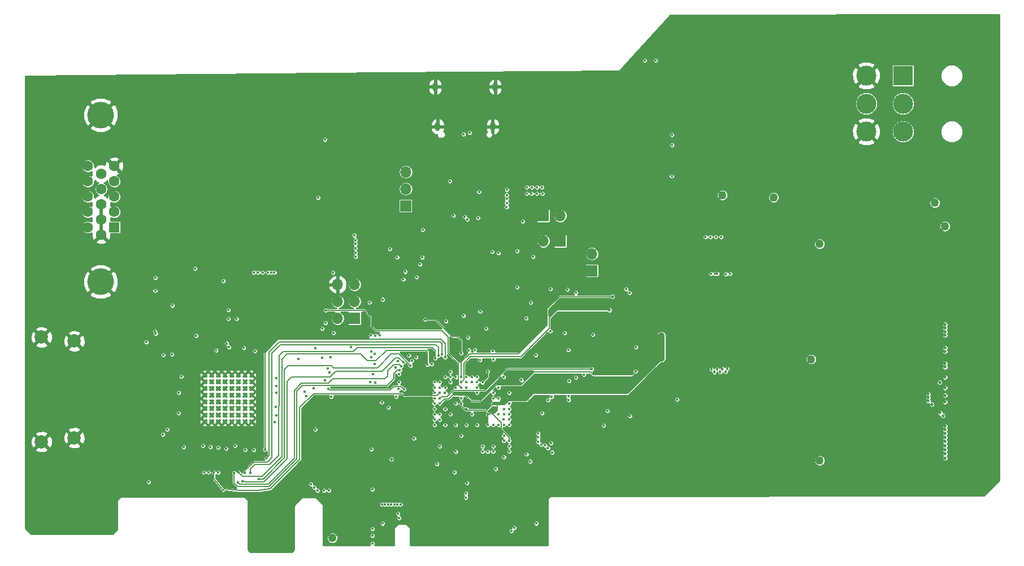
<source format=gbr>
G04 #@! TF.GenerationSoftware,KiCad,Pcbnew,(5.0.2)-1*
G04 #@! TF.CreationDate,2019-04-03T00:40:33-04:00*
G04 #@! TF.ProjectId,RASAC,52415341-432e-46b6-9963-61645f706362,rev?*
G04 #@! TF.SameCoordinates,Original*
G04 #@! TF.FileFunction,Copper,L5,Inr*
G04 #@! TF.FilePolarity,Positive*
%FSLAX46Y46*%
G04 Gerber Fmt 4.6, Leading zero omitted, Abs format (unit mm)*
G04 Created by KiCad (PCBNEW (5.0.2)-1) date 4/3/2019 12:40:33 AM*
%MOMM*%
%LPD*%
G01*
G04 APERTURE LIST*
G04 #@! TA.AperFunction,ViaPad*
%ADD10C,4.000000*%
G04 #@! TD*
G04 #@! TA.AperFunction,ViaPad*
%ADD11C,1.600000*%
G04 #@! TD*
G04 #@! TA.AperFunction,ViaPad*
%ADD12R,1.600000X1.600000*%
G04 #@! TD*
G04 #@! TA.AperFunction,ViaPad*
%ADD13O,0.800000X1.400000*%
G04 #@! TD*
G04 #@! TA.AperFunction,ViaPad*
%ADD14C,0.300000*%
G04 #@! TD*
G04 #@! TA.AperFunction,ViaPad*
%ADD15C,3.000000*%
G04 #@! TD*
G04 #@! TA.AperFunction,ViaPad*
%ADD16R,3.000000X3.000000*%
G04 #@! TD*
G04 #@! TA.AperFunction,ViaPad*
%ADD17O,1.700000X1.700000*%
G04 #@! TD*
G04 #@! TA.AperFunction,ViaPad*
%ADD18R,1.700000X1.700000*%
G04 #@! TD*
G04 #@! TA.AperFunction,ViaPad*
%ADD19C,2.000000*%
G04 #@! TD*
G04 #@! TA.AperFunction,ViaPad*
%ADD20C,0.450088*%
G04 #@! TD*
G04 #@! TA.AperFunction,ViaPad*
%ADD21C,1.270000*%
G04 #@! TD*
G04 #@! TA.AperFunction,ViaPad*
%ADD22C,0.508000*%
G04 #@! TD*
G04 #@! TA.AperFunction,ViaPad*
%ADD23C,0.457200*%
G04 #@! TD*
G04 #@! TA.AperFunction,ViaPad*
%ADD24C,1.016000*%
G04 #@! TD*
G04 #@! TA.AperFunction,Conductor*
%ADD25C,1.016000*%
G04 #@! TD*
G04 #@! TA.AperFunction,Conductor*
%ADD26C,0.508000*%
G04 #@! TD*
G04 #@! TA.AperFunction,Conductor*
%ADD27C,0.152400*%
G04 #@! TD*
G04 #@! TA.AperFunction,Conductor*
%ADD28C,0.203200*%
G04 #@! TD*
G04 #@! TA.AperFunction,Conductor*
%ADD29C,0.254000*%
G04 #@! TD*
G04 APERTURE END LIST*
D10*
G04 #@! TO.N,GND*
G04 #@! TO.C,J6*
X93448920Y-106444900D03*
X93448920Y-81444900D03*
D11*
G04 #@! TO.N,Net-(J6-Pad15)*
X91538920Y-89099900D03*
G04 #@! TO.N,Net-(J6-Pad14)*
X91538920Y-91389900D03*
G04 #@! TO.N,Net-(J6-Pad13)*
X91538920Y-93679900D03*
G04 #@! TO.N,Net-(J6-Pad12)*
X91538920Y-95969900D03*
G04 #@! TO.N,Net-(J6-Pad11)*
X91538920Y-98259900D03*
G04 #@! TO.N,GND*
X93518920Y-90244900D03*
G04 #@! TO.N,Net-(J6-Pad9)*
X93518920Y-92534900D03*
G04 #@! TO.N,GND*
X93518920Y-94824900D03*
X93518920Y-97114900D03*
X93518920Y-99404900D03*
X95498920Y-89099900D03*
G04 #@! TO.N,Net-(J6-Pad4)*
X95498920Y-91389900D03*
G04 #@! TO.N,Net-(J6-Pad3)*
X95498920Y-93679900D03*
G04 #@! TO.N,Net-(J6-Pad2)*
X95498920Y-95969900D03*
D12*
G04 #@! TO.N,Net-(J6-Pad1)*
X95498920Y-98259900D03*
G04 #@! TD*
D13*
G04 #@! TO.N,GND*
G04 #@! TO.C,J4*
X152564380Y-77210640D03*
X143584380Y-77210640D03*
X143944380Y-83160640D03*
X152204380Y-83160640D03*
G04 #@! TD*
D14*
G04 #@! TO.N,GND*
G04 #@! TO.C,J5*
X109052480Y-127429140D03*
X110052480Y-127429140D03*
X111052480Y-127429140D03*
X112052480Y-127429140D03*
X112052480Y-126429140D03*
X111052480Y-126429140D03*
X110052480Y-126429140D03*
X109052480Y-126429140D03*
X109052480Y-125429140D03*
X110052480Y-125429140D03*
X111052480Y-125429140D03*
X112052480Y-125429140D03*
X112052480Y-124429140D03*
X111052480Y-124429140D03*
X110052480Y-124429140D03*
X109052480Y-124429140D03*
X109052480Y-123429140D03*
X110052480Y-123429140D03*
X111052480Y-123429140D03*
X112052480Y-123429140D03*
X112052480Y-122429140D03*
X111052480Y-122429140D03*
X110052480Y-122429140D03*
X109052480Y-122429140D03*
X109052480Y-121429140D03*
X110052480Y-121429140D03*
X111052480Y-121429140D03*
X112052480Y-121429140D03*
X112052480Y-120429140D03*
X111052480Y-120429140D03*
X110052480Y-120429140D03*
X109052480Y-120429140D03*
X113052480Y-127429140D03*
X114052480Y-127429140D03*
X113052480Y-126429140D03*
X114052480Y-126429140D03*
X113052480Y-125429140D03*
X114052480Y-125429140D03*
X114052480Y-124429140D03*
X113052480Y-124429140D03*
X113052480Y-123429140D03*
X114052480Y-123429140D03*
X114052480Y-122429140D03*
X113052480Y-122429140D03*
X113052480Y-121429140D03*
X114052480Y-121429140D03*
X113052480Y-120429140D03*
X114052480Y-120429140D03*
X115052480Y-120429140D03*
X115052480Y-121429140D03*
X115052480Y-122429140D03*
X115052480Y-123429140D03*
X115052480Y-124429140D03*
X115052480Y-125429140D03*
X115052480Y-126429140D03*
X115052480Y-127429140D03*
X116052480Y-127429140D03*
X116052480Y-126429140D03*
X116052480Y-125429140D03*
X116052480Y-124429140D03*
X116052480Y-123429140D03*
X116052480Y-122429140D03*
X116052480Y-121429140D03*
X116052480Y-120429140D03*
G04 #@! TD*
D15*
G04 #@! TO.N,GND*
G04 #@! TO.C,J2*
X208152100Y-83919280D03*
G04 #@! TO.N,Net-(J2-Pad5)*
X208152100Y-79719280D03*
G04 #@! TO.N,GND*
X208152100Y-75519280D03*
G04 #@! TO.N,Net-(D1-Pad2)*
X213652100Y-83919280D03*
G04 #@! TO.N,Net-(J2-Pad2)*
X213652100Y-79719280D03*
D16*
G04 #@! TO.N,Net-(D1-Pad2)*
X213652100Y-75519280D03*
G04 #@! TD*
D17*
G04 #@! TO.N,GND*
G04 #@! TO.C,J3*
X128955800Y-106873040D03*
G04 #@! TO.N,VCC3V3*
X131495800Y-106873040D03*
G04 #@! TO.N,JTAG_TDO*
X128955800Y-109413040D03*
G04 #@! TO.N,JTAG_TDI*
X131495800Y-109413040D03*
G04 #@! TO.N,JTAG_TMS*
X128955800Y-111953040D03*
D18*
G04 #@! TO.N,JTAG_TCK*
X131495800Y-111953040D03*
G04 #@! TD*
D19*
G04 #@! TO.N,GND*
G04 #@! TO.C,J7*
X84594700Y-130460880D03*
X84594700Y-114760880D03*
X89494700Y-129860880D03*
X89494700Y-115360880D03*
G04 #@! TD*
D17*
G04 #@! TO.N,JTAG_TDI*
G04 #@! TO.C,J8*
X162308540Y-96545400D03*
D18*
G04 #@! TO.N,Net-(J8-Pad1)*
X159768540Y-96545400D03*
G04 #@! TD*
D17*
G04 #@! TO.N,Net-(J9-Pad2)*
G04 #@! TO.C,J9*
X159781240Y-100342700D03*
D18*
G04 #@! TO.N,JTAG_TDO*
X162321240Y-100342700D03*
G04 #@! TD*
D17*
G04 #@! TO.N,VCC5V0*
G04 #@! TO.C,J12*
X139158980Y-89966800D03*
G04 #@! TO.N,Net-(J12-Pad2)*
X139158980Y-92506800D03*
D18*
G04 #@! TO.N,USB_VBUS_1*
X139158980Y-95046800D03*
G04 #@! TD*
G04 #@! TO.N,EMCCLK*
G04 #@! TO.C,J14*
X167048180Y-104792780D03*
D17*
G04 #@! TO.N,Net-(J14-Pad2)*
X167048180Y-102252780D03*
G04 #@! TD*
D20*
G04 #@! TO.N,PCIe_CLK_P*
X153858648Y-129536390D03*
X148163280Y-138187176D03*
X158996873Y-129205686D03*
G04 #@! TO.N,PCIe_CLK_N*
X153858648Y-130336490D03*
X148163280Y-138815064D03*
X158996873Y-129833574D03*
D21*
G04 #@! TO.N,PCIe_12V*
X201168000Y-100774500D03*
X219951300Y-98105280D03*
X194284600Y-93802200D03*
X218435740Y-94589720D03*
X186588400Y-93446600D03*
D22*
X219951300Y-132892800D03*
X219951300Y-132280660D03*
X219951300Y-131658360D03*
X219951300Y-131036060D03*
X219951300Y-130395980D03*
X219951300Y-129811780D03*
X219951300Y-129209800D03*
X219951300Y-128605280D03*
X219951300Y-128117600D03*
X219673600Y-126555500D03*
X219198620Y-126080520D03*
X217420500Y-123302400D03*
X217420500Y-123302400D03*
X217420500Y-123302400D03*
X219951300Y-120771600D03*
X217420500Y-123302400D03*
X217420500Y-123302400D03*
X219951300Y-123512580D03*
X219951300Y-122359420D03*
X219951300Y-124485400D03*
X217420500Y-124302400D03*
X217420500Y-123784360D03*
X217987040Y-124868940D03*
X217987040Y-124868940D03*
X217987040Y-124868940D03*
X219951300Y-119253000D03*
X219155960Y-121566940D03*
X219951300Y-118704360D03*
X219951300Y-116908580D03*
X219951300Y-116329460D03*
X219951300Y-114477800D03*
X219951300Y-113954560D03*
X219951300Y-113398300D03*
X219951300Y-112842040D03*
D20*
X138371580Y-139852400D03*
X137906760Y-139852400D03*
X137441940Y-139852400D03*
X136972040Y-139852400D03*
X136507220Y-139852400D03*
X136039860Y-139852400D03*
X135575040Y-139852400D03*
D21*
X128153160Y-144895160D03*
D20*
G04 #@! TO.N,VCC3V3*
X143442108Y-124718010D03*
X143056028Y-118809970D03*
X154273967Y-95232348D03*
X154279047Y-94627828D03*
X154286667Y-94023308D03*
X154279047Y-93451808D03*
X154286667Y-92656788D03*
X131622800Y-100210620D03*
X131655820Y-102689660D03*
X141290040Y-103840280D03*
X145760440Y-91338400D03*
X155864560Y-101823520D03*
X155851860Y-107289600D03*
X147820380Y-111531400D03*
X144254220Y-122339100D03*
X143461740Y-127932180D03*
X144246600Y-126326900D03*
X153052780Y-123934220D03*
X153047700Y-126329440D03*
X105516680Y-120680480D03*
X105153460Y-123080780D03*
X110754160Y-116738400D03*
X116558060Y-116852700D03*
X104178100Y-110025180D03*
X105112820Y-126164340D03*
X108788200Y-131066540D03*
X126875540Y-137782300D03*
X112572800Y-110690660D03*
X112565180Y-112016540D03*
X148254720Y-120731280D03*
X150294340Y-118181120D03*
X145855108Y-119938800D03*
X127635000Y-137782300D03*
X131622800Y-102077520D03*
X131622800Y-101396800D03*
X131622800Y-100774500D03*
X138142980Y-120302020D03*
X160825180Y-107535980D03*
X162986720Y-114137440D03*
X172709840Y-108104940D03*
X172161200Y-107556300D03*
X125453140Y-137302240D03*
X124940060Y-136789160D03*
X125933200Y-137782300D03*
X168793160Y-128036320D03*
X152112753Y-101955600D03*
X152112753Y-101955600D03*
X153024840Y-102143560D03*
X105905300Y-131267200D03*
X113807240Y-112016540D03*
X163377880Y-107602020D03*
X125615700Y-128615440D03*
X111843820Y-106324400D03*
X107582300Y-104457500D03*
D21*
G04 #@! TO.N,MGTAVCC*
X199885300Y-118071900D03*
X201180700Y-133261100D03*
D20*
X154656008Y-130333950D03*
X151458348Y-126336290D03*
X151463428Y-127941370D03*
X149863328Y-127941270D03*
X148243008Y-127920950D03*
X146653168Y-127931110D03*
X145852968Y-126335990D03*
X147463328Y-124725630D03*
X146647688Y-124725630D03*
X184912000Y-105257600D03*
X185437780Y-105257600D03*
X185841640Y-105257600D03*
X187107700Y-105309800D03*
X187107700Y-105309800D03*
X187777120Y-105257600D03*
X152252680Y-124736860D03*
X177459640Y-116065300D03*
X177459640Y-115590320D03*
X177459640Y-115062000D03*
X177459640Y-114515900D03*
X148258352Y-125526800D03*
X157802580Y-133398260D03*
X161071754Y-132042094D03*
X169367200Y-125816360D03*
X146469100Y-135018780D03*
X179069780Y-85910420D03*
X179029360Y-84421980D03*
X179003200Y-90606120D03*
X176578260Y-73245980D03*
X174980600Y-73245980D03*
D23*
G04 #@! TO.N,VCC1V8*
X184950100Y-119570500D03*
X185381900Y-120012460D03*
X185790840Y-119537480D03*
X186253120Y-119999760D03*
X186618880Y-119517160D03*
X187076080Y-119946420D03*
X187325000Y-119458740D03*
D20*
X144254908Y-131134050D03*
X147452768Y-129533850D03*
X145052468Y-127931110D03*
X156444368Y-121136610D03*
X153061088Y-122327870D03*
X154656208Y-123133050D03*
X150650628Y-121537930D03*
X145049928Y-123127970D03*
X147460288Y-123938230D03*
X149847488Y-123125430D03*
X140393420Y-129943860D03*
X146657060Y-131937760D03*
X149072600Y-126329440D03*
X154658060Y-126334520D03*
X153847800Y-120723660D03*
X143852900Y-133799580D03*
X134002780Y-131594860D03*
X149983907Y-96847788D03*
X141678660Y-98656140D03*
X135691880Y-109100620D03*
X150301960Y-110916720D03*
X107777280Y-114533680D03*
X151457660Y-119931180D03*
X116367560Y-105046780D03*
X117706140Y-105046780D03*
X118513860Y-105046780D03*
X119479060Y-105046780D03*
X117002560Y-105044240D03*
X118988840Y-105044240D03*
X157312360Y-93210380D03*
X159636460Y-93207840D03*
X158805880Y-93210380D03*
X158003240Y-93210380D03*
X159588200Y-92257880D03*
X157312360Y-92257880D03*
X158048960Y-92257880D03*
X158833820Y-92257880D03*
X128234440Y-105046780D03*
X126011940Y-93842840D03*
X127043261Y-85130640D03*
G04 #@! TO.N,MGTAVTT*
X153852880Y-132735320D03*
X160924240Y-130670440D03*
X179806600Y-124104400D03*
X151460200Y-131935220D03*
X152655508Y-134517368D03*
X157238700Y-132333450D03*
X100652580Y-136512300D03*
G04 #@! TO.N,Net-(C69-Pad1)*
X150131227Y-92966668D03*
G04 #@! TO.N,Net-(C70-Pad1)*
X146311507Y-96540320D03*
G04 #@! TO.N,VCC2V5*
X172735240Y-126611380D03*
X173649640Y-116255800D03*
G04 #@! TO.N,VCC5V0*
X104106980Y-117320060D03*
X102821740Y-117429280D03*
X102778560Y-129339340D03*
X184073800Y-99720400D03*
X185607960Y-99720400D03*
X184800240Y-99720400D03*
X186425840Y-99720400D03*
X101699060Y-114244120D03*
X101585550Y-113901136D03*
X101617655Y-107792520D03*
X101627813Y-105859580D03*
G04 #@! TO.N,Net-(D3-Pad2)*
X143449728Y-125528270D03*
X152166320Y-116868956D03*
G04 #@! TO.N,Net-(D4-Pad2)*
X152255908Y-123935690D03*
X152265380Y-118101364D03*
G04 #@! TO.N,MSEN*
X112359440Y-115702080D03*
G04 #@! TO.N,PCIe_PRSNT_B*
X135712200Y-142707360D03*
X158696660Y-142707360D03*
G04 #@! TO.N,PCIe_3.3V*
X134147560Y-137612120D03*
X134139940Y-145689320D03*
X134139940Y-144559020D03*
X134139940Y-143543020D03*
G04 #@! TO.N,PCIe_WAKE_B*
X149855608Y-122332950D03*
X138160760Y-141874240D03*
G04 #@! TO.N,PCIe_PERST*
X137965180Y-141218920D03*
X149065668Y-121522690D03*
X148343620Y-136644380D03*
G04 #@! TO.N,PCIe_RX0_P*
X152255908Y-131134050D03*
G04 #@! TO.N,PCIe_RX0_N*
X152255908Y-131931610D03*
G04 #@! TO.N,PCIe_RX1_P*
X159008068Y-130461008D03*
G04 #@! TO.N,PCIe_RX1_N*
X159452052Y-130904992D03*
G04 #@! TO.N,PCIe_RX2_P*
X154653668Y-131128970D03*
X160011453Y-130991898D03*
G04 #@! TO.N,PCIe_RX2_N*
X154653668Y-131929070D03*
X160455437Y-131435882D03*
G04 #@! TO.N,PCIe_RX3_P*
X150660788Y-131131510D03*
X154977088Y-143815812D03*
G04 #@! TO.N,PCIe_RX3_N*
X155421072Y-143371828D03*
X150658248Y-131926530D03*
G04 #@! TO.N,JTAG_TDO*
X143449728Y-127128470D03*
G04 #@! TO.N,JTAG_TDI*
X143449728Y-126325830D03*
G04 #@! TO.N,JTAG_TMS*
X144254908Y-127131010D03*
X158239460Y-102692200D03*
X157867604Y-109552740D03*
X133712214Y-109533426D03*
G04 #@! TO.N,JTAG_TCK*
X152258448Y-127933650D03*
X156690060Y-97398840D03*
G04 #@! TO.N,USB_DM_1*
X148003260Y-96707960D03*
X148711558Y-84103042D03*
X147828000Y-84312760D03*
G04 #@! TO.N,USB_DP_1*
X148396960Y-97119440D03*
G04 #@! TO.N,HDMI_D1*
X119811800Y-120944640D03*
G04 #@! TO.N,HDMI_D3*
X119755920Y-122095260D03*
G04 #@! TO.N,HDMI_D5*
X119776240Y-123108720D03*
G04 #@! TO.N,HDMI_D7*
X119651780Y-125188980D03*
G04 #@! TO.N,HDMI_D9*
X119778780Y-126474220D03*
G04 #@! TO.N,HDMI_D11*
X119501920Y-127480060D03*
G04 #@! TO.N,HDMI_D13*
X116377720Y-131681220D03*
G04 #@! TO.N,HDMI_D15*
X115100100Y-131668520D03*
G04 #@! TO.N,HDMI_D17*
X113596420Y-131056380D03*
G04 #@! TO.N,HDMI_D19*
X112247680Y-131498340D03*
G04 #@! TO.N,HDMI_D21*
X111025940Y-131320540D03*
G04 #@! TO.N,HDMI_D23*
X109898180Y-131213860D03*
G04 #@! TO.N,HDMI_SCL*
X126644400Y-113474500D03*
X157182820Y-111899700D03*
G04 #@! TO.N,HDMI_SDA*
X154658748Y-124735790D03*
X128323340Y-114110516D03*
G04 #@! TO.N,HDMI_RST*
X137713720Y-123710700D03*
X128005840Y-123725940D03*
G04 #@! TO.N,HPD*
X112694720Y-116283740D03*
X100274120Y-115511580D03*
G04 #@! TO.N,HDMI_HSYNC*
X114901980Y-116372640D03*
G04 #@! TO.N,Net-(J6-Pad3)*
X163517580Y-116697760D03*
X133913880Y-114513360D03*
G04 #@! TO.N,Net-(J6-Pad2)*
X163609020Y-121307860D03*
X134594600Y-114520980D03*
G04 #@! TO.N,Net-(J6-Pad1)*
X164658040Y-120787160D03*
X135242300Y-114475260D03*
G04 #@! TO.N,Net-(J13-Pad3)*
X152255908Y-123133050D03*
X165821360Y-120378220D03*
G04 #@! TO.N,Net-(J13-Pad2)*
X144252368Y-124728170D03*
X173583600Y-119915940D03*
G04 #@! TO.N,Net-(J13-Pad1)*
X144254908Y-123933150D03*
X167055800Y-119527320D03*
G04 #@! TO.N,EMCCLK*
X148602700Y-116718080D03*
X160807594Y-113860774D03*
G04 #@! TO.N,Net-(R10-Pad2)*
X141650720Y-102814120D03*
G04 #@! TO.N,Net-(R11-Pad1)*
X131439920Y-99456240D03*
G04 #@! TO.N,Net-(R12-Pad1)*
X136761220Y-101544120D03*
G04 #@! TO.N,Net-(R13-Pad2)*
X137853420Y-102768400D03*
G04 #@! TO.N,Net-(R13-Pad1)*
X139090400Y-104942640D03*
G04 #@! TO.N,FCS_B*
X148257948Y-121527770D03*
X164632640Y-108058204D03*
G04 #@! TO.N,D01*
X148490940Y-114843560D03*
G04 #@! TO.N,D02*
X149863228Y-121525230D03*
X149506940Y-116651024D03*
X151185880Y-113449100D03*
G04 #@! TO.N,SYSCLK_N*
X147452768Y-121530310D03*
D22*
X169687240Y-110685580D03*
D20*
G04 #@! TO.N,SYSCLK_P*
X147452768Y-120735290D03*
D22*
X170134280Y-108686600D03*
D20*
G04 #@! TO.N,D03*
X149853068Y-120730210D03*
G04 #@! TO.N,D00*
X149055508Y-120730210D03*
G04 #@! TO.N,Net-(R25-Pad2)*
X145055008Y-125533350D03*
D22*
X137015220Y-133073140D03*
D20*
G04 #@! TO.N,RxD_LED*
X140779500Y-105740200D03*
G04 #@! TO.N,HDMI_R_D0*
X146657748Y-122330410D03*
X123093480Y-117995700D03*
G04 #@! TO.N,HDMI_R_D2*
X126631700Y-117843300D03*
X139628880Y-117525800D03*
G04 #@! TO.N,HDMI_R_D4*
X127510540Y-119471440D03*
X140070840Y-118290340D03*
G04 #@! TO.N,HDMI_R_D6*
X145855108Y-120735290D03*
X127767080Y-120073420D03*
G04 #@! TO.N,HDMI_R_D8*
X144257448Y-121532850D03*
X125374400Y-122389900D03*
G04 #@! TO.N,HDMI_R_D10*
X143449728Y-121525230D03*
X127091440Y-121223024D03*
G04 #@! TO.N,HDMI_R_D12*
X145051780Y-117800120D03*
X118051580Y-131655820D03*
G04 #@! TO.N,HDMI_R_D14*
X143581120Y-117924580D03*
X115872260Y-135135620D03*
G04 #@! TO.N,HDMI_R_D16*
X114145060Y-135082280D03*
X142412720Y-118905020D03*
G04 #@! TO.N,HDMI_R_D18*
X138785600Y-118534180D03*
X114729260Y-136401556D03*
G04 #@! TO.N,HDMI_R_D20*
X111066580Y-135082280D03*
X139880340Y-119021860D03*
X117177820Y-136027160D03*
G04 #@! TO.N,HDMI_R_D22*
X143454808Y-123130510D03*
X109585760Y-135061960D03*
G04 #@! TO.N,HDMI_R_CLK*
X123982480Y-122958860D03*
X138089640Y-122547380D03*
G04 #@! TO.N,HDMI_R_VSYNC*
X127904240Y-117772180D03*
X133985000Y-117787420D03*
X137680700Y-119316500D03*
G04 #@! TO.N,HDMI_R_D1*
X146657748Y-120730210D03*
X134518400Y-117307360D03*
G04 #@! TO.N,HDMI_R_D3*
X134475220Y-118831360D03*
X140723620Y-117769640D03*
G04 #@! TO.N,HDMI_R_D5*
X145862728Y-121527770D03*
X134246620Y-120327420D03*
G04 #@! TO.N,HDMI_R_D7*
X145055008Y-122332950D03*
X124305060Y-123588780D03*
G04 #@! TO.N,HDMI_R_D9*
X143452268Y-122330410D03*
X134610856Y-121571511D03*
G04 #@! TO.N,HDMI_R_D11*
X145062628Y-120725130D03*
X133868160Y-121488200D03*
X138148060Y-121513600D03*
G04 #@! TO.N,HDMI_R_D13*
X144622520Y-117386100D03*
X118287800Y-132898896D03*
G04 #@! TO.N,HDMI_R_D15*
X144063720Y-117525800D03*
X115067080Y-135100060D03*
G04 #@! TO.N,HDMI_R_D17*
X113428780Y-135094980D03*
X138272520Y-119715280D03*
G04 #@! TO.N,HDMI_R_D19*
X138501120Y-119098060D03*
X114000280Y-136547860D03*
G04 #@! TO.N,HDMI_R_D21*
X144252368Y-123127970D03*
X110411260Y-135082280D03*
G04 #@! TO.N,HDMI_R_D23*
X138887200Y-122565160D03*
X127541020Y-122483880D03*
X108902500Y-135041640D03*
G04 #@! TO.N,HDMI_R_HSYNC*
X133967220Y-116885720D03*
X137967720Y-118379240D03*
G04 #@! TO.N,HDMI_R_DE*
X143457348Y-123933150D03*
X130987800Y-116273580D03*
X125636020Y-116448840D03*
G04 #@! TO.N,Net-(R60-Pad1)*
X103416100Y-128595120D03*
G04 #@! TO.N,VGA_R3*
X154653668Y-127933650D03*
G04 #@! TO.N,VGA_G1*
X154651128Y-127128470D03*
G04 #@! TO.N,VGA_B1*
X158640780Y-117469920D03*
G04 #@! TO.N,VGA_R2*
X153858648Y-127938730D03*
G04 #@! TO.N,VGA_R4*
X153851028Y-127125930D03*
X160477200Y-124188220D03*
X163583620Y-124185680D03*
G04 #@! TO.N,VGA_G4*
X154651128Y-125530810D03*
G04 #@! TO.N,VGA_B4*
X153856108Y-125530810D03*
G04 #@! TO.N,VGA_VS*
X147457848Y-122332950D03*
X127134620Y-110718600D03*
G04 #@! TO.N,VGA_HS*
X127114300Y-112636300D03*
X147448704Y-117149880D03*
X142031720Y-112102900D03*
G04 #@! TO.N,TxD_LED*
X138780520Y-106090720D03*
G04 #@! TO.N,CCLK*
X153058548Y-127936190D03*
X159594804Y-126156046D03*
X167182800Y-114399060D03*
G04 #@! TO.N,VGA_R1*
X153863728Y-126341070D03*
X161046160Y-123736100D03*
X163509960Y-123629420D03*
G04 #@! TO.N,TTL_DSR1*
X135569960Y-124531120D03*
X136563100Y-125293120D03*
G04 #@! TO.N,TTL_RI1*
X148260488Y-122330410D03*
X145204180Y-112387889D03*
G04 #@! TO.N,GND*
X171521120Y-129082800D03*
X155935680Y-97909380D03*
X155961080Y-98465640D03*
X155973780Y-99009200D03*
X155973780Y-99568000D03*
D21*
X191643000Y-110629700D03*
X193090800Y-110629700D03*
X194564000Y-110629700D03*
X196011800Y-110629700D03*
X198958200Y-110629700D03*
X197510400Y-110629700D03*
X191643000Y-112001300D03*
X198958200Y-112001300D03*
X193090800Y-112001300D03*
X196011800Y-112001300D03*
X197510400Y-112001300D03*
X194564000Y-112001300D03*
X191643000Y-113334800D03*
X198958200Y-113334800D03*
X193090800Y-113334800D03*
X193090800Y-114706400D03*
X197510400Y-114706400D03*
X196011800Y-113334800D03*
X197510400Y-113334800D03*
X194564000Y-114706400D03*
X196011800Y-114706400D03*
X194564000Y-113334800D03*
X191643000Y-114706400D03*
X198958200Y-114706400D03*
X190080900Y-125310900D03*
X191439800Y-125298200D03*
X192798700Y-125298200D03*
X194144900Y-125298200D03*
X195478400Y-125285500D03*
X196900800Y-125399800D03*
X190080900Y-126657100D03*
X191439800Y-126657100D03*
X192786000Y-126657100D03*
X194144900Y-126657100D03*
X195491100Y-126657100D03*
X190080900Y-128003300D03*
X191439800Y-128003300D03*
X192786000Y-128003300D03*
X194144900Y-128003300D03*
X195491100Y-128003300D03*
X196761100Y-127317500D03*
X190080900Y-129362200D03*
X191439800Y-129362200D03*
X192786000Y-129362200D03*
X194144900Y-129362200D03*
X195491100Y-129362200D03*
X196748400Y-128727200D03*
X188899800Y-125958600D03*
D24*
X204774800Y-81876900D03*
X204774800Y-80518000D03*
X204774800Y-79197200D03*
X204787500Y-75171300D03*
X204787500Y-73850500D03*
X204787500Y-76530200D03*
X204774800Y-84480400D03*
X204774800Y-85801200D03*
X203784200Y-85102700D03*
X203796900Y-73152000D03*
X203796900Y-74472800D03*
X203796900Y-75831700D03*
X203796900Y-77152500D03*
X203784200Y-83781900D03*
X203784200Y-79819500D03*
X203784200Y-81178400D03*
X202780900Y-83172300D03*
X202780900Y-80492600D03*
X202793600Y-75145900D03*
X202793600Y-76504800D03*
X202793600Y-73825100D03*
X202780900Y-84455000D03*
X202793600Y-77825600D03*
X201764900Y-83781900D03*
X201777600Y-74472800D03*
X201764900Y-81178400D03*
X201777600Y-75831700D03*
X201764900Y-79819500D03*
X200812400Y-75133200D03*
X200812400Y-76492100D03*
X200812400Y-77812900D03*
X200799700Y-83159600D03*
X199809100Y-77203300D03*
X199796400Y-79870300D03*
X199796400Y-81191100D03*
X199809100Y-75844400D03*
X199796400Y-83870800D03*
X198793100Y-80581500D03*
X198793100Y-83261200D03*
X198805800Y-76555600D03*
X198805800Y-77914500D03*
X197751700Y-82562700D03*
X197751700Y-83921600D03*
X197764400Y-77216000D03*
X197764400Y-78574900D03*
D20*
X143459888Y-128723590D03*
X155458848Y-128730110D03*
X154651128Y-128737830D03*
X153056008Y-128733750D03*
X153856108Y-131934150D03*
X153058548Y-131926530D03*
X153043308Y-129510990D03*
X153043308Y-130331410D03*
X152257548Y-130331410D03*
X148257948Y-123131010D03*
X146657748Y-123938230D03*
X145847488Y-124725630D03*
X148255408Y-126333450D03*
X147455308Y-126333450D03*
X149865768Y-131944310D03*
X150658248Y-130330710D03*
X150660788Y-129528170D03*
X150650128Y-128738830D03*
X145852568Y-130336490D03*
X147467908Y-128721050D03*
X146643108Y-128721050D03*
X145050528Y-127128470D03*
X154658748Y-121530310D03*
X156345308Y-119043650D03*
X153853568Y-123935690D03*
X141707288Y-118985230D03*
X149847988Y-123925930D03*
X149055508Y-124733450D03*
X148263028Y-124725930D03*
X152260988Y-125527970D03*
X150650428Y-126328370D03*
X149852968Y-126335990D03*
X156479928Y-133333690D03*
X141823440Y-133565900D03*
X143456660Y-131132580D03*
D23*
X133151880Y-145653760D03*
X130152140Y-145635980D03*
X148587460Y-144846040D03*
X150670260Y-144802860D03*
X152580340Y-144861280D03*
X154622500Y-144912080D03*
X156641800Y-144879060D03*
X159712660Y-145282920D03*
X140594080Y-145011140D03*
X143642080Y-144967960D03*
X146146520Y-145059400D03*
D20*
X131864600Y-128409700D03*
X181889400Y-82791300D03*
X148107400Y-95839280D03*
X151975820Y-96735900D03*
X150713440Y-96634300D03*
X149484080Y-97195640D03*
X131724400Y-104208580D03*
X139684760Y-113281460D03*
X139103100Y-113281460D03*
X140281660Y-113263680D03*
X136776460Y-97162620D03*
X97340420Y-121546620D03*
X98516440Y-121511060D03*
X99738180Y-121432320D03*
X97360740Y-123052840D03*
X98516440Y-123022360D03*
X99738180Y-123029980D03*
X97403920Y-124548900D03*
X98610420Y-124856240D03*
X99740720Y-124747020D03*
X97411540Y-126192280D03*
X98696780Y-126311660D03*
X99715320Y-126286260D03*
X97200720Y-117703600D03*
X88572340Y-123954540D03*
X88549480Y-125534420D03*
X88506300Y-126852680D03*
X88425020Y-122491500D03*
X88358980Y-119844820D03*
X98645980Y-128460500D03*
X100157280Y-128498600D03*
X106791760Y-115404900D03*
X147858480Y-133758940D03*
X158163260Y-117005100D03*
X136547860Y-125872240D03*
X139501880Y-123123960D03*
X147060920Y-116651024D03*
X150652480Y-119931180D03*
X146646900Y-121533920D03*
X151185880Y-134912100D03*
X145846800Y-132735320D03*
X165397180Y-112717580D03*
X168008300Y-124833380D03*
D22*
X195658740Y-98787200D03*
X192808860Y-98787200D03*
X190436500Y-99549200D03*
X198501000Y-97034600D03*
X169689780Y-109707680D03*
D20*
X117241320Y-99763580D03*
X118498620Y-99763580D03*
X117904260Y-99763580D03*
X116551960Y-100042980D03*
X119293640Y-100024180D03*
X116561578Y-110093760D03*
X119246440Y-110131860D03*
X117937280Y-110317280D03*
X117302280Y-110317280D03*
X118574820Y-110317280D03*
X174525940Y-95694500D03*
X148508720Y-104437180D03*
X147718780Y-104480360D03*
X100047140Y-132090160D03*
X101125020Y-135224520D03*
X181889400Y-83540600D03*
X164251640Y-89016840D03*
X164848540Y-89016840D03*
X165426520Y-89016840D03*
X163687760Y-89016840D03*
X163119940Y-89016840D03*
X134393940Y-136108440D03*
X139631420Y-136525000D03*
X181889400Y-84193380D03*
X181889400Y-84838540D03*
X181889400Y-85534500D03*
X121285000Y-91658440D03*
X121533920Y-88285320D03*
X123787500Y-80538320D03*
X125115320Y-80538320D03*
X127355600Y-80538320D03*
X128551340Y-80538320D03*
X126184660Y-80538320D03*
X121678700Y-84234020D03*
X130898900Y-83969860D03*
X130670300Y-87762080D03*
X130540760Y-91762580D03*
X150655020Y-123110244D03*
X151465280Y-124724160D03*
X104198420Y-104594060D03*
X110495080Y-103941880D03*
X110477300Y-100332540D03*
X151038560Y-86436200D03*
X145143220Y-86395560D03*
X215097360Y-120665240D03*
X215869520Y-120690640D03*
X213989920Y-120995440D03*
X213032340Y-120985280D03*
X210114220Y-121315480D03*
X210759040Y-121328180D03*
X210723480Y-117668040D03*
X209974180Y-117607080D03*
X212519260Y-124973080D03*
X212331300Y-123738640D03*
X206659480Y-128249680D03*
X205854300Y-128270000D03*
X212463380Y-128137920D03*
X212498940Y-125854460D03*
X212257640Y-128793240D03*
X212481160Y-127276860D03*
X212529420Y-115963700D03*
X212529420Y-114975640D03*
X212432900Y-113863120D03*
X210312000Y-103687880D03*
X210563460Y-104315260D03*
X210312000Y-104904540D03*
X210563460Y-105343960D03*
X210312000Y-105679240D03*
X210312000Y-106205020D03*
X210563460Y-106728260D03*
X210312000Y-107149900D03*
X212305900Y-108303060D03*
X212369400Y-109143800D03*
X212285580Y-110129320D03*
X212285580Y-110987840D03*
X212389720Y-112016540D03*
X212493860Y-113004600D03*
X206702660Y-113822480D03*
X205737460Y-113822480D03*
X206639160Y-99372420D03*
X205724760Y-99430840D03*
X212341460Y-94792800D03*
X212519180Y-96271080D03*
X212519260Y-97660460D03*
X212519260Y-99016820D03*
X212310980Y-101706680D03*
X212458300Y-102415340D03*
X215473280Y-105783380D03*
X170591480Y-127909320D03*
X171223940Y-127825500D03*
X170802300Y-128617980D03*
X171566840Y-128592980D03*
X170644820Y-129405380D03*
X111074200Y-137789920D03*
X110274100Y-137789920D03*
X109504480Y-137789920D03*
X107309400Y-136525000D03*
X108574320Y-137789920D03*
X119804180Y-137586720D03*
X120502680Y-137078720D03*
X121097040Y-136423400D03*
X121795540Y-135770620D03*
X124104400Y-135696960D03*
G04 #@! TD*
D25*
G04 #@! TO.N,MGTAVCC*
X177459640Y-114515900D02*
X177459640Y-117922040D01*
D26*
X177459640Y-117922040D02*
X172316140Y-123065540D01*
X158247080Y-123065540D02*
X157185360Y-124127260D01*
X172316140Y-123065540D02*
X158247080Y-123065540D01*
X152570940Y-124736860D02*
X152252680Y-124736860D01*
X154467178Y-124127260D02*
X153857578Y-124736860D01*
X157185360Y-124127260D02*
X154467178Y-124127260D01*
D27*
X151776608Y-126336290D02*
X151968878Y-126144020D01*
X151458348Y-126336290D02*
X151776608Y-126336290D01*
X152897840Y-125722380D02*
X152897840Y-124736860D01*
X152476200Y-126144020D02*
X152897840Y-125722380D01*
D26*
X153857578Y-124736860D02*
X152897840Y-124736860D01*
X152897840Y-124736860D02*
X152570940Y-124736860D01*
D27*
X147463328Y-125043890D02*
X148129118Y-125709680D01*
X147463328Y-124725630D02*
X147463328Y-125043890D01*
X151279860Y-125709680D02*
X152252680Y-124736860D01*
X148129118Y-125709680D02*
X151279860Y-125709680D01*
X151463428Y-126341370D02*
X151458348Y-126336290D01*
X151463428Y-127941370D02*
X151463428Y-126341370D01*
X152082500Y-126144020D02*
X152476200Y-126144020D01*
X151968878Y-126144020D02*
X152082500Y-126144020D01*
X152082500Y-126238000D02*
X152082500Y-126144020D01*
X154656008Y-130333950D02*
X154656008Y-129775130D01*
X154656008Y-129775130D02*
X153471880Y-128591002D01*
X153471880Y-128591002D02*
X153471880Y-127627380D01*
X153471880Y-127627380D02*
X152082500Y-126238000D01*
G04 #@! TO.N,VCC1V8*
X151457660Y-120730898D02*
X151457660Y-119931180D01*
X150650628Y-121537930D02*
X151457660Y-120730898D01*
G04 #@! TO.N,Net-(J13-Pad2)*
X144477411Y-124503127D02*
X144477793Y-124503127D01*
X144252368Y-124728170D02*
X144477411Y-124503127D01*
X144538753Y-124503127D02*
X145000980Y-124040900D01*
X144477411Y-124503127D02*
X144538753Y-124503127D01*
X145000980Y-124040900D02*
X145534380Y-124040900D01*
X145534380Y-124040900D02*
X145592800Y-124040900D01*
X145592800Y-124040900D02*
X146151600Y-123482100D01*
X148924323Y-124356005D02*
X150246225Y-124356005D01*
X146151600Y-123482100D02*
X148050418Y-123482100D01*
X148050418Y-123482100D02*
X148924323Y-124356005D01*
X150246225Y-124356005D02*
X152684770Y-121917460D01*
X152684770Y-121917460D02*
X156469080Y-121917460D01*
X158385765Y-120000775D02*
X166838375Y-120000775D01*
X156469080Y-121917460D02*
X158385765Y-120000775D01*
X166838375Y-120000775D02*
X167253920Y-120416320D01*
X167253920Y-120416320D02*
X173083220Y-120416320D01*
X173083220Y-120416320D02*
X173583600Y-119915940D01*
G04 #@! TO.N,Net-(J13-Pad1)*
X144479951Y-123708107D02*
X145305833Y-123708107D01*
X144254908Y-123933150D02*
X144479951Y-123708107D01*
X145305833Y-123708107D02*
X146281140Y-122732800D01*
X146281140Y-122732800D02*
X151018240Y-122732800D01*
X151018240Y-122732800D02*
X154223720Y-119527320D01*
X154223720Y-119527320D02*
X167055800Y-119527320D01*
G04 #@! TO.N,SYSCLK_N*
X147452768Y-121530310D02*
X147850860Y-121132218D01*
X147850860Y-121132218D02*
X147850860Y-118694200D01*
X147850860Y-118694200D02*
X148821140Y-117723920D01*
X148821140Y-117723920D02*
X151297640Y-117723920D01*
X151297640Y-117723920D02*
X156410660Y-117723920D01*
X156410660Y-117723920D02*
X160665160Y-113469420D01*
X160665160Y-113469420D02*
X160665160Y-111876840D01*
X160665160Y-111876840D02*
X161856420Y-110685580D01*
X161856420Y-110685580D02*
X169687240Y-110685580D01*
G04 #@! TO.N,SYSCLK_P*
X147452768Y-120735290D02*
X147452768Y-118485232D01*
X147452768Y-118485232D02*
X148691600Y-117246400D01*
X148691600Y-117246400D02*
X151297640Y-117246400D01*
X151297640Y-117246400D02*
X156055060Y-117246400D01*
X156055060Y-117246400D02*
X160337500Y-112963960D01*
X160337500Y-112963960D02*
X160337500Y-110523020D01*
X160337500Y-110523020D02*
X162173920Y-108686600D01*
X162173920Y-108686600D02*
X170134280Y-108686600D01*
G04 #@! TO.N,HDMI_R_D12*
X118051580Y-131655820D02*
X118051580Y-117078760D01*
X118051580Y-117078760D02*
X120060720Y-115069620D01*
X120060720Y-115069620D02*
X120086120Y-115095020D01*
X120086120Y-115095020D02*
X144429480Y-115095020D01*
X145051780Y-115717320D02*
X145051780Y-117800120D01*
X144429480Y-115095020D02*
X145051780Y-115717320D01*
G04 #@! TO.N,HDMI_R_D14*
X115872260Y-135135620D02*
X115872260Y-134561580D01*
X115872260Y-134561580D02*
X116537740Y-133896100D01*
X116537740Y-133896100D02*
X118734840Y-133896100D01*
X120156225Y-132474715D02*
X120156225Y-125127005D01*
X118734840Y-133896100D02*
X120156225Y-132474715D01*
X120189245Y-125093985D02*
X120189245Y-117554755D01*
X120156225Y-125127005D02*
X120189245Y-125093985D01*
X120189245Y-117554755D02*
X120830340Y-116913660D01*
X120830340Y-116913660D02*
X131272280Y-116913660D01*
X131272280Y-116913660D02*
X131874260Y-116311680D01*
X131874260Y-116311680D02*
X143118840Y-116311680D01*
X143118840Y-116311680D02*
X143583660Y-116776500D01*
X143581120Y-116779040D02*
X143581120Y-117924580D01*
X143583660Y-116776500D02*
X143581120Y-116779040D01*
D28*
G04 #@! TO.N,HDMI_R_D16*
X114145060Y-135082280D02*
X114660680Y-135597900D01*
X114660680Y-135597900D02*
X117647720Y-135597900D01*
X117647720Y-135597900D02*
X120601740Y-132643880D01*
X120601740Y-132643880D02*
X120601740Y-118130320D01*
X120601740Y-118130320D02*
X121427240Y-117304820D01*
X121427240Y-117304820D02*
X132405120Y-117304820D01*
X132405120Y-117304820D02*
X133408420Y-118308120D01*
X133408420Y-118308120D02*
X134716520Y-118308120D01*
X134716520Y-118308120D02*
X136286240Y-116738400D01*
X136286240Y-116738400D02*
X142209520Y-116738400D01*
X142209520Y-116738400D02*
X142412720Y-116941600D01*
X142412720Y-116941600D02*
X142412720Y-118905020D01*
G04 #@! TO.N,HDMI_R_D18*
X138785600Y-118534180D02*
X138079480Y-117828060D01*
X138079480Y-117828060D02*
X137637520Y-117828060D01*
X137637520Y-117828060D02*
X136034780Y-119430800D01*
X136034780Y-119430800D02*
X136034780Y-119466360D01*
X136034780Y-119466360D02*
X135602980Y-119898160D01*
X135602980Y-119898160D02*
X128633220Y-119898160D01*
X128633220Y-119898160D02*
X127802640Y-120728740D01*
X127802640Y-120728740D02*
X122059700Y-120728740D01*
X122059700Y-120728740D02*
X121348500Y-121439940D01*
X121348500Y-121439940D02*
X121348500Y-133050280D01*
X121348500Y-133050280D02*
X117904260Y-136494520D01*
X115047520Y-136401556D02*
X114729260Y-136401556D01*
X115140484Y-136494520D02*
X115047520Y-136401556D01*
X117904260Y-136494520D02*
X115140484Y-136494520D01*
G04 #@! TO.N,HDMI_R_D20*
X139880340Y-119021860D02*
X138155680Y-117297200D01*
X138155680Y-117297200D02*
X136994900Y-117297200D01*
X136994900Y-117297200D02*
X134914640Y-119377460D01*
X134914640Y-119377460D02*
X128348740Y-119377460D01*
X128039875Y-119068595D02*
X121720865Y-119068595D01*
X128348740Y-119377460D02*
X128039875Y-119068595D01*
X121720865Y-119068595D02*
X121522745Y-119068595D01*
X121522745Y-119068595D02*
X120970040Y-119621300D01*
X120970040Y-119621300D02*
X120970040Y-132298440D01*
X120970040Y-132298440D02*
X120970040Y-132857240D01*
X120970040Y-132857240D02*
X117800120Y-136027160D01*
X117800120Y-136027160D02*
X117177820Y-136027160D01*
D27*
G04 #@! TO.N,HDMI_R_D13*
X118287800Y-132898896D02*
X118653560Y-132533136D01*
X118653560Y-132533136D02*
X118653560Y-117053360D01*
X118653560Y-117053360D02*
X120177560Y-115529360D01*
X120177560Y-115529360D02*
X144358360Y-115529360D01*
X144358360Y-115529360D02*
X144647920Y-115818920D01*
X144622520Y-115844320D02*
X144622520Y-117386100D01*
X144647920Y-115818920D02*
X144622520Y-115844320D01*
G04 #@! TO.N,HDMI_R_D15*
X144063720Y-116273580D02*
X144063720Y-117525800D01*
X143686275Y-115896135D02*
X144063720Y-116273580D01*
X120397525Y-115896135D02*
X143686275Y-115896135D01*
X115067080Y-134781800D02*
X116349020Y-133499860D01*
X115067080Y-135100060D02*
X115067080Y-134781800D01*
X116349020Y-133499860D02*
X118430040Y-133499860D01*
X118430040Y-133499860D02*
X119072660Y-132857240D01*
X119072660Y-132857240D02*
X119072660Y-117221000D01*
X119072660Y-117221000D02*
X120397525Y-115896135D01*
D28*
G04 #@! TO.N,HDMI_R_D17*
X113428780Y-135094980D02*
X113428780Y-136662160D01*
X113428780Y-136662160D02*
X113964720Y-137198100D01*
X113964720Y-137198100D02*
X118645940Y-137198100D01*
X118645940Y-137198100D02*
X119578120Y-136265920D01*
X136251695Y-121987055D02*
X123661425Y-121987055D01*
X136329420Y-122064780D02*
X136251695Y-121987055D01*
X123661425Y-121987055D02*
X122819160Y-122829320D01*
X122819160Y-133024880D02*
X122819160Y-122829320D01*
X137878132Y-119715280D02*
X137368280Y-120225132D01*
X138272520Y-119715280D02*
X137878132Y-119715280D01*
X137368280Y-120225132D02*
X137368280Y-121025920D01*
X137368280Y-121025920D02*
X136329420Y-122064780D01*
X119578120Y-136265920D02*
X122819160Y-133024880D01*
G04 #@! TO.N,HDMI_R_D19*
X138276077Y-118873017D02*
X137372343Y-118873017D01*
X138501120Y-119098060D02*
X138276077Y-118873017D01*
X137372343Y-118873017D02*
X136448800Y-119796560D01*
X136448800Y-119796560D02*
X136448800Y-120629680D01*
X136448800Y-120629680D02*
X136052560Y-121025920D01*
X136052560Y-121025920D02*
X128203960Y-121025920D01*
X128203960Y-121025920D02*
X127556260Y-121673620D01*
X127556260Y-121673620D02*
X123543060Y-121673620D01*
X123543060Y-121673620D02*
X122486420Y-122730260D01*
X122486420Y-122730260D02*
X122486420Y-132938520D01*
X122486420Y-132938520D02*
X118620540Y-136804400D01*
X118620540Y-136804400D02*
X114256820Y-136804400D01*
X114256820Y-136804400D02*
X114000280Y-136547860D01*
G04 #@! TO.N,HDMI_R_D21*
X110411260Y-135082280D02*
X110411260Y-135968740D01*
X110411260Y-135968740D02*
X111813340Y-137789920D01*
X111978440Y-137535920D02*
X114160300Y-137789920D01*
X118851680Y-137535920D02*
X123248420Y-133139180D01*
X123248420Y-133139180D02*
X123248420Y-125351540D01*
X123248420Y-125351540D02*
X125346460Y-123253500D01*
X125346460Y-123253500D02*
X138590020Y-123253500D01*
X138590020Y-123253500D02*
X138907520Y-123571000D01*
D27*
X144252368Y-123127970D02*
X143855058Y-123525280D01*
X138953240Y-123525280D02*
X138907520Y-123571000D01*
X143855058Y-123525280D02*
X138953240Y-123525280D01*
D28*
X115905280Y-137789920D02*
X117094000Y-137789920D01*
X111813340Y-137789920D02*
X111978440Y-137535920D01*
X114160300Y-137789920D02*
X115905280Y-137789920D01*
X117094000Y-137789920D02*
X118851680Y-137535920D01*
G04 #@! TO.N,HDMI_R_D23*
X138466575Y-122144535D02*
X137354565Y-122144535D01*
X138887200Y-122565160D02*
X138466575Y-122144535D01*
X137354565Y-122144535D02*
X136806940Y-122692160D01*
X136806940Y-122692160D02*
X127749300Y-122692160D01*
X127749300Y-122692160D02*
X127541020Y-122483880D01*
D27*
G04 #@! TO.N,VGA_VS*
X127134620Y-110718600D02*
X132913120Y-110718600D01*
X132913120Y-110718600D02*
X132930900Y-110718600D01*
X132930900Y-110718600D02*
X133840220Y-111627920D01*
X133840220Y-111627920D02*
X133840220Y-112946180D01*
X134065263Y-113171223D02*
X133840220Y-112946180D01*
X134663170Y-113769130D02*
X134065263Y-113171223D01*
X147457848Y-122332950D02*
X147053300Y-121928402D01*
X147053300Y-118757700D02*
X145496280Y-117200680D01*
X147053300Y-121928402D02*
X147053300Y-118757700D01*
X145496280Y-117200680D02*
X145496280Y-114686080D01*
X145496280Y-114686080D02*
X144579330Y-113769130D01*
X144579330Y-113769130D02*
X134663170Y-113769130D01*
G04 #@! TO.N,VGA_HS*
X146895820Y-114673380D02*
X147448704Y-115226264D01*
X147448704Y-115226264D02*
X147448704Y-117149880D01*
X142031720Y-112102900D02*
X143545560Y-112102900D01*
X146116040Y-114673380D02*
X146895820Y-114673380D01*
X143545560Y-112102900D02*
X146116040Y-114673380D01*
D26*
G04 #@! TO.N,GND*
X93518920Y-94824900D02*
X93518920Y-99566660D01*
G04 #@! TD*
D29*
G04 #@! TO.N,GND*
G36*
X228041200Y-136231094D02*
X225778732Y-138493562D01*
X160819951Y-138569700D01*
X160771362Y-138579424D01*
X160730297Y-138606897D01*
X160488997Y-138848197D01*
X160461467Y-138889399D01*
X160451800Y-138938000D01*
X160451800Y-145986500D01*
X139852400Y-145986500D01*
X139852400Y-143730629D01*
X154548844Y-143730629D01*
X154548844Y-143900995D01*
X154614040Y-144058393D01*
X154734507Y-144178860D01*
X154891905Y-144244056D01*
X155062271Y-144244056D01*
X155219669Y-144178860D01*
X155340136Y-144058393D01*
X155405332Y-143900995D01*
X155405332Y-143800072D01*
X155506255Y-143800072D01*
X155663653Y-143734876D01*
X155784120Y-143614409D01*
X155849316Y-143457011D01*
X155849316Y-143286645D01*
X155784120Y-143129247D01*
X155663653Y-143008780D01*
X155506255Y-142943584D01*
X155335889Y-142943584D01*
X155178491Y-143008780D01*
X155058024Y-143129247D01*
X154992828Y-143286645D01*
X154992828Y-143387568D01*
X154891905Y-143387568D01*
X154734507Y-143452764D01*
X154614040Y-143573231D01*
X154548844Y-143730629D01*
X139852400Y-143730629D01*
X139852400Y-143421100D01*
X139842733Y-143372499D01*
X139815203Y-143331297D01*
X139294503Y-142810597D01*
X139253301Y-142783067D01*
X139204700Y-142773400D01*
X138049000Y-142773400D01*
X138000399Y-142783067D01*
X137959197Y-142810597D01*
X137425797Y-143343997D01*
X137398267Y-143385199D01*
X137388600Y-143433800D01*
X137388600Y-145961100D01*
X134473789Y-145961100D01*
X134502988Y-145931901D01*
X134568184Y-145774503D01*
X134568184Y-145604137D01*
X134502988Y-145446739D01*
X134382521Y-145326272D01*
X134225123Y-145261076D01*
X134054757Y-145261076D01*
X133897359Y-145326272D01*
X133776892Y-145446739D01*
X133711696Y-145604137D01*
X133711696Y-145774503D01*
X133776892Y-145931901D01*
X133806091Y-145961100D01*
X126796800Y-145961100D01*
X126796800Y-144728432D01*
X127314960Y-144728432D01*
X127314960Y-145061888D01*
X127442569Y-145369962D01*
X127678358Y-145605751D01*
X127986432Y-145733360D01*
X128319888Y-145733360D01*
X128627962Y-145605751D01*
X128863751Y-145369962D01*
X128991360Y-145061888D01*
X128991360Y-144728432D01*
X128885903Y-144473837D01*
X133711696Y-144473837D01*
X133711696Y-144644203D01*
X133776892Y-144801601D01*
X133897359Y-144922068D01*
X134054757Y-144987264D01*
X134225123Y-144987264D01*
X134382521Y-144922068D01*
X134502988Y-144801601D01*
X134568184Y-144644203D01*
X134568184Y-144473837D01*
X134502988Y-144316439D01*
X134382521Y-144195972D01*
X134225123Y-144130776D01*
X134054757Y-144130776D01*
X133897359Y-144195972D01*
X133776892Y-144316439D01*
X133711696Y-144473837D01*
X128885903Y-144473837D01*
X128863751Y-144420358D01*
X128627962Y-144184569D01*
X128319888Y-144056960D01*
X127986432Y-144056960D01*
X127678358Y-144184569D01*
X127442569Y-144420358D01*
X127314960Y-144728432D01*
X126796800Y-144728432D01*
X126796800Y-143457837D01*
X133711696Y-143457837D01*
X133711696Y-143628203D01*
X133776892Y-143785601D01*
X133897359Y-143906068D01*
X134054757Y-143971264D01*
X134225123Y-143971264D01*
X134382521Y-143906068D01*
X134502988Y-143785601D01*
X134568184Y-143628203D01*
X134568184Y-143457837D01*
X134502988Y-143300439D01*
X134382521Y-143179972D01*
X134225123Y-143114776D01*
X134054757Y-143114776D01*
X133897359Y-143179972D01*
X133776892Y-143300439D01*
X133711696Y-143457837D01*
X126796800Y-143457837D01*
X126796800Y-142622177D01*
X135283956Y-142622177D01*
X135283956Y-142792543D01*
X135349152Y-142949941D01*
X135469619Y-143070408D01*
X135627017Y-143135604D01*
X135797383Y-143135604D01*
X135954781Y-143070408D01*
X136075248Y-142949941D01*
X136140444Y-142792543D01*
X136140444Y-142622177D01*
X158268416Y-142622177D01*
X158268416Y-142792543D01*
X158333612Y-142949941D01*
X158454079Y-143070408D01*
X158611477Y-143135604D01*
X158781843Y-143135604D01*
X158939241Y-143070408D01*
X159059708Y-142949941D01*
X159124904Y-142792543D01*
X159124904Y-142622177D01*
X159059708Y-142464779D01*
X158939241Y-142344312D01*
X158781843Y-142279116D01*
X158611477Y-142279116D01*
X158454079Y-142344312D01*
X158333612Y-142464779D01*
X158268416Y-142622177D01*
X136140444Y-142622177D01*
X136075248Y-142464779D01*
X135954781Y-142344312D01*
X135797383Y-142279116D01*
X135627017Y-142279116D01*
X135469619Y-142344312D01*
X135349152Y-142464779D01*
X135283956Y-142622177D01*
X126796800Y-142622177D01*
X126796800Y-141133737D01*
X137536936Y-141133737D01*
X137536936Y-141304103D01*
X137602132Y-141461501D01*
X137722599Y-141581968D01*
X137810849Y-141618522D01*
X137797712Y-141631659D01*
X137732516Y-141789057D01*
X137732516Y-141959423D01*
X137797712Y-142116821D01*
X137918179Y-142237288D01*
X138075577Y-142302484D01*
X138245943Y-142302484D01*
X138403341Y-142237288D01*
X138523808Y-142116821D01*
X138589004Y-141959423D01*
X138589004Y-141789057D01*
X138523808Y-141631659D01*
X138403341Y-141511192D01*
X138315091Y-141474638D01*
X138328228Y-141461501D01*
X138393424Y-141304103D01*
X138393424Y-141133737D01*
X138328228Y-140976339D01*
X138207761Y-140855872D01*
X138050363Y-140790676D01*
X137879997Y-140790676D01*
X137722599Y-140855872D01*
X137602132Y-140976339D01*
X137536936Y-141133737D01*
X126796800Y-141133737D01*
X126796800Y-139928600D01*
X126787133Y-139879999D01*
X126759603Y-139838797D01*
X126688023Y-139767217D01*
X135146796Y-139767217D01*
X135146796Y-139937583D01*
X135211992Y-140094981D01*
X135332459Y-140215448D01*
X135489857Y-140280644D01*
X135660223Y-140280644D01*
X135807450Y-140219661D01*
X135954677Y-140280644D01*
X136125043Y-140280644D01*
X136273540Y-140219135D01*
X136422037Y-140280644D01*
X136592403Y-140280644D01*
X136739630Y-140219661D01*
X136886857Y-140280644D01*
X137057223Y-140280644D01*
X137206990Y-140218609D01*
X137356757Y-140280644D01*
X137527123Y-140280644D01*
X137674350Y-140219661D01*
X137821577Y-140280644D01*
X137991943Y-140280644D01*
X138139170Y-140219661D01*
X138286397Y-140280644D01*
X138456763Y-140280644D01*
X138614161Y-140215448D01*
X138734628Y-140094981D01*
X138799824Y-139937583D01*
X138799824Y-139767217D01*
X138734628Y-139609819D01*
X138614161Y-139489352D01*
X138456763Y-139424156D01*
X138286397Y-139424156D01*
X138139170Y-139485139D01*
X137991943Y-139424156D01*
X137821577Y-139424156D01*
X137674350Y-139485139D01*
X137527123Y-139424156D01*
X137356757Y-139424156D01*
X137206990Y-139486191D01*
X137057223Y-139424156D01*
X136886857Y-139424156D01*
X136739630Y-139485139D01*
X136592403Y-139424156D01*
X136422037Y-139424156D01*
X136273540Y-139485665D01*
X136125043Y-139424156D01*
X135954677Y-139424156D01*
X135807450Y-139485139D01*
X135660223Y-139424156D01*
X135489857Y-139424156D01*
X135332459Y-139489352D01*
X135211992Y-139609819D01*
X135146796Y-139767217D01*
X126688023Y-139767217D01*
X125718203Y-138797397D01*
X125677001Y-138769867D01*
X125628400Y-138760200D01*
X123698000Y-138760200D01*
X123649399Y-138769867D01*
X123608197Y-138797397D01*
X122477897Y-139927697D01*
X122450367Y-139968899D01*
X122440700Y-140017500D01*
X122440700Y-146606994D01*
X122095994Y-146951700D01*
X115851206Y-146951700D01*
X115544600Y-146645094D01*
X115544600Y-139306300D01*
X115534933Y-139257699D01*
X115507403Y-139216497D01*
X114986703Y-138695797D01*
X114945501Y-138668267D01*
X114896900Y-138658600D01*
X96520000Y-138658600D01*
X96471399Y-138668267D01*
X96430197Y-138695797D01*
X95909497Y-139216497D01*
X95881967Y-139257699D01*
X95872300Y-139306300D01*
X95872300Y-143685994D01*
X95260894Y-144297400D01*
X83009006Y-144297400D01*
X82156300Y-143444694D01*
X82156300Y-136427117D01*
X100224336Y-136427117D01*
X100224336Y-136597483D01*
X100289532Y-136754881D01*
X100409999Y-136875348D01*
X100567397Y-136940544D01*
X100737763Y-136940544D01*
X100895161Y-136875348D01*
X101015628Y-136754881D01*
X101080824Y-136597483D01*
X101080824Y-136427117D01*
X101015628Y-136269719D01*
X100895161Y-136149252D01*
X100737763Y-136084056D01*
X100567397Y-136084056D01*
X100409999Y-136149252D01*
X100289532Y-136269719D01*
X100224336Y-136427117D01*
X82156300Y-136427117D01*
X82156300Y-134956457D01*
X108474256Y-134956457D01*
X108474256Y-135126823D01*
X108539452Y-135284221D01*
X108659919Y-135404688D01*
X108817317Y-135469884D01*
X108987683Y-135469884D01*
X109145081Y-135404688D01*
X109233970Y-135315799D01*
X109343179Y-135425008D01*
X109500577Y-135490204D01*
X109670943Y-135490204D01*
X109828341Y-135425008D01*
X109948808Y-135304541D01*
X109994302Y-135194709D01*
X110048212Y-135324861D01*
X110106460Y-135383109D01*
X110106461Y-135918669D01*
X110103084Y-135928670D01*
X110106461Y-135978961D01*
X110106461Y-135998758D01*
X110108468Y-136008847D01*
X110111208Y-136049654D01*
X110120195Y-136067805D01*
X110124146Y-136087667D01*
X110146866Y-136121670D01*
X110151432Y-136130891D01*
X110163512Y-136146582D01*
X110191513Y-136188488D01*
X110200289Y-136194352D01*
X111548393Y-137945423D01*
X111557153Y-137965835D01*
X111585040Y-137993024D01*
X111590135Y-137999642D01*
X111606506Y-138013953D01*
X111643974Y-138050483D01*
X111651931Y-138053662D01*
X111658385Y-138059303D01*
X111707978Y-138076049D01*
X111756580Y-138095463D01*
X111765150Y-138095354D01*
X111773269Y-138098096D01*
X111825489Y-138094589D01*
X111877826Y-138093926D01*
X111885702Y-138090546D01*
X111894253Y-138089972D01*
X111941157Y-138066748D01*
X111989255Y-138046107D01*
X111995239Y-138039970D01*
X112002919Y-138036167D01*
X112037358Y-137996770D01*
X112052538Y-137981200D01*
X112057091Y-137974196D01*
X112082723Y-137944873D01*
X112089829Y-137923830D01*
X112130970Y-137860535D01*
X114112869Y-138091256D01*
X114130282Y-138094720D01*
X114142622Y-138094720D01*
X114154871Y-138096146D01*
X114172556Y-138094720D01*
X117085967Y-138094720D01*
X117107884Y-138095879D01*
X117115904Y-138094720D01*
X117124018Y-138094720D01*
X117145570Y-138090433D01*
X118843515Y-137845066D01*
X118851680Y-137846690D01*
X118903229Y-137836437D01*
X118924983Y-137833293D01*
X118932633Y-137830588D01*
X118970606Y-137823035D01*
X118989279Y-137810558D01*
X119010448Y-137803073D01*
X119039232Y-137777181D01*
X119045980Y-137772672D01*
X119061520Y-137757132D01*
X119100598Y-137721980D01*
X119104187Y-137714465D01*
X120114675Y-136703977D01*
X124511816Y-136703977D01*
X124511816Y-136874343D01*
X124577012Y-137031741D01*
X124697479Y-137152208D01*
X124854877Y-137217404D01*
X125024896Y-137217404D01*
X125024896Y-137387423D01*
X125090092Y-137544821D01*
X125210559Y-137665288D01*
X125367957Y-137730484D01*
X125504956Y-137730484D01*
X125504956Y-137867483D01*
X125570152Y-138024881D01*
X125690619Y-138145348D01*
X125848017Y-138210544D01*
X126018383Y-138210544D01*
X126175781Y-138145348D01*
X126296248Y-138024881D01*
X126361444Y-137867483D01*
X126361444Y-137697117D01*
X126447296Y-137697117D01*
X126447296Y-137867483D01*
X126512492Y-138024881D01*
X126632959Y-138145348D01*
X126790357Y-138210544D01*
X126960723Y-138210544D01*
X127118121Y-138145348D01*
X127238588Y-138024881D01*
X127255270Y-137984607D01*
X127271952Y-138024881D01*
X127392419Y-138145348D01*
X127549817Y-138210544D01*
X127720183Y-138210544D01*
X127877581Y-138145348D01*
X127920936Y-138101993D01*
X147735036Y-138101993D01*
X147735036Y-138272359D01*
X147800232Y-138429757D01*
X147871595Y-138501120D01*
X147800232Y-138572483D01*
X147735036Y-138729881D01*
X147735036Y-138900247D01*
X147800232Y-139057645D01*
X147920699Y-139178112D01*
X148078097Y-139243308D01*
X148248463Y-139243308D01*
X148405861Y-139178112D01*
X148526328Y-139057645D01*
X148591524Y-138900247D01*
X148591524Y-138729881D01*
X148526328Y-138572483D01*
X148454965Y-138501120D01*
X148526328Y-138429757D01*
X148591524Y-138272359D01*
X148591524Y-138101993D01*
X148526328Y-137944595D01*
X148405861Y-137824128D01*
X148248463Y-137758932D01*
X148078097Y-137758932D01*
X147920699Y-137824128D01*
X147800232Y-137944595D01*
X147735036Y-138101993D01*
X127920936Y-138101993D01*
X127998048Y-138024881D01*
X128063244Y-137867483D01*
X128063244Y-137697117D01*
X127998048Y-137539719D01*
X127985266Y-137526937D01*
X133719316Y-137526937D01*
X133719316Y-137697303D01*
X133784512Y-137854701D01*
X133904979Y-137975168D01*
X134062377Y-138040364D01*
X134232743Y-138040364D01*
X134390141Y-137975168D01*
X134510608Y-137854701D01*
X134575804Y-137697303D01*
X134575804Y-137526937D01*
X134510608Y-137369539D01*
X134390141Y-137249072D01*
X134232743Y-137183876D01*
X134062377Y-137183876D01*
X133904979Y-137249072D01*
X133784512Y-137369539D01*
X133719316Y-137526937D01*
X127985266Y-137526937D01*
X127877581Y-137419252D01*
X127720183Y-137354056D01*
X127549817Y-137354056D01*
X127392419Y-137419252D01*
X127271952Y-137539719D01*
X127255270Y-137579993D01*
X127238588Y-137539719D01*
X127118121Y-137419252D01*
X126960723Y-137354056D01*
X126790357Y-137354056D01*
X126632959Y-137419252D01*
X126512492Y-137539719D01*
X126447296Y-137697117D01*
X126361444Y-137697117D01*
X126296248Y-137539719D01*
X126175781Y-137419252D01*
X126018383Y-137354056D01*
X125881384Y-137354056D01*
X125881384Y-137217057D01*
X125816188Y-137059659D01*
X125695721Y-136939192D01*
X125538323Y-136873996D01*
X125368304Y-136873996D01*
X125368304Y-136703977D01*
X125308335Y-136559197D01*
X147915376Y-136559197D01*
X147915376Y-136729563D01*
X147980572Y-136886961D01*
X148101039Y-137007428D01*
X148258437Y-137072624D01*
X148428803Y-137072624D01*
X148586201Y-137007428D01*
X148706668Y-136886961D01*
X148771864Y-136729563D01*
X148771864Y-136559197D01*
X148706668Y-136401799D01*
X148586201Y-136281332D01*
X148428803Y-136216136D01*
X148258437Y-136216136D01*
X148101039Y-136281332D01*
X147980572Y-136401799D01*
X147915376Y-136559197D01*
X125308335Y-136559197D01*
X125303108Y-136546579D01*
X125182641Y-136426112D01*
X125025243Y-136360916D01*
X124854877Y-136360916D01*
X124697479Y-136426112D01*
X124577012Y-136546579D01*
X124511816Y-136703977D01*
X120114675Y-136703977D01*
X121885055Y-134933597D01*
X146040856Y-134933597D01*
X146040856Y-135103963D01*
X146106052Y-135261361D01*
X146226519Y-135381828D01*
X146383917Y-135447024D01*
X146554283Y-135447024D01*
X146711681Y-135381828D01*
X146832148Y-135261361D01*
X146897344Y-135103963D01*
X146897344Y-134933597D01*
X146832148Y-134776199D01*
X146711681Y-134655732D01*
X146554283Y-134590536D01*
X146383917Y-134590536D01*
X146226519Y-134655732D01*
X146106052Y-134776199D01*
X146040856Y-134933597D01*
X121885055Y-134933597D01*
X122386467Y-134432185D01*
X152227264Y-134432185D01*
X152227264Y-134602551D01*
X152292460Y-134759949D01*
X152412927Y-134880416D01*
X152570325Y-134945612D01*
X152740691Y-134945612D01*
X152898089Y-134880416D01*
X153018556Y-134759949D01*
X153083752Y-134602551D01*
X153083752Y-134432185D01*
X153018556Y-134274787D01*
X152898089Y-134154320D01*
X152740691Y-134089124D01*
X152570325Y-134089124D01*
X152412927Y-134154320D01*
X152292460Y-134274787D01*
X152227264Y-134432185D01*
X122386467Y-134432185D01*
X123104255Y-133714397D01*
X143424656Y-133714397D01*
X143424656Y-133884763D01*
X143489852Y-134042161D01*
X143610319Y-134162628D01*
X143767717Y-134227824D01*
X143938083Y-134227824D01*
X144095481Y-134162628D01*
X144215948Y-134042161D01*
X144281144Y-133884763D01*
X144281144Y-133714397D01*
X144215948Y-133556999D01*
X144095481Y-133436532D01*
X143938083Y-133371336D01*
X143767717Y-133371336D01*
X143610319Y-133436532D01*
X143489852Y-133556999D01*
X143424656Y-133714397D01*
X123104255Y-133714397D01*
X123442721Y-133375931D01*
X123468168Y-133358928D01*
X123535535Y-133258107D01*
X123553220Y-133169198D01*
X123553220Y-133169194D01*
X123559190Y-133139181D01*
X123553220Y-133109168D01*
X123553220Y-132982197D01*
X136558020Y-132982197D01*
X136558020Y-133164083D01*
X136627625Y-133332123D01*
X136756237Y-133460735D01*
X136924277Y-133530340D01*
X137106163Y-133530340D01*
X137274203Y-133460735D01*
X137402815Y-133332123D01*
X137410704Y-133313077D01*
X157374336Y-133313077D01*
X157374336Y-133483443D01*
X157439532Y-133640841D01*
X157559999Y-133761308D01*
X157717397Y-133826504D01*
X157887763Y-133826504D01*
X158045161Y-133761308D01*
X158165628Y-133640841D01*
X158230824Y-133483443D01*
X158230824Y-133313077D01*
X158165628Y-133155679D01*
X158104321Y-133094372D01*
X200342500Y-133094372D01*
X200342500Y-133427828D01*
X200470109Y-133735902D01*
X200705898Y-133971691D01*
X201013972Y-134099300D01*
X201347428Y-134099300D01*
X201655502Y-133971691D01*
X201891291Y-133735902D01*
X202018900Y-133427828D01*
X202018900Y-133094372D01*
X201891291Y-132786298D01*
X201655502Y-132550509D01*
X201347428Y-132422900D01*
X201013972Y-132422900D01*
X200705898Y-132550509D01*
X200470109Y-132786298D01*
X200342500Y-133094372D01*
X158104321Y-133094372D01*
X158045161Y-133035212D01*
X157887763Y-132970016D01*
X157717397Y-132970016D01*
X157559999Y-133035212D01*
X157439532Y-133155679D01*
X157374336Y-133313077D01*
X137410704Y-133313077D01*
X137472420Y-133164083D01*
X137472420Y-132982197D01*
X137402815Y-132814157D01*
X137274203Y-132685545D01*
X137188722Y-132650137D01*
X153424636Y-132650137D01*
X153424636Y-132820503D01*
X153489832Y-132977901D01*
X153610299Y-133098368D01*
X153767697Y-133163564D01*
X153938063Y-133163564D01*
X154095461Y-133098368D01*
X154215928Y-132977901D01*
X154281124Y-132820503D01*
X154281124Y-132650137D01*
X154215928Y-132492739D01*
X154095461Y-132372272D01*
X153938063Y-132307076D01*
X153767697Y-132307076D01*
X153610299Y-132372272D01*
X153489832Y-132492739D01*
X153424636Y-132650137D01*
X137188722Y-132650137D01*
X137106163Y-132615940D01*
X136924277Y-132615940D01*
X136756237Y-132685545D01*
X136627625Y-132814157D01*
X136558020Y-132982197D01*
X123553220Y-132982197D01*
X123553220Y-131509677D01*
X133574536Y-131509677D01*
X133574536Y-131680043D01*
X133639732Y-131837441D01*
X133760199Y-131957908D01*
X133917597Y-132023104D01*
X134087963Y-132023104D01*
X134245361Y-131957908D01*
X134350692Y-131852577D01*
X146228816Y-131852577D01*
X146228816Y-132022943D01*
X146294012Y-132180341D01*
X146414479Y-132300808D01*
X146571877Y-132366004D01*
X146742243Y-132366004D01*
X146899641Y-132300808D01*
X147020108Y-132180341D01*
X147085304Y-132022943D01*
X147085304Y-131852577D01*
X147080653Y-131841347D01*
X150230004Y-131841347D01*
X150230004Y-132011713D01*
X150295200Y-132169111D01*
X150415667Y-132289578D01*
X150573065Y-132354774D01*
X150743431Y-132354774D01*
X150900829Y-132289578D01*
X151021296Y-132169111D01*
X151057424Y-132081889D01*
X151097152Y-132177801D01*
X151217619Y-132298268D01*
X151375017Y-132363464D01*
X151545383Y-132363464D01*
X151702781Y-132298268D01*
X151823248Y-132177801D01*
X151858802Y-132091966D01*
X151892860Y-132174191D01*
X152013327Y-132294658D01*
X152170725Y-132359854D01*
X152341091Y-132359854D01*
X152498489Y-132294658D01*
X152618956Y-132174191D01*
X152684152Y-132016793D01*
X152684152Y-131846427D01*
X152618956Y-131689029D01*
X152498489Y-131568562D01*
X152412224Y-131532830D01*
X152498489Y-131497098D01*
X152618956Y-131376631D01*
X152684152Y-131219233D01*
X152684152Y-131048867D01*
X152618956Y-130891469D01*
X152498489Y-130771002D01*
X152341091Y-130705806D01*
X152170725Y-130705806D01*
X152013327Y-130771002D01*
X151892860Y-130891469D01*
X151827664Y-131048867D01*
X151827664Y-131219233D01*
X151892860Y-131376631D01*
X152013327Y-131497098D01*
X152099592Y-131532830D01*
X152013327Y-131568562D01*
X151892860Y-131689029D01*
X151857306Y-131774864D01*
X151823248Y-131692639D01*
X151702781Y-131572172D01*
X151545383Y-131506976D01*
X151375017Y-131506976D01*
X151217619Y-131572172D01*
X151097152Y-131692639D01*
X151061024Y-131779861D01*
X151021296Y-131683949D01*
X150900829Y-131563482D01*
X150818900Y-131529546D01*
X150903369Y-131494558D01*
X151023836Y-131374091D01*
X151089032Y-131216693D01*
X151089032Y-131046327D01*
X151023836Y-130888929D01*
X150903369Y-130768462D01*
X150745971Y-130703266D01*
X150575605Y-130703266D01*
X150418207Y-130768462D01*
X150297740Y-130888929D01*
X150232544Y-131046327D01*
X150232544Y-131216693D01*
X150297740Y-131374091D01*
X150418207Y-131494558D01*
X150500136Y-131528494D01*
X150415667Y-131563482D01*
X150295200Y-131683949D01*
X150230004Y-131841347D01*
X147080653Y-131841347D01*
X147020108Y-131695179D01*
X146899641Y-131574712D01*
X146742243Y-131509516D01*
X146571877Y-131509516D01*
X146414479Y-131574712D01*
X146294012Y-131695179D01*
X146228816Y-131852577D01*
X134350692Y-131852577D01*
X134365828Y-131837441D01*
X134431024Y-131680043D01*
X134431024Y-131509677D01*
X134365828Y-131352279D01*
X134245361Y-131231812D01*
X134087963Y-131166616D01*
X133917597Y-131166616D01*
X133760199Y-131231812D01*
X133639732Y-131352279D01*
X133574536Y-131509677D01*
X123553220Y-131509677D01*
X123553220Y-131048867D01*
X143826664Y-131048867D01*
X143826664Y-131219233D01*
X143891860Y-131376631D01*
X144012327Y-131497098D01*
X144169725Y-131562294D01*
X144340091Y-131562294D01*
X144497489Y-131497098D01*
X144617956Y-131376631D01*
X144683152Y-131219233D01*
X144683152Y-131048867D01*
X144617956Y-130891469D01*
X144497489Y-130771002D01*
X144340091Y-130705806D01*
X144169725Y-130705806D01*
X144012327Y-130771002D01*
X143891860Y-130891469D01*
X143826664Y-131048867D01*
X123553220Y-131048867D01*
X123553220Y-129858677D01*
X139965176Y-129858677D01*
X139965176Y-130029043D01*
X140030372Y-130186441D01*
X140150839Y-130306908D01*
X140308237Y-130372104D01*
X140478603Y-130372104D01*
X140636001Y-130306908D01*
X140756468Y-130186441D01*
X140821664Y-130029043D01*
X140821664Y-129858677D01*
X140756468Y-129701279D01*
X140636001Y-129580812D01*
X140478603Y-129515616D01*
X140308237Y-129515616D01*
X140150839Y-129580812D01*
X140030372Y-129701279D01*
X139965176Y-129858677D01*
X123553220Y-129858677D01*
X123553220Y-129448667D01*
X147024524Y-129448667D01*
X147024524Y-129619033D01*
X147089720Y-129776431D01*
X147210187Y-129896898D01*
X147367585Y-129962094D01*
X147537951Y-129962094D01*
X147695349Y-129896898D01*
X147815816Y-129776431D01*
X147881012Y-129619033D01*
X147881012Y-129448667D01*
X147815816Y-129291269D01*
X147695349Y-129170802D01*
X147537951Y-129105606D01*
X147367585Y-129105606D01*
X147210187Y-129170802D01*
X147089720Y-129291269D01*
X147024524Y-129448667D01*
X123553220Y-129448667D01*
X123553220Y-128530257D01*
X125187456Y-128530257D01*
X125187456Y-128700623D01*
X125252652Y-128858021D01*
X125373119Y-128978488D01*
X125530517Y-129043684D01*
X125700883Y-129043684D01*
X125858281Y-128978488D01*
X125978748Y-128858021D01*
X126043944Y-128700623D01*
X126043944Y-128530257D01*
X125978748Y-128372859D01*
X125858281Y-128252392D01*
X125700883Y-128187196D01*
X125530517Y-128187196D01*
X125373119Y-128252392D01*
X125252652Y-128372859D01*
X125187456Y-128530257D01*
X123553220Y-128530257D01*
X123553220Y-125477792D01*
X123823075Y-125207937D01*
X136134856Y-125207937D01*
X136134856Y-125378303D01*
X136200052Y-125535701D01*
X136320519Y-125656168D01*
X136477917Y-125721364D01*
X136648283Y-125721364D01*
X136805681Y-125656168D01*
X136926148Y-125535701D01*
X136991344Y-125378303D01*
X136991344Y-125207937D01*
X136926148Y-125050539D01*
X136805681Y-124930072D01*
X136648283Y-124864876D01*
X136477917Y-124864876D01*
X136320519Y-124930072D01*
X136200052Y-125050539D01*
X136134856Y-125207937D01*
X123823075Y-125207937D01*
X124585075Y-124445937D01*
X135141716Y-124445937D01*
X135141716Y-124616303D01*
X135206912Y-124773701D01*
X135327379Y-124894168D01*
X135484777Y-124959364D01*
X135655143Y-124959364D01*
X135812541Y-124894168D01*
X135933008Y-124773701D01*
X135998204Y-124616303D01*
X135998204Y-124445937D01*
X135933008Y-124288539D01*
X135812541Y-124168072D01*
X135655143Y-124102876D01*
X135484777Y-124102876D01*
X135327379Y-124168072D01*
X135206912Y-124288539D01*
X135141716Y-124445937D01*
X124585075Y-124445937D01*
X125472712Y-123558300D01*
X127611751Y-123558300D01*
X127577596Y-123640757D01*
X127577596Y-123811123D01*
X127642792Y-123968521D01*
X127763259Y-124088988D01*
X127920657Y-124154184D01*
X128091023Y-124154184D01*
X128248421Y-124088988D01*
X128368888Y-123968521D01*
X128434084Y-123811123D01*
X128434084Y-123640757D01*
X128399929Y-123558300D01*
X137313318Y-123558300D01*
X137285476Y-123625517D01*
X137285476Y-123795883D01*
X137350672Y-123953281D01*
X137471139Y-124073748D01*
X137628537Y-124138944D01*
X137798903Y-124138944D01*
X137956301Y-124073748D01*
X138076768Y-123953281D01*
X138141964Y-123795883D01*
X138141964Y-123625517D01*
X138114122Y-123558300D01*
X138463768Y-123558300D01*
X138713219Y-123807752D01*
X138788593Y-123858115D01*
X138907520Y-123881770D01*
X139026447Y-123858115D01*
X139106417Y-123804680D01*
X143047034Y-123804680D01*
X143029104Y-123847967D01*
X143029104Y-124018333D01*
X143094300Y-124175731D01*
X143214767Y-124296198D01*
X143278082Y-124322424D01*
X143199527Y-124354962D01*
X143079060Y-124475429D01*
X143013864Y-124632827D01*
X143013864Y-124803193D01*
X143079060Y-124960591D01*
X143199527Y-125081058D01*
X143304933Y-125124718D01*
X143207147Y-125165222D01*
X143086680Y-125285689D01*
X143021484Y-125443087D01*
X143021484Y-125613453D01*
X143086680Y-125770851D01*
X143207147Y-125891318D01*
X143293412Y-125927050D01*
X143207147Y-125962782D01*
X143086680Y-126083249D01*
X143021484Y-126240647D01*
X143021484Y-126411013D01*
X143086680Y-126568411D01*
X143207147Y-126688878D01*
X143299544Y-126727150D01*
X143207147Y-126765422D01*
X143086680Y-126885889D01*
X143021484Y-127043287D01*
X143021484Y-127213653D01*
X143086680Y-127371051D01*
X143207147Y-127491518D01*
X143306842Y-127532813D01*
X143219159Y-127569132D01*
X143098692Y-127689599D01*
X143033496Y-127846997D01*
X143033496Y-128017363D01*
X143098692Y-128174761D01*
X143219159Y-128295228D01*
X143376557Y-128360424D01*
X143546923Y-128360424D01*
X143704321Y-128295228D01*
X143824788Y-128174761D01*
X143889984Y-128017363D01*
X143889984Y-127846997D01*
X143889541Y-127845927D01*
X144624224Y-127845927D01*
X144624224Y-128016293D01*
X144689420Y-128173691D01*
X144809887Y-128294158D01*
X144967285Y-128359354D01*
X145137651Y-128359354D01*
X145295049Y-128294158D01*
X145415516Y-128173691D01*
X145480712Y-128016293D01*
X145480712Y-127845927D01*
X146224924Y-127845927D01*
X146224924Y-128016293D01*
X146290120Y-128173691D01*
X146410587Y-128294158D01*
X146567985Y-128359354D01*
X146738351Y-128359354D01*
X146895749Y-128294158D01*
X147016216Y-128173691D01*
X147081412Y-128016293D01*
X147081412Y-127845927D01*
X147077204Y-127835767D01*
X147814764Y-127835767D01*
X147814764Y-128006133D01*
X147879960Y-128163531D01*
X148000427Y-128283998D01*
X148157825Y-128349194D01*
X148328191Y-128349194D01*
X148485589Y-128283998D01*
X148606056Y-128163531D01*
X148671252Y-128006133D01*
X148671252Y-127856087D01*
X149435084Y-127856087D01*
X149435084Y-128026453D01*
X149500280Y-128183851D01*
X149620747Y-128304318D01*
X149778145Y-128369514D01*
X149948511Y-128369514D01*
X150105909Y-128304318D01*
X150226376Y-128183851D01*
X150291572Y-128026453D01*
X150291572Y-127856087D01*
X150226376Y-127698689D01*
X150105909Y-127578222D01*
X149948511Y-127513026D01*
X149778145Y-127513026D01*
X149620747Y-127578222D01*
X149500280Y-127698689D01*
X149435084Y-127856087D01*
X148671252Y-127856087D01*
X148671252Y-127835767D01*
X148606056Y-127678369D01*
X148485589Y-127557902D01*
X148328191Y-127492706D01*
X148157825Y-127492706D01*
X148000427Y-127557902D01*
X147879960Y-127678369D01*
X147814764Y-127835767D01*
X147077204Y-127835767D01*
X147016216Y-127688529D01*
X146895749Y-127568062D01*
X146738351Y-127502866D01*
X146567985Y-127502866D01*
X146410587Y-127568062D01*
X146290120Y-127688529D01*
X146224924Y-127845927D01*
X145480712Y-127845927D01*
X145415516Y-127688529D01*
X145295049Y-127568062D01*
X145137651Y-127502866D01*
X144967285Y-127502866D01*
X144809887Y-127568062D01*
X144689420Y-127688529D01*
X144624224Y-127845927D01*
X143889541Y-127845927D01*
X143824788Y-127689599D01*
X143704321Y-127569132D01*
X143604626Y-127527837D01*
X143692309Y-127491518D01*
X143812776Y-127371051D01*
X143851792Y-127276858D01*
X143891860Y-127373591D01*
X144012327Y-127494058D01*
X144169725Y-127559254D01*
X144340091Y-127559254D01*
X144497489Y-127494058D01*
X144617956Y-127373591D01*
X144683152Y-127216193D01*
X144683152Y-127045827D01*
X144617956Y-126888429D01*
X144497489Y-126767962D01*
X144399163Y-126727234D01*
X144489181Y-126689948D01*
X144609648Y-126569481D01*
X144674844Y-126412083D01*
X144674844Y-126250807D01*
X145424724Y-126250807D01*
X145424724Y-126421173D01*
X145489920Y-126578571D01*
X145610387Y-126699038D01*
X145767785Y-126764234D01*
X145938151Y-126764234D01*
X146095549Y-126699038D01*
X146216016Y-126578571D01*
X146281212Y-126421173D01*
X146281212Y-126250807D01*
X146216016Y-126093409D01*
X146095549Y-125972942D01*
X145938151Y-125907746D01*
X145767785Y-125907746D01*
X145610387Y-125972942D01*
X145489920Y-126093409D01*
X145424724Y-126250807D01*
X144674844Y-126250807D01*
X144674844Y-126241717D01*
X144609648Y-126084319D01*
X144489181Y-125963852D01*
X144331783Y-125898656D01*
X144161417Y-125898656D01*
X144004019Y-125963852D01*
X143883552Y-126084319D01*
X143848386Y-126169219D01*
X143812776Y-126083249D01*
X143692309Y-125962782D01*
X143606044Y-125927050D01*
X143692309Y-125891318D01*
X143812776Y-125770851D01*
X143877972Y-125613453D01*
X143877972Y-125448167D01*
X144626764Y-125448167D01*
X144626764Y-125618533D01*
X144691960Y-125775931D01*
X144812427Y-125896398D01*
X144969825Y-125961594D01*
X145140191Y-125961594D01*
X145297589Y-125896398D01*
X145418056Y-125775931D01*
X145483252Y-125618533D01*
X145483252Y-125448167D01*
X145418056Y-125290769D01*
X145297589Y-125170302D01*
X145140191Y-125105106D01*
X144969825Y-125105106D01*
X144812427Y-125170302D01*
X144691960Y-125290769D01*
X144626764Y-125448167D01*
X143877972Y-125448167D01*
X143877972Y-125443087D01*
X143812776Y-125285689D01*
X143692309Y-125165222D01*
X143586903Y-125121562D01*
X143684689Y-125081058D01*
X143805156Y-124960591D01*
X143845134Y-124864075D01*
X143889320Y-124970751D01*
X144009787Y-125091218D01*
X144167185Y-125156414D01*
X144337551Y-125156414D01*
X144494949Y-125091218D01*
X144615416Y-124970751D01*
X144680612Y-124813353D01*
X144680612Y-124744370D01*
X144740189Y-124704563D01*
X144755778Y-124681232D01*
X145116712Y-124320300D01*
X145565287Y-124320300D01*
X145592800Y-124325773D01*
X145620313Y-124320300D01*
X145620314Y-124320300D01*
X145701816Y-124304088D01*
X145794236Y-124242336D01*
X145809825Y-124219005D01*
X146267331Y-123761500D01*
X147069964Y-123761500D01*
X147032044Y-123853047D01*
X147032044Y-124023413D01*
X147097240Y-124180811D01*
X147217707Y-124301278D01*
X147293228Y-124332560D01*
X147220747Y-124362582D01*
X147100280Y-124483049D01*
X147055508Y-124591139D01*
X147010736Y-124483049D01*
X146890269Y-124362582D01*
X146732871Y-124297386D01*
X146562505Y-124297386D01*
X146405107Y-124362582D01*
X146284640Y-124483049D01*
X146219444Y-124640447D01*
X146219444Y-124810813D01*
X146284640Y-124968211D01*
X146405107Y-125088678D01*
X146562505Y-125153874D01*
X146732871Y-125153874D01*
X146890269Y-125088678D01*
X147010736Y-124968211D01*
X147055508Y-124860121D01*
X147100280Y-124968211D01*
X147179075Y-125047006D01*
X147183928Y-125071403D01*
X147183928Y-125071404D01*
X147200140Y-125152906D01*
X147261893Y-125245326D01*
X147285221Y-125260913D01*
X147912095Y-125887788D01*
X147927682Y-125911116D01*
X148020102Y-125972868D01*
X148101604Y-125989080D01*
X148129117Y-125994553D01*
X148156630Y-125989080D01*
X148807331Y-125989080D01*
X148709552Y-126086859D01*
X148644356Y-126244257D01*
X148644356Y-126414623D01*
X148709552Y-126572021D01*
X148830019Y-126692488D01*
X148987417Y-126757684D01*
X149157783Y-126757684D01*
X149315181Y-126692488D01*
X149435648Y-126572021D01*
X149500844Y-126414623D01*
X149500844Y-126244257D01*
X149435648Y-126086859D01*
X149337869Y-125989080D01*
X151199929Y-125989080D01*
X151095300Y-126093709D01*
X151030104Y-126251107D01*
X151030104Y-126421473D01*
X151095300Y-126578871D01*
X151184029Y-126667600D01*
X151184028Y-127615141D01*
X151100380Y-127698789D01*
X151035184Y-127856187D01*
X151035184Y-128026553D01*
X151100380Y-128183951D01*
X151220847Y-128304418D01*
X151378245Y-128369614D01*
X151548611Y-128369614D01*
X151706009Y-128304418D01*
X151826476Y-128183951D01*
X151862537Y-128096892D01*
X151895400Y-128176231D01*
X152015867Y-128296698D01*
X152173265Y-128361894D01*
X152343631Y-128361894D01*
X152501029Y-128296698D01*
X152621496Y-128176231D01*
X152657972Y-128088170D01*
X152695500Y-128178771D01*
X152815967Y-128299238D01*
X152973365Y-128364434D01*
X153143731Y-128364434D01*
X153192480Y-128344242D01*
X153192480Y-128563489D01*
X153187007Y-128591002D01*
X153192480Y-128618515D01*
X153208692Y-128700017D01*
X153270444Y-128792438D01*
X153293775Y-128808027D01*
X153646488Y-129160741D01*
X153616067Y-129173342D01*
X153495600Y-129293809D01*
X153430404Y-129451207D01*
X153430404Y-129621573D01*
X153495600Y-129778971D01*
X153616067Y-129899438D01*
X153705398Y-129936440D01*
X153616067Y-129973442D01*
X153495600Y-130093909D01*
X153430404Y-130251307D01*
X153430404Y-130421673D01*
X153495600Y-130579071D01*
X153616067Y-130699538D01*
X153773465Y-130764734D01*
X153943831Y-130764734D01*
X154101229Y-130699538D01*
X154221696Y-130579071D01*
X154257854Y-130491777D01*
X154292960Y-130576531D01*
X154413427Y-130696998D01*
X154495456Y-130730975D01*
X154411087Y-130765922D01*
X154290620Y-130886389D01*
X154225424Y-131043787D01*
X154225424Y-131214153D01*
X154290620Y-131371551D01*
X154411087Y-131492018D01*
X154500418Y-131529020D01*
X154411087Y-131566022D01*
X154290620Y-131686489D01*
X154225424Y-131843887D01*
X154225424Y-132014253D01*
X154290620Y-132171651D01*
X154411087Y-132292118D01*
X154568485Y-132357314D01*
X154738851Y-132357314D01*
X154896249Y-132292118D01*
X154940100Y-132248267D01*
X156810456Y-132248267D01*
X156810456Y-132418633D01*
X156875652Y-132576031D01*
X156996119Y-132696498D01*
X157153517Y-132761694D01*
X157323883Y-132761694D01*
X157481281Y-132696498D01*
X157601748Y-132576031D01*
X157666944Y-132418633D01*
X157666944Y-132248267D01*
X157601748Y-132090869D01*
X157481281Y-131970402D01*
X157448711Y-131956911D01*
X160643510Y-131956911D01*
X160643510Y-132127277D01*
X160708706Y-132284675D01*
X160829173Y-132405142D01*
X160986571Y-132470338D01*
X161156937Y-132470338D01*
X161314335Y-132405142D01*
X161434802Y-132284675D01*
X161499998Y-132127277D01*
X161499998Y-131956911D01*
X161434802Y-131799513D01*
X161314335Y-131679046D01*
X161156937Y-131613850D01*
X160986571Y-131613850D01*
X160829173Y-131679046D01*
X160708706Y-131799513D01*
X160643510Y-131956911D01*
X157448711Y-131956911D01*
X157323883Y-131905206D01*
X157153517Y-131905206D01*
X156996119Y-131970402D01*
X156875652Y-132090869D01*
X156810456Y-132248267D01*
X154940100Y-132248267D01*
X155016716Y-132171651D01*
X155081912Y-132014253D01*
X155081912Y-131843887D01*
X155016716Y-131686489D01*
X154896249Y-131566022D01*
X154806918Y-131529020D01*
X154896249Y-131492018D01*
X155016716Y-131371551D01*
X155081912Y-131214153D01*
X155081912Y-131043787D01*
X155016716Y-130886389D01*
X154896249Y-130765922D01*
X154814220Y-130731945D01*
X154898589Y-130696998D01*
X155019056Y-130576531D01*
X155084252Y-130419133D01*
X155084252Y-130248767D01*
X155019056Y-130091369D01*
X154935408Y-130007721D01*
X154935408Y-129802644D01*
X154940881Y-129775130D01*
X154919196Y-129666114D01*
X154873029Y-129597019D01*
X154857444Y-129573694D01*
X154834119Y-129558109D01*
X154396513Y-129120503D01*
X158568629Y-129120503D01*
X158568629Y-129290869D01*
X158633825Y-129448267D01*
X158705188Y-129519630D01*
X158633825Y-129590993D01*
X158568629Y-129748391D01*
X158568629Y-129918757D01*
X158633825Y-130076155D01*
X158710559Y-130152889D01*
X158645020Y-130218427D01*
X158579824Y-130375825D01*
X158579824Y-130546191D01*
X158645020Y-130703589D01*
X158765487Y-130824056D01*
X158922885Y-130889252D01*
X159023808Y-130889252D01*
X159023808Y-130990175D01*
X159089004Y-131147573D01*
X159209471Y-131268040D01*
X159366869Y-131333236D01*
X159537235Y-131333236D01*
X159685676Y-131271750D01*
X159768872Y-131354946D01*
X159926270Y-131420142D01*
X160027193Y-131420142D01*
X160027193Y-131521065D01*
X160092389Y-131678463D01*
X160212856Y-131798930D01*
X160370254Y-131864126D01*
X160540620Y-131864126D01*
X160698018Y-131798930D01*
X160818485Y-131678463D01*
X160883681Y-131521065D01*
X160883681Y-131350699D01*
X160818485Y-131193301D01*
X160698018Y-131072834D01*
X160540620Y-131007638D01*
X160439697Y-131007638D01*
X160439697Y-130906715D01*
X160374501Y-130749317D01*
X160254034Y-130628850D01*
X160148791Y-130585257D01*
X160495996Y-130585257D01*
X160495996Y-130755623D01*
X160561192Y-130913021D01*
X160681659Y-131033488D01*
X160839057Y-131098684D01*
X161009423Y-131098684D01*
X161166821Y-131033488D01*
X161287288Y-130913021D01*
X161352484Y-130755623D01*
X161352484Y-130585257D01*
X161287288Y-130427859D01*
X161166821Y-130307392D01*
X161009423Y-130242196D01*
X160839057Y-130242196D01*
X160681659Y-130307392D01*
X160561192Y-130427859D01*
X160495996Y-130585257D01*
X160148791Y-130585257D01*
X160096636Y-130563654D01*
X159926270Y-130563654D01*
X159777829Y-130625140D01*
X159694633Y-130541944D01*
X159537235Y-130476748D01*
X159436312Y-130476748D01*
X159436312Y-130375825D01*
X159371116Y-130218427D01*
X159294383Y-130141694D01*
X159359921Y-130076155D01*
X159425117Y-129918757D01*
X159425117Y-129748391D01*
X159359921Y-129590993D01*
X159288558Y-129519630D01*
X159359921Y-129448267D01*
X159425117Y-129290869D01*
X159425117Y-129120503D01*
X159359921Y-128963105D01*
X159239454Y-128842638D01*
X159082056Y-128777442D01*
X158911690Y-128777442D01*
X158754292Y-128842638D01*
X158633825Y-128963105D01*
X158568629Y-129120503D01*
X154396513Y-129120503D01*
X153751280Y-128475272D01*
X153751280Y-128357785D01*
X153773465Y-128366974D01*
X153943831Y-128366974D01*
X154101229Y-128301778D01*
X154221696Y-128181311D01*
X154257210Y-128095572D01*
X154290620Y-128176231D01*
X154411087Y-128296698D01*
X154568485Y-128361894D01*
X154738851Y-128361894D01*
X154896249Y-128296698D01*
X155016716Y-128176231D01*
X155081912Y-128018833D01*
X155081912Y-127951137D01*
X168364916Y-127951137D01*
X168364916Y-128121503D01*
X168430112Y-128278901D01*
X168550579Y-128399368D01*
X168707977Y-128464564D01*
X168878343Y-128464564D01*
X169035741Y-128399368D01*
X169156208Y-128278901D01*
X169221404Y-128121503D01*
X169221404Y-128026657D01*
X219494100Y-128026657D01*
X219494100Y-128208543D01*
X219557433Y-128361440D01*
X219494100Y-128514337D01*
X219494100Y-128696223D01*
X219563705Y-128864263D01*
X219606982Y-128907540D01*
X219563705Y-128950817D01*
X219494100Y-129118857D01*
X219494100Y-129300743D01*
X219563705Y-129468783D01*
X219605712Y-129510790D01*
X219563705Y-129552797D01*
X219494100Y-129720837D01*
X219494100Y-129902723D01*
X219563705Y-130070763D01*
X219596822Y-130103880D01*
X219563705Y-130136997D01*
X219494100Y-130305037D01*
X219494100Y-130486923D01*
X219563705Y-130654963D01*
X219624762Y-130716020D01*
X219563705Y-130777077D01*
X219494100Y-130945117D01*
X219494100Y-131127003D01*
X219563705Y-131295043D01*
X219615872Y-131347210D01*
X219563705Y-131399377D01*
X219494100Y-131567417D01*
X219494100Y-131749303D01*
X219563705Y-131917343D01*
X219615872Y-131969510D01*
X219563705Y-132021677D01*
X219494100Y-132189717D01*
X219494100Y-132371603D01*
X219563705Y-132539643D01*
X219610792Y-132586730D01*
X219563705Y-132633817D01*
X219494100Y-132801857D01*
X219494100Y-132983743D01*
X219563705Y-133151783D01*
X219692317Y-133280395D01*
X219860357Y-133350000D01*
X220042243Y-133350000D01*
X220210283Y-133280395D01*
X220338895Y-133151783D01*
X220408500Y-132983743D01*
X220408500Y-132801857D01*
X220338895Y-132633817D01*
X220291808Y-132586730D01*
X220338895Y-132539643D01*
X220408500Y-132371603D01*
X220408500Y-132189717D01*
X220338895Y-132021677D01*
X220286728Y-131969510D01*
X220338895Y-131917343D01*
X220408500Y-131749303D01*
X220408500Y-131567417D01*
X220338895Y-131399377D01*
X220286728Y-131347210D01*
X220338895Y-131295043D01*
X220408500Y-131127003D01*
X220408500Y-130945117D01*
X220338895Y-130777077D01*
X220277838Y-130716020D01*
X220338895Y-130654963D01*
X220408500Y-130486923D01*
X220408500Y-130305037D01*
X220338895Y-130136997D01*
X220305778Y-130103880D01*
X220338895Y-130070763D01*
X220408500Y-129902723D01*
X220408500Y-129720837D01*
X220338895Y-129552797D01*
X220296888Y-129510790D01*
X220338895Y-129468783D01*
X220408500Y-129300743D01*
X220408500Y-129118857D01*
X220338895Y-128950817D01*
X220295618Y-128907540D01*
X220338895Y-128864263D01*
X220408500Y-128696223D01*
X220408500Y-128514337D01*
X220345167Y-128361440D01*
X220408500Y-128208543D01*
X220408500Y-128026657D01*
X220338895Y-127858617D01*
X220210283Y-127730005D01*
X220042243Y-127660400D01*
X219860357Y-127660400D01*
X219692317Y-127730005D01*
X219563705Y-127858617D01*
X219494100Y-128026657D01*
X169221404Y-128026657D01*
X169221404Y-127951137D01*
X169156208Y-127793739D01*
X169035741Y-127673272D01*
X168878343Y-127608076D01*
X168707977Y-127608076D01*
X168550579Y-127673272D01*
X168430112Y-127793739D01*
X168364916Y-127951137D01*
X155081912Y-127951137D01*
X155081912Y-127848467D01*
X155016716Y-127691069D01*
X154896249Y-127570602D01*
X154799516Y-127530534D01*
X154893709Y-127491518D01*
X155014176Y-127371051D01*
X155079372Y-127213653D01*
X155079372Y-127043287D01*
X155014176Y-126885889D01*
X154893709Y-126765422D01*
X154815267Y-126732931D01*
X154900641Y-126697568D01*
X155021108Y-126577101D01*
X155086304Y-126419703D01*
X155086304Y-126249337D01*
X155021108Y-126091939D01*
X155000032Y-126070863D01*
X159166560Y-126070863D01*
X159166560Y-126241229D01*
X159231756Y-126398627D01*
X159352223Y-126519094D01*
X159509621Y-126584290D01*
X159679987Y-126584290D01*
X159820236Y-126526197D01*
X172306996Y-126526197D01*
X172306996Y-126696563D01*
X172372192Y-126853961D01*
X172492659Y-126974428D01*
X172650057Y-127039624D01*
X172820423Y-127039624D01*
X172977821Y-126974428D01*
X173098288Y-126853961D01*
X173163484Y-126696563D01*
X173163484Y-126526197D01*
X173098288Y-126368799D01*
X172977821Y-126248332D01*
X172820423Y-126183136D01*
X172650057Y-126183136D01*
X172492659Y-126248332D01*
X172372192Y-126368799D01*
X172306996Y-126526197D01*
X159820236Y-126526197D01*
X159837385Y-126519094D01*
X159957852Y-126398627D01*
X160023048Y-126241229D01*
X160023048Y-126070863D01*
X159957852Y-125913465D01*
X159837385Y-125792998D01*
X159688136Y-125731177D01*
X168938956Y-125731177D01*
X168938956Y-125901543D01*
X169004152Y-126058941D01*
X169124619Y-126179408D01*
X169282017Y-126244604D01*
X169452383Y-126244604D01*
X169609781Y-126179408D01*
X169730248Y-126058941D01*
X169758979Y-125989577D01*
X218741420Y-125989577D01*
X218741420Y-126171463D01*
X218811025Y-126339503D01*
X218939637Y-126468115D01*
X219107677Y-126537720D01*
X219216400Y-126537720D01*
X219216400Y-126646443D01*
X219286005Y-126814483D01*
X219414617Y-126943095D01*
X219582657Y-127012700D01*
X219764543Y-127012700D01*
X219932583Y-126943095D01*
X220061195Y-126814483D01*
X220130800Y-126646443D01*
X220130800Y-126464557D01*
X220061195Y-126296517D01*
X219932583Y-126167905D01*
X219764543Y-126098300D01*
X219655820Y-126098300D01*
X219655820Y-125989577D01*
X219586215Y-125821537D01*
X219457603Y-125692925D01*
X219289563Y-125623320D01*
X219107677Y-125623320D01*
X218939637Y-125692925D01*
X218811025Y-125821537D01*
X218741420Y-125989577D01*
X169758979Y-125989577D01*
X169795444Y-125901543D01*
X169795444Y-125731177D01*
X169730248Y-125573779D01*
X169609781Y-125453312D01*
X169452383Y-125388116D01*
X169282017Y-125388116D01*
X169124619Y-125453312D01*
X169004152Y-125573779D01*
X168938956Y-125731177D01*
X159688136Y-125731177D01*
X159679987Y-125727802D01*
X159509621Y-125727802D01*
X159352223Y-125792998D01*
X159231756Y-125913465D01*
X159166560Y-126070863D01*
X155000032Y-126070863D01*
X154900641Y-125971472D01*
X154803486Y-125931229D01*
X154893709Y-125893858D01*
X155014176Y-125773391D01*
X155079372Y-125615993D01*
X155079372Y-125445627D01*
X155014176Y-125288229D01*
X154893709Y-125167762D01*
X154814320Y-125134878D01*
X154901329Y-125098838D01*
X155021796Y-124978371D01*
X155086992Y-124820973D01*
X155086992Y-124650607D01*
X155059593Y-124584460D01*
X157140330Y-124584460D01*
X157185360Y-124593417D01*
X157230390Y-124584460D01*
X157363751Y-124557933D01*
X157514983Y-124456883D01*
X157540492Y-124418706D01*
X158436459Y-123522740D01*
X160671008Y-123522740D01*
X160617916Y-123650917D01*
X160617916Y-123782978D01*
X160562383Y-123759976D01*
X160392017Y-123759976D01*
X160234619Y-123825172D01*
X160114152Y-123945639D01*
X160048956Y-124103037D01*
X160048956Y-124273403D01*
X160114152Y-124430801D01*
X160234619Y-124551268D01*
X160392017Y-124616464D01*
X160562383Y-124616464D01*
X160719781Y-124551268D01*
X160840248Y-124430801D01*
X160905444Y-124273403D01*
X160905444Y-124141342D01*
X160960977Y-124164344D01*
X161131343Y-124164344D01*
X161288741Y-124099148D01*
X161409208Y-123978681D01*
X161474404Y-123821283D01*
X161474404Y-123650917D01*
X161421312Y-123522740D01*
X163090620Y-123522740D01*
X163081716Y-123544237D01*
X163081716Y-123714603D01*
X163146912Y-123872001D01*
X163219822Y-123944911D01*
X163155376Y-124100497D01*
X163155376Y-124270863D01*
X163220572Y-124428261D01*
X163341039Y-124548728D01*
X163498437Y-124613924D01*
X163668803Y-124613924D01*
X163826201Y-124548728D01*
X163946668Y-124428261D01*
X164011864Y-124270863D01*
X164011864Y-124100497D01*
X163978197Y-124019217D01*
X179378356Y-124019217D01*
X179378356Y-124189583D01*
X179443552Y-124346981D01*
X179564019Y-124467448D01*
X179721417Y-124532644D01*
X179891783Y-124532644D01*
X180049181Y-124467448D01*
X180169648Y-124346981D01*
X180234844Y-124189583D01*
X180234844Y-124019217D01*
X180169648Y-123861819D01*
X180049181Y-123741352D01*
X179891783Y-123676156D01*
X179721417Y-123676156D01*
X179564019Y-123741352D01*
X179443552Y-123861819D01*
X179378356Y-124019217D01*
X163978197Y-124019217D01*
X163946668Y-123943099D01*
X163873758Y-123870189D01*
X163938204Y-123714603D01*
X163938204Y-123544237D01*
X163929300Y-123522740D01*
X172271110Y-123522740D01*
X172316140Y-123531697D01*
X172361170Y-123522740D01*
X172494531Y-123496213D01*
X172645763Y-123395163D01*
X172671272Y-123356986D01*
X172816801Y-123211457D01*
X216963300Y-123211457D01*
X216963300Y-123393343D01*
X217025448Y-123543380D01*
X216963300Y-123693417D01*
X216963300Y-123875303D01*
X217032905Y-124043343D01*
X217032942Y-124043380D01*
X217032905Y-124043417D01*
X216963300Y-124211457D01*
X216963300Y-124393343D01*
X217032905Y-124561383D01*
X217161517Y-124689995D01*
X217329557Y-124759600D01*
X217511443Y-124759600D01*
X217542849Y-124746591D01*
X217529840Y-124777997D01*
X217529840Y-124959883D01*
X217599445Y-125127923D01*
X217728057Y-125256535D01*
X217896097Y-125326140D01*
X218077983Y-125326140D01*
X218246023Y-125256535D01*
X218374635Y-125127923D01*
X218444240Y-124959883D01*
X218444240Y-124777997D01*
X218374635Y-124609957D01*
X218246023Y-124481345D01*
X218077983Y-124411740D01*
X217896097Y-124411740D01*
X217864691Y-124424749D01*
X217877238Y-124394457D01*
X219494100Y-124394457D01*
X219494100Y-124576343D01*
X219563705Y-124744383D01*
X219692317Y-124872995D01*
X219860357Y-124942600D01*
X220042243Y-124942600D01*
X220210283Y-124872995D01*
X220338895Y-124744383D01*
X220408500Y-124576343D01*
X220408500Y-124394457D01*
X220338895Y-124226417D01*
X220210283Y-124097805D01*
X220042243Y-124028200D01*
X219860357Y-124028200D01*
X219692317Y-124097805D01*
X219563705Y-124226417D01*
X219494100Y-124394457D01*
X217877238Y-124394457D01*
X217877700Y-124393343D01*
X217877700Y-124211457D01*
X217808095Y-124043417D01*
X217808058Y-124043380D01*
X217808095Y-124043343D01*
X217877700Y-123875303D01*
X217877700Y-123693417D01*
X217815552Y-123543380D01*
X217865980Y-123421637D01*
X219494100Y-123421637D01*
X219494100Y-123603523D01*
X219563705Y-123771563D01*
X219692317Y-123900175D01*
X219860357Y-123969780D01*
X220042243Y-123969780D01*
X220210283Y-123900175D01*
X220338895Y-123771563D01*
X220408500Y-123603523D01*
X220408500Y-123421637D01*
X220338895Y-123253597D01*
X220210283Y-123124985D01*
X220042243Y-123055380D01*
X219860357Y-123055380D01*
X219692317Y-123124985D01*
X219563705Y-123253597D01*
X219494100Y-123421637D01*
X217865980Y-123421637D01*
X217877700Y-123393343D01*
X217877700Y-123211457D01*
X217808095Y-123043417D01*
X217679483Y-122914805D01*
X217511443Y-122845200D01*
X217329557Y-122845200D01*
X217161517Y-122914805D01*
X217032905Y-123043417D01*
X216963300Y-123211457D01*
X172816801Y-123211457D01*
X173759781Y-122268477D01*
X219494100Y-122268477D01*
X219494100Y-122450363D01*
X219563705Y-122618403D01*
X219692317Y-122747015D01*
X219860357Y-122816620D01*
X220042243Y-122816620D01*
X220210283Y-122747015D01*
X220338895Y-122618403D01*
X220408500Y-122450363D01*
X220408500Y-122268477D01*
X220338895Y-122100437D01*
X220210283Y-121971825D01*
X220042243Y-121902220D01*
X219860357Y-121902220D01*
X219692317Y-121971825D01*
X219563705Y-122100437D01*
X219494100Y-122268477D01*
X173759781Y-122268477D01*
X174552261Y-121475997D01*
X218698760Y-121475997D01*
X218698760Y-121657883D01*
X218768365Y-121825923D01*
X218896977Y-121954535D01*
X219065017Y-122024140D01*
X219246903Y-122024140D01*
X219414943Y-121954535D01*
X219543555Y-121825923D01*
X219613160Y-121657883D01*
X219613160Y-121475997D01*
X219543555Y-121307957D01*
X219414943Y-121179345D01*
X219246903Y-121109740D01*
X219065017Y-121109740D01*
X218896977Y-121179345D01*
X218768365Y-121307957D01*
X218698760Y-121475997D01*
X174552261Y-121475997D01*
X175347601Y-120680657D01*
X219494100Y-120680657D01*
X219494100Y-120862543D01*
X219563705Y-121030583D01*
X219692317Y-121159195D01*
X219860357Y-121228800D01*
X220042243Y-121228800D01*
X220210283Y-121159195D01*
X220338895Y-121030583D01*
X220408500Y-120862543D01*
X220408500Y-120680657D01*
X220338895Y-120512617D01*
X220210283Y-120384005D01*
X220042243Y-120314400D01*
X219860357Y-120314400D01*
X219692317Y-120384005D01*
X219563705Y-120512617D01*
X219494100Y-120680657D01*
X175347601Y-120680657D01*
X176543648Y-119484610D01*
X184518300Y-119484610D01*
X184518300Y-119656390D01*
X184584038Y-119815095D01*
X184705505Y-119936562D01*
X184864210Y-120002300D01*
X184950100Y-120002300D01*
X184950100Y-120098350D01*
X185015838Y-120257055D01*
X185137305Y-120378522D01*
X185296010Y-120444260D01*
X185467790Y-120444260D01*
X185626495Y-120378522D01*
X185747962Y-120257055D01*
X185813700Y-120098350D01*
X185813700Y-119969280D01*
X185821320Y-119969280D01*
X185821320Y-120085650D01*
X185887058Y-120244355D01*
X186008525Y-120365822D01*
X186167230Y-120431560D01*
X186339010Y-120431560D01*
X186497715Y-120365822D01*
X186619182Y-120244355D01*
X186675647Y-120108037D01*
X186710018Y-120191015D01*
X186831485Y-120312482D01*
X186990190Y-120378220D01*
X187161970Y-120378220D01*
X187320675Y-120312482D01*
X187442142Y-120191015D01*
X187507880Y-120032310D01*
X187507880Y-119860530D01*
X187504286Y-119851854D01*
X187569595Y-119824802D01*
X187691062Y-119703335D01*
X187756800Y-119544630D01*
X187756800Y-119372850D01*
X187691062Y-119214145D01*
X187569595Y-119092678D01*
X187410890Y-119026940D01*
X187239110Y-119026940D01*
X187080405Y-119092678D01*
X186958938Y-119214145D01*
X186949444Y-119237067D01*
X186863475Y-119151098D01*
X186704770Y-119085360D01*
X186532990Y-119085360D01*
X186374285Y-119151098D01*
X186252818Y-119272565D01*
X186200652Y-119398505D01*
X186156902Y-119292885D01*
X186035435Y-119171418D01*
X185876730Y-119105680D01*
X185704950Y-119105680D01*
X185546245Y-119171418D01*
X185424778Y-119292885D01*
X185363631Y-119440506D01*
X185316162Y-119325905D01*
X185194695Y-119204438D01*
X185035990Y-119138700D01*
X184864210Y-119138700D01*
X184705505Y-119204438D01*
X184584038Y-119325905D01*
X184518300Y-119484610D01*
X176543648Y-119484610D01*
X177394118Y-118634140D01*
X177459640Y-118647173D01*
X177737136Y-118591976D01*
X177972386Y-118434786D01*
X178129576Y-118199536D01*
X178170840Y-117992086D01*
X178170840Y-117905172D01*
X199047100Y-117905172D01*
X199047100Y-118238628D01*
X199174709Y-118546702D01*
X199410498Y-118782491D01*
X199718572Y-118910100D01*
X200052028Y-118910100D01*
X200360102Y-118782491D01*
X200529176Y-118613417D01*
X219494100Y-118613417D01*
X219494100Y-118795303D01*
X219563705Y-118963343D01*
X219579042Y-118978680D01*
X219563705Y-118994017D01*
X219494100Y-119162057D01*
X219494100Y-119343943D01*
X219563705Y-119511983D01*
X219692317Y-119640595D01*
X219860357Y-119710200D01*
X220042243Y-119710200D01*
X220210283Y-119640595D01*
X220338895Y-119511983D01*
X220408500Y-119343943D01*
X220408500Y-119162057D01*
X220338895Y-118994017D01*
X220323558Y-118978680D01*
X220338895Y-118963343D01*
X220408500Y-118795303D01*
X220408500Y-118613417D01*
X220338895Y-118445377D01*
X220210283Y-118316765D01*
X220042243Y-118247160D01*
X219860357Y-118247160D01*
X219692317Y-118316765D01*
X219563705Y-118445377D01*
X219494100Y-118613417D01*
X200529176Y-118613417D01*
X200595891Y-118546702D01*
X200723500Y-118238628D01*
X200723500Y-117905172D01*
X200595891Y-117597098D01*
X200360102Y-117361309D01*
X200052028Y-117233700D01*
X199718572Y-117233700D01*
X199410498Y-117361309D01*
X199174709Y-117597098D01*
X199047100Y-117905172D01*
X178170840Y-117905172D01*
X178170840Y-116238517D01*
X219494100Y-116238517D01*
X219494100Y-116420403D01*
X219563705Y-116588443D01*
X219594282Y-116619020D01*
X219563705Y-116649597D01*
X219494100Y-116817637D01*
X219494100Y-116999523D01*
X219563705Y-117167563D01*
X219692317Y-117296175D01*
X219860357Y-117365780D01*
X220042243Y-117365780D01*
X220210283Y-117296175D01*
X220338895Y-117167563D01*
X220408500Y-116999523D01*
X220408500Y-116817637D01*
X220338895Y-116649597D01*
X220308318Y-116619020D01*
X220338895Y-116588443D01*
X220408500Y-116420403D01*
X220408500Y-116238517D01*
X220338895Y-116070477D01*
X220210283Y-115941865D01*
X220042243Y-115872260D01*
X219860357Y-115872260D01*
X219692317Y-115941865D01*
X219563705Y-116070477D01*
X219494100Y-116238517D01*
X178170840Y-116238517D01*
X178170840Y-114445854D01*
X178129576Y-114238404D01*
X177972385Y-114003154D01*
X177737135Y-113845964D01*
X177459640Y-113790767D01*
X177182144Y-113845964D01*
X176946894Y-114003155D01*
X176789704Y-114238405D01*
X176748440Y-114445855D01*
X176748441Y-117986661D01*
X172126762Y-122608340D01*
X158292110Y-122608340D01*
X158247080Y-122599383D01*
X158202050Y-122608340D01*
X158068689Y-122634867D01*
X157917457Y-122735917D01*
X157891950Y-122774091D01*
X156995982Y-123670060D01*
X154512208Y-123670060D01*
X154467178Y-123661103D01*
X154354399Y-123683536D01*
X154288787Y-123696587D01*
X154137555Y-123797637D01*
X154112046Y-123835814D01*
X153668200Y-124279660D01*
X153312969Y-124279660D01*
X153415828Y-124176801D01*
X153481024Y-124019403D01*
X153481024Y-123849037D01*
X153415828Y-123691639D01*
X153295361Y-123571172D01*
X153137963Y-123505976D01*
X152967597Y-123505976D01*
X152810199Y-123571172D01*
X152689732Y-123691639D01*
X152654040Y-123777809D01*
X152618956Y-123693109D01*
X152498489Y-123572642D01*
X152406092Y-123534370D01*
X152498489Y-123496098D01*
X152618956Y-123375631D01*
X152684152Y-123218233D01*
X152684152Y-123047867D01*
X154227964Y-123047867D01*
X154227964Y-123218233D01*
X154293160Y-123375631D01*
X154413627Y-123496098D01*
X154571025Y-123561294D01*
X154741391Y-123561294D01*
X154898789Y-123496098D01*
X155019256Y-123375631D01*
X155084452Y-123218233D01*
X155084452Y-123047867D01*
X155019256Y-122890469D01*
X154898789Y-122770002D01*
X154741391Y-122704806D01*
X154571025Y-122704806D01*
X154413627Y-122770002D01*
X154293160Y-122890469D01*
X154227964Y-123047867D01*
X152684152Y-123047867D01*
X152618956Y-122890469D01*
X152498489Y-122770002D01*
X152341091Y-122704806D01*
X152292555Y-122704806D01*
X152632844Y-122364517D01*
X152632844Y-122413053D01*
X152698040Y-122570451D01*
X152818507Y-122690918D01*
X152975905Y-122756114D01*
X153146271Y-122756114D01*
X153303669Y-122690918D01*
X153424136Y-122570451D01*
X153489332Y-122413053D01*
X153489332Y-122242687D01*
X153470350Y-122196860D01*
X156441567Y-122196860D01*
X156469080Y-122202333D01*
X156496593Y-122196860D01*
X156496594Y-122196860D01*
X156578096Y-122180648D01*
X156670516Y-122118896D01*
X156686105Y-122095565D01*
X157558993Y-121222677D01*
X163180776Y-121222677D01*
X163180776Y-121393043D01*
X163245972Y-121550441D01*
X163366439Y-121670908D01*
X163523837Y-121736104D01*
X163694203Y-121736104D01*
X163851601Y-121670908D01*
X163972068Y-121550441D01*
X164037264Y-121393043D01*
X164037264Y-121222677D01*
X163972068Y-121065279D01*
X163851601Y-120944812D01*
X163694203Y-120879616D01*
X163523837Y-120879616D01*
X163366439Y-120944812D01*
X163245972Y-121065279D01*
X163180776Y-121222677D01*
X157558993Y-121222677D01*
X158079694Y-120701977D01*
X164229796Y-120701977D01*
X164229796Y-120872343D01*
X164294992Y-121029741D01*
X164415459Y-121150208D01*
X164572857Y-121215404D01*
X164743223Y-121215404D01*
X164900621Y-121150208D01*
X165021088Y-121029741D01*
X165086284Y-120872343D01*
X165086284Y-120701977D01*
X165021088Y-120544579D01*
X164900621Y-120424112D01*
X164743223Y-120358916D01*
X164572857Y-120358916D01*
X164415459Y-120424112D01*
X164294992Y-120544579D01*
X164229796Y-120701977D01*
X158079694Y-120701977D01*
X158501497Y-120280175D01*
X165398444Y-120280175D01*
X165393116Y-120293037D01*
X165393116Y-120463403D01*
X165458312Y-120620801D01*
X165578779Y-120741268D01*
X165736177Y-120806464D01*
X165906543Y-120806464D01*
X166063941Y-120741268D01*
X166184408Y-120620801D01*
X166249604Y-120463403D01*
X166249604Y-120293037D01*
X166244276Y-120280175D01*
X166722645Y-120280175D01*
X167036897Y-120594428D01*
X167052484Y-120617756D01*
X167144904Y-120679508D01*
X167226406Y-120695720D01*
X167253919Y-120701193D01*
X167281432Y-120695720D01*
X173055707Y-120695720D01*
X173083220Y-120701193D01*
X173110733Y-120695720D01*
X173110734Y-120695720D01*
X173192236Y-120679508D01*
X173284656Y-120617756D01*
X173300245Y-120594425D01*
X173550487Y-120344184D01*
X173668783Y-120344184D01*
X173826181Y-120278988D01*
X173946648Y-120158521D01*
X174011844Y-120001123D01*
X174011844Y-119830757D01*
X173946648Y-119673359D01*
X173826181Y-119552892D01*
X173668783Y-119487696D01*
X173498417Y-119487696D01*
X173341019Y-119552892D01*
X173220552Y-119673359D01*
X173155356Y-119830757D01*
X173155356Y-119949053D01*
X172967490Y-120136920D01*
X167369651Y-120136920D01*
X167174437Y-119941707D01*
X167298381Y-119890368D01*
X167418848Y-119769901D01*
X167484044Y-119612503D01*
X167484044Y-119442137D01*
X167418848Y-119284739D01*
X167298381Y-119164272D01*
X167140983Y-119099076D01*
X166970617Y-119099076D01*
X166813219Y-119164272D01*
X166729571Y-119247920D01*
X154251232Y-119247920D01*
X154223719Y-119242447D01*
X154196206Y-119247920D01*
X154114704Y-119264132D01*
X154022284Y-119325884D01*
X154006697Y-119349212D01*
X150902510Y-122453400D01*
X150269244Y-122453400D01*
X150283852Y-122418133D01*
X150283852Y-122247767D01*
X150218656Y-122090369D01*
X150098189Y-121969902D01*
X150003470Y-121930668D01*
X150105809Y-121888278D01*
X150226276Y-121767811D01*
X150254298Y-121700160D01*
X150287580Y-121780511D01*
X150408047Y-121900978D01*
X150565445Y-121966174D01*
X150735811Y-121966174D01*
X150893209Y-121900978D01*
X151013676Y-121780511D01*
X151078872Y-121623113D01*
X151078872Y-121504817D01*
X151635771Y-120947919D01*
X151659096Y-120932334D01*
X151720848Y-120839914D01*
X151726736Y-120810313D01*
X151742533Y-120730898D01*
X151737060Y-120703384D01*
X151737060Y-120257409D01*
X151820708Y-120173761D01*
X151885904Y-120016363D01*
X151885904Y-119845997D01*
X151820708Y-119688599D01*
X151700241Y-119568132D01*
X151542843Y-119502936D01*
X151372477Y-119502936D01*
X151215079Y-119568132D01*
X151094612Y-119688599D01*
X151029416Y-119845997D01*
X151029416Y-120016363D01*
X151094612Y-120173761D01*
X151178261Y-120257410D01*
X151178260Y-120615166D01*
X150683741Y-121109686D01*
X150565445Y-121109686D01*
X150408047Y-121174882D01*
X150287580Y-121295349D01*
X150259558Y-121363000D01*
X150226276Y-121282649D01*
X150105809Y-121162182D01*
X150017530Y-121125616D01*
X150095649Y-121093258D01*
X150216116Y-120972791D01*
X150281312Y-120815393D01*
X150281312Y-120645027D01*
X150216116Y-120487629D01*
X150095649Y-120367162D01*
X149938251Y-120301966D01*
X149767885Y-120301966D01*
X149610487Y-120367162D01*
X149490020Y-120487629D01*
X149454288Y-120573894D01*
X149418556Y-120487629D01*
X149298089Y-120367162D01*
X149140691Y-120301966D01*
X148970325Y-120301966D01*
X148812927Y-120367162D01*
X148692460Y-120487629D01*
X148654892Y-120578326D01*
X148617768Y-120488699D01*
X148497301Y-120368232D01*
X148339903Y-120303036D01*
X148169537Y-120303036D01*
X148130260Y-120319305D01*
X148130260Y-118809930D01*
X148936871Y-118003320D01*
X149904459Y-118003320D01*
X149866096Y-118095937D01*
X149866096Y-118266303D01*
X149931292Y-118423701D01*
X150051759Y-118544168D01*
X150209157Y-118609364D01*
X150379523Y-118609364D01*
X150536921Y-118544168D01*
X150657388Y-118423701D01*
X150722584Y-118266303D01*
X150722584Y-118095937D01*
X150684221Y-118003320D01*
X151842463Y-118003320D01*
X151837136Y-118016181D01*
X151837136Y-118186547D01*
X151902332Y-118343945D01*
X152022799Y-118464412D01*
X152180197Y-118529608D01*
X152350563Y-118529608D01*
X152507961Y-118464412D01*
X152628428Y-118343945D01*
X152693624Y-118186547D01*
X152693624Y-118016181D01*
X152688297Y-118003320D01*
X156383147Y-118003320D01*
X156410660Y-118008793D01*
X156438173Y-118003320D01*
X156438174Y-118003320D01*
X156519676Y-117987108D01*
X156612096Y-117925356D01*
X156627685Y-117902025D01*
X157144973Y-117384737D01*
X158212536Y-117384737D01*
X158212536Y-117555103D01*
X158277732Y-117712501D01*
X158398199Y-117832968D01*
X158555597Y-117898164D01*
X158725963Y-117898164D01*
X158883361Y-117832968D01*
X159003828Y-117712501D01*
X159069024Y-117555103D01*
X159069024Y-117384737D01*
X159003828Y-117227339D01*
X158883361Y-117106872D01*
X158725963Y-117041676D01*
X158555597Y-117041676D01*
X158398199Y-117106872D01*
X158277732Y-117227339D01*
X158212536Y-117384737D01*
X157144973Y-117384737D01*
X157917133Y-116612577D01*
X163089336Y-116612577D01*
X163089336Y-116782943D01*
X163154532Y-116940341D01*
X163274999Y-117060808D01*
X163432397Y-117126004D01*
X163602763Y-117126004D01*
X163760161Y-117060808D01*
X163880628Y-116940341D01*
X163945824Y-116782943D01*
X163945824Y-116612577D01*
X163880628Y-116455179D01*
X163760161Y-116334712D01*
X163602763Y-116269516D01*
X163432397Y-116269516D01*
X163274999Y-116334712D01*
X163154532Y-116455179D01*
X163089336Y-116612577D01*
X157917133Y-116612577D01*
X158359093Y-116170617D01*
X173221396Y-116170617D01*
X173221396Y-116340983D01*
X173286592Y-116498381D01*
X173407059Y-116618848D01*
X173564457Y-116684044D01*
X173734823Y-116684044D01*
X173892221Y-116618848D01*
X174012688Y-116498381D01*
X174077884Y-116340983D01*
X174077884Y-116170617D01*
X174012688Y-116013219D01*
X173892221Y-115892752D01*
X173734823Y-115827556D01*
X173564457Y-115827556D01*
X173407059Y-115892752D01*
X173286592Y-116013219D01*
X173221396Y-116170617D01*
X158359093Y-116170617D01*
X160439219Y-114090493D01*
X160444546Y-114103355D01*
X160565013Y-114223822D01*
X160722411Y-114289018D01*
X160892777Y-114289018D01*
X161050175Y-114223822D01*
X161170642Y-114103355D01*
X161191807Y-114052257D01*
X162558476Y-114052257D01*
X162558476Y-114222623D01*
X162623672Y-114380021D01*
X162744139Y-114500488D01*
X162901537Y-114565684D01*
X163071903Y-114565684D01*
X163229301Y-114500488D01*
X163349768Y-114380021D01*
X163377165Y-114313877D01*
X166754556Y-114313877D01*
X166754556Y-114484243D01*
X166819752Y-114641641D01*
X166940219Y-114762108D01*
X167097617Y-114827304D01*
X167267983Y-114827304D01*
X167425381Y-114762108D01*
X167545848Y-114641641D01*
X167611044Y-114484243D01*
X167611044Y-114313877D01*
X167545848Y-114156479D01*
X167425381Y-114036012D01*
X167267983Y-113970816D01*
X167097617Y-113970816D01*
X166940219Y-114036012D01*
X166819752Y-114156479D01*
X166754556Y-114313877D01*
X163377165Y-114313877D01*
X163414964Y-114222623D01*
X163414964Y-114052257D01*
X163349768Y-113894859D01*
X163229301Y-113774392D01*
X163071903Y-113709196D01*
X162901537Y-113709196D01*
X162744139Y-113774392D01*
X162623672Y-113894859D01*
X162558476Y-114052257D01*
X161191807Y-114052257D01*
X161235838Y-113945957D01*
X161235838Y-113775591D01*
X161170642Y-113618193D01*
X161050175Y-113497726D01*
X160947177Y-113455063D01*
X160944560Y-113441906D01*
X160944560Y-112751097D01*
X219494100Y-112751097D01*
X219494100Y-112932983D01*
X219563705Y-113101023D01*
X219582852Y-113120170D01*
X219563705Y-113139317D01*
X219494100Y-113307357D01*
X219494100Y-113489243D01*
X219563705Y-113657283D01*
X219582852Y-113676430D01*
X219563705Y-113695577D01*
X219494100Y-113863617D01*
X219494100Y-114045503D01*
X219563705Y-114213543D01*
X219566342Y-114216180D01*
X219563705Y-114218817D01*
X219494100Y-114386857D01*
X219494100Y-114568743D01*
X219563705Y-114736783D01*
X219692317Y-114865395D01*
X219860357Y-114935000D01*
X220042243Y-114935000D01*
X220210283Y-114865395D01*
X220338895Y-114736783D01*
X220408500Y-114568743D01*
X220408500Y-114386857D01*
X220338895Y-114218817D01*
X220336258Y-114216180D01*
X220338895Y-114213543D01*
X220408500Y-114045503D01*
X220408500Y-113863617D01*
X220338895Y-113695577D01*
X220319748Y-113676430D01*
X220338895Y-113657283D01*
X220408500Y-113489243D01*
X220408500Y-113307357D01*
X220338895Y-113139317D01*
X220319748Y-113120170D01*
X220338895Y-113101023D01*
X220408500Y-112932983D01*
X220408500Y-112751097D01*
X220338895Y-112583057D01*
X220210283Y-112454445D01*
X220042243Y-112384840D01*
X219860357Y-112384840D01*
X219692317Y-112454445D01*
X219563705Y-112583057D01*
X219494100Y-112751097D01*
X160944560Y-112751097D01*
X160944560Y-111992570D01*
X161972151Y-110964980D01*
X169320062Y-110964980D01*
X169428257Y-111073175D01*
X169596297Y-111142780D01*
X169778183Y-111142780D01*
X169946223Y-111073175D01*
X170074835Y-110944563D01*
X170144440Y-110776523D01*
X170144440Y-110594637D01*
X170074835Y-110426597D01*
X169946223Y-110297985D01*
X169778183Y-110228380D01*
X169596297Y-110228380D01*
X169428257Y-110297985D01*
X169320062Y-110406180D01*
X161883932Y-110406180D01*
X161856419Y-110400707D01*
X161828906Y-110406180D01*
X161747404Y-110422392D01*
X161654984Y-110484144D01*
X161639397Y-110507472D01*
X160616900Y-111529970D01*
X160616900Y-110638750D01*
X162289651Y-108966000D01*
X169767102Y-108966000D01*
X169875297Y-109074195D01*
X170043337Y-109143800D01*
X170225223Y-109143800D01*
X170393263Y-109074195D01*
X170521875Y-108945583D01*
X170591480Y-108777543D01*
X170591480Y-108595657D01*
X170521875Y-108427617D01*
X170393263Y-108299005D01*
X170225223Y-108229400D01*
X170043337Y-108229400D01*
X169875297Y-108299005D01*
X169767102Y-108407200D01*
X164889273Y-108407200D01*
X164995688Y-108300785D01*
X165060884Y-108143387D01*
X165060884Y-107973021D01*
X164995688Y-107815623D01*
X164875221Y-107695156D01*
X164717823Y-107629960D01*
X164547457Y-107629960D01*
X164390059Y-107695156D01*
X164269592Y-107815623D01*
X164204396Y-107973021D01*
X164204396Y-108143387D01*
X164269592Y-108300785D01*
X164376007Y-108407200D01*
X162201432Y-108407200D01*
X162173919Y-108401727D01*
X162146406Y-108407200D01*
X162064904Y-108423412D01*
X161972484Y-108485164D01*
X161956897Y-108508492D01*
X160159393Y-110305997D01*
X160136065Y-110321584D01*
X160113369Y-110355552D01*
X160074313Y-110414004D01*
X160052627Y-110523020D01*
X160058101Y-110550538D01*
X160058100Y-112848228D01*
X155939330Y-116967000D01*
X152589237Y-116967000D01*
X152594564Y-116954139D01*
X152594564Y-116783773D01*
X152529368Y-116626375D01*
X152408901Y-116505908D01*
X152251503Y-116440712D01*
X152081137Y-116440712D01*
X151923739Y-116505908D01*
X151803272Y-116626375D01*
X151738076Y-116783773D01*
X151738076Y-116954139D01*
X151743403Y-116967000D01*
X149796593Y-116967000D01*
X149869988Y-116893605D01*
X149935184Y-116736207D01*
X149935184Y-116565841D01*
X149869988Y-116408443D01*
X149749521Y-116287976D01*
X149592123Y-116222780D01*
X149421757Y-116222780D01*
X149264359Y-116287976D01*
X149143892Y-116408443D01*
X149078696Y-116565841D01*
X149078696Y-116736207D01*
X149143892Y-116893605D01*
X149217287Y-116967000D01*
X148959409Y-116967000D01*
X148965748Y-116960661D01*
X149030944Y-116803263D01*
X149030944Y-116632897D01*
X148965748Y-116475499D01*
X148845281Y-116355032D01*
X148687883Y-116289836D01*
X148517517Y-116289836D01*
X148360119Y-116355032D01*
X148239652Y-116475499D01*
X148174456Y-116632897D01*
X148174456Y-116803263D01*
X148239652Y-116960661D01*
X148360119Y-117081128D01*
X148431977Y-117110892D01*
X147274661Y-118268209D01*
X147251333Y-118283796D01*
X147207052Y-118350068D01*
X147189581Y-118376216D01*
X147169234Y-118478502D01*
X145775680Y-117084950D01*
X145775680Y-114728152D01*
X145899018Y-114851490D01*
X145914604Y-114874816D01*
X145937929Y-114890401D01*
X146007024Y-114936568D01*
X146116040Y-114958253D01*
X146143554Y-114952780D01*
X146780090Y-114952780D01*
X147169304Y-115341995D01*
X147169305Y-116823650D01*
X147085656Y-116907299D01*
X147020460Y-117064697D01*
X147020460Y-117235063D01*
X147085656Y-117392461D01*
X147206123Y-117512928D01*
X147363521Y-117578124D01*
X147533887Y-117578124D01*
X147691285Y-117512928D01*
X147811752Y-117392461D01*
X147876948Y-117235063D01*
X147876948Y-117064697D01*
X147811752Y-116907299D01*
X147728104Y-116823651D01*
X147728104Y-115253776D01*
X147733577Y-115226263D01*
X147720809Y-115162076D01*
X147711892Y-115117248D01*
X147650140Y-115024828D01*
X147626812Y-115009241D01*
X147375948Y-114758377D01*
X148062696Y-114758377D01*
X148062696Y-114928743D01*
X148127892Y-115086141D01*
X148248359Y-115206608D01*
X148405757Y-115271804D01*
X148576123Y-115271804D01*
X148733521Y-115206608D01*
X148853988Y-115086141D01*
X148919184Y-114928743D01*
X148919184Y-114758377D01*
X148853988Y-114600979D01*
X148733521Y-114480512D01*
X148576123Y-114415316D01*
X148405757Y-114415316D01*
X148248359Y-114480512D01*
X148127892Y-114600979D01*
X148062696Y-114758377D01*
X147375948Y-114758377D01*
X147112845Y-114495275D01*
X147097256Y-114471944D01*
X147004836Y-114410192D01*
X146923334Y-114393980D01*
X146923333Y-114393980D01*
X146895820Y-114388507D01*
X146868307Y-114393980D01*
X146231772Y-114393980D01*
X145201709Y-113363917D01*
X150757636Y-113363917D01*
X150757636Y-113534283D01*
X150822832Y-113691681D01*
X150943299Y-113812148D01*
X151100697Y-113877344D01*
X151271063Y-113877344D01*
X151428461Y-113812148D01*
X151548928Y-113691681D01*
X151614124Y-113534283D01*
X151614124Y-113363917D01*
X151548928Y-113206519D01*
X151428461Y-113086052D01*
X151271063Y-113020856D01*
X151100697Y-113020856D01*
X150943299Y-113086052D01*
X150822832Y-113206519D01*
X150757636Y-113363917D01*
X145201709Y-113363917D01*
X144140497Y-112302706D01*
X144775936Y-112302706D01*
X144775936Y-112473072D01*
X144841132Y-112630470D01*
X144961599Y-112750937D01*
X145118997Y-112816133D01*
X145289363Y-112816133D01*
X145446761Y-112750937D01*
X145567228Y-112630470D01*
X145632424Y-112473072D01*
X145632424Y-112302706D01*
X145567228Y-112145308D01*
X145446761Y-112024841D01*
X145289363Y-111959645D01*
X145118997Y-111959645D01*
X144961599Y-112024841D01*
X144841132Y-112145308D01*
X144775936Y-112302706D01*
X144140497Y-112302706D01*
X143762585Y-111924795D01*
X143746996Y-111901464D01*
X143654576Y-111839712D01*
X143573074Y-111823500D01*
X143573073Y-111823500D01*
X143545560Y-111818027D01*
X143518047Y-111823500D01*
X142357949Y-111823500D01*
X142274301Y-111739852D01*
X142116903Y-111674656D01*
X141946537Y-111674656D01*
X141789139Y-111739852D01*
X141668672Y-111860319D01*
X141603476Y-112017717D01*
X141603476Y-112188083D01*
X141668672Y-112345481D01*
X141789139Y-112465948D01*
X141946537Y-112531144D01*
X142116903Y-112531144D01*
X142274301Y-112465948D01*
X142357949Y-112382300D01*
X143429830Y-112382300D01*
X144537259Y-113489730D01*
X134778901Y-113489730D01*
X134282288Y-112993118D01*
X134282284Y-112993112D01*
X134119620Y-112830449D01*
X134119620Y-111655434D01*
X134125093Y-111627920D01*
X134103408Y-111518904D01*
X134057241Y-111449809D01*
X134054841Y-111446217D01*
X147392136Y-111446217D01*
X147392136Y-111616583D01*
X147457332Y-111773981D01*
X147577799Y-111894448D01*
X147735197Y-111959644D01*
X147905563Y-111959644D01*
X148062961Y-111894448D01*
X148142892Y-111814517D01*
X156754576Y-111814517D01*
X156754576Y-111984883D01*
X156819772Y-112142281D01*
X156940239Y-112262748D01*
X157097637Y-112327944D01*
X157268003Y-112327944D01*
X157425401Y-112262748D01*
X157545868Y-112142281D01*
X157611064Y-111984883D01*
X157611064Y-111814517D01*
X157545868Y-111657119D01*
X157425401Y-111536652D01*
X157268003Y-111471456D01*
X157097637Y-111471456D01*
X156940239Y-111536652D01*
X156819772Y-111657119D01*
X156754576Y-111814517D01*
X148142892Y-111814517D01*
X148183428Y-111773981D01*
X148248624Y-111616583D01*
X148248624Y-111446217D01*
X148183428Y-111288819D01*
X148062961Y-111168352D01*
X147905563Y-111103156D01*
X147735197Y-111103156D01*
X147577799Y-111168352D01*
X147457332Y-111288819D01*
X147392136Y-111446217D01*
X134054841Y-111446217D01*
X134041656Y-111426484D01*
X134018331Y-111410899D01*
X133438968Y-110831537D01*
X149873716Y-110831537D01*
X149873716Y-111001903D01*
X149938912Y-111159301D01*
X150059379Y-111279768D01*
X150216777Y-111344964D01*
X150387143Y-111344964D01*
X150544541Y-111279768D01*
X150665008Y-111159301D01*
X150730204Y-111001903D01*
X150730204Y-110831537D01*
X150665008Y-110674139D01*
X150544541Y-110553672D01*
X150387143Y-110488476D01*
X150216777Y-110488476D01*
X150059379Y-110553672D01*
X149938912Y-110674139D01*
X149873716Y-110831537D01*
X133438968Y-110831537D01*
X133147925Y-110540495D01*
X133132336Y-110517164D01*
X133039916Y-110455412D01*
X132958414Y-110439200D01*
X132958413Y-110439200D01*
X132930900Y-110433727D01*
X132903387Y-110439200D01*
X131735468Y-110439200D01*
X131906738Y-110405132D01*
X132255115Y-110172355D01*
X132487892Y-109823978D01*
X132562630Y-109448243D01*
X133283970Y-109448243D01*
X133283970Y-109618609D01*
X133349166Y-109776007D01*
X133469633Y-109896474D01*
X133627031Y-109961670D01*
X133797397Y-109961670D01*
X133954795Y-109896474D01*
X134075262Y-109776007D01*
X134140458Y-109618609D01*
X134140458Y-109448243D01*
X134075262Y-109290845D01*
X133954795Y-109170378D01*
X133797397Y-109105182D01*
X133627031Y-109105182D01*
X133469633Y-109170378D01*
X133349166Y-109290845D01*
X133283970Y-109448243D01*
X132562630Y-109448243D01*
X132569633Y-109413040D01*
X132490545Y-109015437D01*
X135263636Y-109015437D01*
X135263636Y-109185803D01*
X135328832Y-109343201D01*
X135449299Y-109463668D01*
X135606697Y-109528864D01*
X135777063Y-109528864D01*
X135925072Y-109467557D01*
X157439360Y-109467557D01*
X157439360Y-109637923D01*
X157504556Y-109795321D01*
X157625023Y-109915788D01*
X157782421Y-109980984D01*
X157952787Y-109980984D01*
X158110185Y-109915788D01*
X158230652Y-109795321D01*
X158295848Y-109637923D01*
X158295848Y-109467557D01*
X158230652Y-109310159D01*
X158110185Y-109189692D01*
X157952787Y-109124496D01*
X157782421Y-109124496D01*
X157625023Y-109189692D01*
X157504556Y-109310159D01*
X157439360Y-109467557D01*
X135925072Y-109467557D01*
X135934461Y-109463668D01*
X136054928Y-109343201D01*
X136120124Y-109185803D01*
X136120124Y-109015437D01*
X136054928Y-108858039D01*
X135934461Y-108737572D01*
X135777063Y-108672376D01*
X135606697Y-108672376D01*
X135449299Y-108737572D01*
X135328832Y-108858039D01*
X135263636Y-109015437D01*
X132490545Y-109015437D01*
X132487892Y-109002102D01*
X132255115Y-108653725D01*
X131906738Y-108420948D01*
X131599529Y-108359840D01*
X131392071Y-108359840D01*
X131084862Y-108420948D01*
X130736485Y-108653725D01*
X130503708Y-109002102D01*
X130421967Y-109413040D01*
X130503708Y-109823978D01*
X130736485Y-110172355D01*
X131084862Y-110405132D01*
X131256132Y-110439200D01*
X129195468Y-110439200D01*
X129366738Y-110405132D01*
X129715115Y-110172355D01*
X129947892Y-109823978D01*
X130029633Y-109413040D01*
X129947892Y-109002102D01*
X129715115Y-108653725D01*
X129366738Y-108420948D01*
X129059529Y-108359840D01*
X128852071Y-108359840D01*
X128544862Y-108420948D01*
X128196485Y-108653725D01*
X127963708Y-109002102D01*
X127881967Y-109413040D01*
X127963708Y-109823978D01*
X128196485Y-110172355D01*
X128544862Y-110405132D01*
X128716132Y-110439200D01*
X127460849Y-110439200D01*
X127377201Y-110355552D01*
X127219803Y-110290356D01*
X127049437Y-110290356D01*
X126892039Y-110355552D01*
X126771572Y-110476019D01*
X126706376Y-110633417D01*
X126706376Y-110803783D01*
X126771572Y-110961181D01*
X126892039Y-111081648D01*
X127049437Y-111146844D01*
X127219803Y-111146844D01*
X127377201Y-111081648D01*
X127460849Y-110998000D01*
X128489410Y-110998000D01*
X128196485Y-111193725D01*
X127963708Y-111542102D01*
X127881967Y-111953040D01*
X127963708Y-112363978D01*
X128196485Y-112712355D01*
X128544862Y-112945132D01*
X128852071Y-113006240D01*
X129059529Y-113006240D01*
X129366738Y-112945132D01*
X129715115Y-112712355D01*
X129947892Y-112363978D01*
X130029633Y-111953040D01*
X129947892Y-111542102D01*
X129715115Y-111193725D01*
X129422190Y-110998000D01*
X130471601Y-110998000D01*
X130454391Y-111023756D01*
X130438620Y-111103040D01*
X130438620Y-112803040D01*
X130454391Y-112882324D01*
X130499302Y-112949538D01*
X130566516Y-112994449D01*
X130645800Y-113010220D01*
X132345800Y-113010220D01*
X132425084Y-112994449D01*
X132492298Y-112949538D01*
X132537209Y-112882324D01*
X132552980Y-112803040D01*
X132552980Y-111103040D01*
X132537209Y-111023756D01*
X132519999Y-110998000D01*
X132815170Y-110998000D01*
X133560820Y-111743652D01*
X133560821Y-112918662D01*
X133555347Y-112946180D01*
X133568183Y-113010705D01*
X133577033Y-113055196D01*
X133638785Y-113147616D01*
X133662112Y-113163202D01*
X133887152Y-113388244D01*
X133887158Y-113388248D01*
X134446147Y-113947238D01*
X134461734Y-113970566D01*
X134554154Y-114032318D01*
X134635656Y-114048530D01*
X134663169Y-114054003D01*
X134690682Y-114048530D01*
X135153462Y-114048530D01*
X134999719Y-114112212D01*
X134895590Y-114216341D01*
X134837181Y-114157932D01*
X134679783Y-114092736D01*
X134509417Y-114092736D01*
X134352019Y-114157932D01*
X134258050Y-114251901D01*
X134156461Y-114150312D01*
X133999063Y-114085116D01*
X133828697Y-114085116D01*
X133671299Y-114150312D01*
X133550832Y-114270779D01*
X133485636Y-114428177D01*
X133485636Y-114598543D01*
X133550832Y-114755941D01*
X133610511Y-114815620D01*
X120183485Y-114815620D01*
X120169736Y-114806433D01*
X120060720Y-114784747D01*
X120060719Y-114784747D01*
X119951703Y-114806433D01*
X119882609Y-114852600D01*
X119882607Y-114852602D01*
X119859285Y-114868185D01*
X119843701Y-114891508D01*
X117873473Y-116861737D01*
X117850145Y-116877324D01*
X117798820Y-116954139D01*
X117788393Y-116969744D01*
X117766707Y-117078760D01*
X117772181Y-117106278D01*
X117772180Y-131329591D01*
X117688532Y-131413239D01*
X117623336Y-131570637D01*
X117623336Y-131741003D01*
X117688532Y-131898401D01*
X117808999Y-132018868D01*
X117966397Y-132084064D01*
X118136763Y-132084064D01*
X118294161Y-132018868D01*
X118374160Y-131938869D01*
X118374160Y-132417404D01*
X118320913Y-132470652D01*
X118202617Y-132470652D01*
X118045219Y-132535848D01*
X117924752Y-132656315D01*
X117859556Y-132813713D01*
X117859556Y-132984079D01*
X117924752Y-133141477D01*
X118003735Y-133220460D01*
X116376534Y-133220460D01*
X116349020Y-133214987D01*
X116240003Y-133236672D01*
X116207922Y-133258108D01*
X116147584Y-133298424D01*
X116131999Y-133321749D01*
X114888973Y-134564777D01*
X114865645Y-134580364D01*
X114803892Y-134672784D01*
X114794653Y-134719232D01*
X114782827Y-134778684D01*
X114704032Y-134857479D01*
X114638836Y-135014877D01*
X114638836Y-135145003D01*
X114573304Y-135079472D01*
X114573304Y-134997097D01*
X114508108Y-134839699D01*
X114387641Y-134719232D01*
X114230243Y-134654036D01*
X114059877Y-134654036D01*
X113902479Y-134719232D01*
X113782012Y-134839699D01*
X113781167Y-134841738D01*
X113671361Y-134731932D01*
X113513963Y-134666736D01*
X113343597Y-134666736D01*
X113186199Y-134731932D01*
X113065732Y-134852399D01*
X113000536Y-135009797D01*
X113000536Y-135180163D01*
X113065732Y-135337561D01*
X113123980Y-135395809D01*
X113123981Y-136632141D01*
X113118010Y-136662160D01*
X113141665Y-136781086D01*
X113192028Y-136856460D01*
X113192031Y-136856463D01*
X113209033Y-136881908D01*
X113234478Y-136898910D01*
X113727968Y-137392400D01*
X113744972Y-137417848D01*
X113775535Y-137438270D01*
X112053900Y-137237847D01*
X112035200Y-137230377D01*
X111994200Y-137230897D01*
X111983868Y-137229694D01*
X111964243Y-137231276D01*
X111913953Y-137231914D01*
X111904146Y-137236122D01*
X111893511Y-137236980D01*
X111848746Y-137259897D01*
X111804554Y-137278862D01*
X110716060Y-135865003D01*
X110716060Y-135383109D01*
X110738920Y-135360249D01*
X110823999Y-135445328D01*
X110981397Y-135510524D01*
X111151763Y-135510524D01*
X111309161Y-135445328D01*
X111429628Y-135324861D01*
X111494824Y-135167463D01*
X111494824Y-134997097D01*
X111429628Y-134839699D01*
X111309161Y-134719232D01*
X111151763Y-134654036D01*
X110981397Y-134654036D01*
X110823999Y-134719232D01*
X110738920Y-134804311D01*
X110653841Y-134719232D01*
X110496443Y-134654036D01*
X110326077Y-134654036D01*
X110168679Y-134719232D01*
X110048212Y-134839699D01*
X110002718Y-134949531D01*
X109948808Y-134819379D01*
X109828341Y-134698912D01*
X109670943Y-134633716D01*
X109500577Y-134633716D01*
X109343179Y-134698912D01*
X109254290Y-134787801D01*
X109145081Y-134678592D01*
X108987683Y-134613396D01*
X108817317Y-134613396D01*
X108659919Y-134678592D01*
X108539452Y-134799059D01*
X108474256Y-134956457D01*
X82156300Y-134956457D01*
X82156300Y-131613412D01*
X83621773Y-131613412D01*
X83720436Y-131880267D01*
X84330161Y-132106788D01*
X84980160Y-132082736D01*
X85468964Y-131880267D01*
X85567627Y-131613412D01*
X84594700Y-130640485D01*
X83621773Y-131613412D01*
X82156300Y-131613412D01*
X82156300Y-130196341D01*
X82948792Y-130196341D01*
X82972844Y-130846340D01*
X83175313Y-131335144D01*
X83442168Y-131433807D01*
X84415095Y-130460880D01*
X84774305Y-130460880D01*
X85747232Y-131433807D01*
X86014087Y-131335144D01*
X86133614Y-131013412D01*
X88521773Y-131013412D01*
X88620436Y-131280267D01*
X89230161Y-131506788D01*
X89880160Y-131482736D01*
X90368964Y-131280267D01*
X90405289Y-131182017D01*
X105477056Y-131182017D01*
X105477056Y-131352383D01*
X105542252Y-131509781D01*
X105662719Y-131630248D01*
X105820117Y-131695444D01*
X105990483Y-131695444D01*
X106147881Y-131630248D01*
X106268348Y-131509781D01*
X106333544Y-131352383D01*
X106333544Y-131182017D01*
X106268348Y-131024619D01*
X106225086Y-130981357D01*
X108359956Y-130981357D01*
X108359956Y-131151723D01*
X108425152Y-131309121D01*
X108545619Y-131429588D01*
X108703017Y-131494784D01*
X108873383Y-131494784D01*
X109030781Y-131429588D01*
X109151248Y-131309121D01*
X109216444Y-131151723D01*
X109216444Y-131128677D01*
X109469936Y-131128677D01*
X109469936Y-131299043D01*
X109535132Y-131456441D01*
X109655599Y-131576908D01*
X109812997Y-131642104D01*
X109983363Y-131642104D01*
X110140761Y-131576908D01*
X110261228Y-131456441D01*
X110326424Y-131299043D01*
X110326424Y-131235357D01*
X110597696Y-131235357D01*
X110597696Y-131405723D01*
X110662892Y-131563121D01*
X110783359Y-131683588D01*
X110940757Y-131748784D01*
X111111123Y-131748784D01*
X111268521Y-131683588D01*
X111388988Y-131563121D01*
X111451104Y-131413157D01*
X111819436Y-131413157D01*
X111819436Y-131583523D01*
X111884632Y-131740921D01*
X112005099Y-131861388D01*
X112162497Y-131926584D01*
X112332863Y-131926584D01*
X112490261Y-131861388D01*
X112610728Y-131740921D01*
X112675924Y-131583523D01*
X112675924Y-131583337D01*
X114671856Y-131583337D01*
X114671856Y-131753703D01*
X114737052Y-131911101D01*
X114857519Y-132031568D01*
X115014917Y-132096764D01*
X115185283Y-132096764D01*
X115342681Y-132031568D01*
X115463148Y-131911101D01*
X115528344Y-131753703D01*
X115528344Y-131596037D01*
X115949476Y-131596037D01*
X115949476Y-131766403D01*
X116014672Y-131923801D01*
X116135139Y-132044268D01*
X116292537Y-132109464D01*
X116462903Y-132109464D01*
X116620301Y-132044268D01*
X116740768Y-131923801D01*
X116805964Y-131766403D01*
X116805964Y-131596037D01*
X116740768Y-131438639D01*
X116620301Y-131318172D01*
X116462903Y-131252976D01*
X116292537Y-131252976D01*
X116135139Y-131318172D01*
X116014672Y-131438639D01*
X115949476Y-131596037D01*
X115528344Y-131596037D01*
X115528344Y-131583337D01*
X115463148Y-131425939D01*
X115342681Y-131305472D01*
X115185283Y-131240276D01*
X115014917Y-131240276D01*
X114857519Y-131305472D01*
X114737052Y-131425939D01*
X114671856Y-131583337D01*
X112675924Y-131583337D01*
X112675924Y-131413157D01*
X112610728Y-131255759D01*
X112490261Y-131135292D01*
X112332863Y-131070096D01*
X112162497Y-131070096D01*
X112005099Y-131135292D01*
X111884632Y-131255759D01*
X111819436Y-131413157D01*
X111451104Y-131413157D01*
X111454184Y-131405723D01*
X111454184Y-131235357D01*
X111388988Y-131077959D01*
X111282226Y-130971197D01*
X113168176Y-130971197D01*
X113168176Y-131141563D01*
X113233372Y-131298961D01*
X113353839Y-131419428D01*
X113511237Y-131484624D01*
X113681603Y-131484624D01*
X113839001Y-131419428D01*
X113959468Y-131298961D01*
X114024664Y-131141563D01*
X114024664Y-130971197D01*
X113959468Y-130813799D01*
X113839001Y-130693332D01*
X113681603Y-130628136D01*
X113511237Y-130628136D01*
X113353839Y-130693332D01*
X113233372Y-130813799D01*
X113168176Y-130971197D01*
X111282226Y-130971197D01*
X111268521Y-130957492D01*
X111111123Y-130892296D01*
X110940757Y-130892296D01*
X110783359Y-130957492D01*
X110662892Y-131077959D01*
X110597696Y-131235357D01*
X110326424Y-131235357D01*
X110326424Y-131128677D01*
X110261228Y-130971279D01*
X110140761Y-130850812D01*
X109983363Y-130785616D01*
X109812997Y-130785616D01*
X109655599Y-130850812D01*
X109535132Y-130971279D01*
X109469936Y-131128677D01*
X109216444Y-131128677D01*
X109216444Y-130981357D01*
X109151248Y-130823959D01*
X109030781Y-130703492D01*
X108873383Y-130638296D01*
X108703017Y-130638296D01*
X108545619Y-130703492D01*
X108425152Y-130823959D01*
X108359956Y-130981357D01*
X106225086Y-130981357D01*
X106147881Y-130904152D01*
X105990483Y-130838956D01*
X105820117Y-130838956D01*
X105662719Y-130904152D01*
X105542252Y-131024619D01*
X105477056Y-131182017D01*
X90405289Y-131182017D01*
X90467627Y-131013412D01*
X89494700Y-130040485D01*
X88521773Y-131013412D01*
X86133614Y-131013412D01*
X86240608Y-130725419D01*
X86216556Y-130075420D01*
X86018116Y-129596341D01*
X87848792Y-129596341D01*
X87872844Y-130246340D01*
X88075313Y-130735144D01*
X88342168Y-130833807D01*
X89315095Y-129860880D01*
X89674305Y-129860880D01*
X90647232Y-130833807D01*
X90914087Y-130735144D01*
X91140608Y-130125419D01*
X91116556Y-129475420D01*
X91024906Y-129254157D01*
X102350316Y-129254157D01*
X102350316Y-129424523D01*
X102415512Y-129581921D01*
X102535979Y-129702388D01*
X102693377Y-129767584D01*
X102863743Y-129767584D01*
X103021141Y-129702388D01*
X103141608Y-129581921D01*
X103206804Y-129424523D01*
X103206804Y-129254157D01*
X103141608Y-129096759D01*
X103021141Y-128976292D01*
X102863743Y-128911096D01*
X102693377Y-128911096D01*
X102535979Y-128976292D01*
X102415512Y-129096759D01*
X102350316Y-129254157D01*
X91024906Y-129254157D01*
X90914087Y-128986616D01*
X90647232Y-128887953D01*
X89674305Y-129860880D01*
X89315095Y-129860880D01*
X88342168Y-128887953D01*
X88075313Y-128986616D01*
X87848792Y-129596341D01*
X86018116Y-129596341D01*
X86014087Y-129586616D01*
X85747232Y-129487953D01*
X84774305Y-130460880D01*
X84415095Y-130460880D01*
X83442168Y-129487953D01*
X83175313Y-129586616D01*
X82948792Y-130196341D01*
X82156300Y-130196341D01*
X82156300Y-129308348D01*
X83621773Y-129308348D01*
X84594700Y-130281275D01*
X85567627Y-129308348D01*
X85468964Y-129041493D01*
X84859239Y-128814972D01*
X84209240Y-128839024D01*
X83720436Y-129041493D01*
X83621773Y-129308348D01*
X82156300Y-129308348D01*
X82156300Y-128708348D01*
X88521773Y-128708348D01*
X89494700Y-129681275D01*
X90467627Y-128708348D01*
X90394270Y-128509937D01*
X102987856Y-128509937D01*
X102987856Y-128680303D01*
X103053052Y-128837701D01*
X103173519Y-128958168D01*
X103330917Y-129023364D01*
X103501283Y-129023364D01*
X103658681Y-128958168D01*
X103779148Y-128837701D01*
X103844344Y-128680303D01*
X103844344Y-128509937D01*
X103779148Y-128352539D01*
X103658681Y-128232072D01*
X103501283Y-128166876D01*
X103330917Y-128166876D01*
X103173519Y-128232072D01*
X103053052Y-128352539D01*
X102987856Y-128509937D01*
X90394270Y-128509937D01*
X90368964Y-128441493D01*
X89759239Y-128214972D01*
X89109240Y-128239024D01*
X88620436Y-128441493D01*
X88521773Y-128708348D01*
X82156300Y-128708348D01*
X82156300Y-128117895D01*
X108644776Y-128117895D01*
X108939385Y-128221489D01*
X109251213Y-128204454D01*
X109460184Y-128117895D01*
X109644776Y-128117895D01*
X109939385Y-128221489D01*
X110251213Y-128204454D01*
X110460184Y-128117895D01*
X110644776Y-128117895D01*
X110939385Y-128221489D01*
X111251213Y-128204454D01*
X111460184Y-128117895D01*
X111644776Y-128117895D01*
X111939385Y-128221489D01*
X112251213Y-128204454D01*
X112460184Y-128117895D01*
X112644776Y-128117895D01*
X112939385Y-128221489D01*
X113251213Y-128204454D01*
X113460184Y-128117895D01*
X113644776Y-128117895D01*
X113939385Y-128221489D01*
X114251213Y-128204454D01*
X114460184Y-128117895D01*
X114644776Y-128117895D01*
X114939385Y-128221489D01*
X115251213Y-128204454D01*
X115460184Y-128117895D01*
X115644776Y-128117895D01*
X115939385Y-128221489D01*
X116251213Y-128204454D01*
X116460184Y-128117895D01*
X116450037Y-127932763D01*
X116052480Y-127535206D01*
X115654923Y-127932763D01*
X115644776Y-128117895D01*
X115460184Y-128117895D01*
X115450037Y-127932763D01*
X115052480Y-127535206D01*
X114654923Y-127932763D01*
X114644776Y-128117895D01*
X114460184Y-128117895D01*
X114450037Y-127932763D01*
X114052480Y-127535206D01*
X113654923Y-127932763D01*
X113644776Y-128117895D01*
X113460184Y-128117895D01*
X113450037Y-127932763D01*
X113052480Y-127535206D01*
X112654923Y-127932763D01*
X112644776Y-128117895D01*
X112460184Y-128117895D01*
X112450037Y-127932763D01*
X112052480Y-127535206D01*
X111654923Y-127932763D01*
X111644776Y-128117895D01*
X111460184Y-128117895D01*
X111450037Y-127932763D01*
X111052480Y-127535206D01*
X110654923Y-127932763D01*
X110644776Y-128117895D01*
X110460184Y-128117895D01*
X110450037Y-127932763D01*
X110052480Y-127535206D01*
X109654923Y-127932763D01*
X109644776Y-128117895D01*
X109460184Y-128117895D01*
X109450037Y-127932763D01*
X109052480Y-127535206D01*
X108654923Y-127932763D01*
X108644776Y-128117895D01*
X82156300Y-128117895D01*
X82156300Y-127316045D01*
X108260131Y-127316045D01*
X108277166Y-127627873D01*
X108363725Y-127836844D01*
X108548857Y-127826697D01*
X108946414Y-127429140D01*
X108548857Y-127031583D01*
X108363725Y-127021436D01*
X108260131Y-127316045D01*
X82156300Y-127316045D01*
X82156300Y-126079157D01*
X104684576Y-126079157D01*
X104684576Y-126249523D01*
X104749772Y-126406921D01*
X104870239Y-126527388D01*
X105027637Y-126592584D01*
X105198003Y-126592584D01*
X105355401Y-126527388D01*
X105475868Y-126406921D01*
X105513509Y-126316045D01*
X108260131Y-126316045D01*
X108277166Y-126627873D01*
X108363725Y-126836844D01*
X108548857Y-126826697D01*
X108946414Y-126429140D01*
X108548857Y-126031583D01*
X108363725Y-126021436D01*
X108260131Y-126316045D01*
X105513509Y-126316045D01*
X105541064Y-126249523D01*
X105541064Y-126079157D01*
X105475868Y-125921759D01*
X105355401Y-125801292D01*
X105198003Y-125736096D01*
X105027637Y-125736096D01*
X104870239Y-125801292D01*
X104749772Y-125921759D01*
X104684576Y-126079157D01*
X82156300Y-126079157D01*
X82156300Y-125316045D01*
X108260131Y-125316045D01*
X108277166Y-125627873D01*
X108363725Y-125836844D01*
X108548857Y-125826697D01*
X108946414Y-125429140D01*
X108548857Y-125031583D01*
X108363725Y-125021436D01*
X108260131Y-125316045D01*
X82156300Y-125316045D01*
X82156300Y-124316045D01*
X108260131Y-124316045D01*
X108277166Y-124627873D01*
X108363725Y-124836844D01*
X108548857Y-124826697D01*
X108946414Y-124429140D01*
X108548857Y-124031583D01*
X108363725Y-124021436D01*
X108260131Y-124316045D01*
X82156300Y-124316045D01*
X82156300Y-122995597D01*
X104725216Y-122995597D01*
X104725216Y-123165963D01*
X104790412Y-123323361D01*
X104910879Y-123443828D01*
X105068277Y-123509024D01*
X105238643Y-123509024D01*
X105396041Y-123443828D01*
X105516508Y-123323361D01*
X105519538Y-123316045D01*
X108260131Y-123316045D01*
X108277166Y-123627873D01*
X108363725Y-123836844D01*
X108548857Y-123826697D01*
X108946414Y-123429140D01*
X108548857Y-123031583D01*
X108363725Y-123021436D01*
X108260131Y-123316045D01*
X105519538Y-123316045D01*
X105581704Y-123165963D01*
X105581704Y-122995597D01*
X105516508Y-122838199D01*
X105396041Y-122717732D01*
X105238643Y-122652536D01*
X105068277Y-122652536D01*
X104910879Y-122717732D01*
X104790412Y-122838199D01*
X104725216Y-122995597D01*
X82156300Y-122995597D01*
X82156300Y-122316045D01*
X108260131Y-122316045D01*
X108277166Y-122627873D01*
X108363725Y-122836844D01*
X108548857Y-122826697D01*
X108946414Y-122429140D01*
X108548857Y-122031583D01*
X108363725Y-122021436D01*
X108260131Y-122316045D01*
X82156300Y-122316045D01*
X82156300Y-121316045D01*
X108260131Y-121316045D01*
X108277166Y-121627873D01*
X108363725Y-121836844D01*
X108548857Y-121826697D01*
X108946414Y-121429140D01*
X108548857Y-121031583D01*
X108363725Y-121021436D01*
X108260131Y-121316045D01*
X82156300Y-121316045D01*
X82156300Y-120595297D01*
X105088436Y-120595297D01*
X105088436Y-120765663D01*
X105153632Y-120923061D01*
X105274099Y-121043528D01*
X105431497Y-121108724D01*
X105601863Y-121108724D01*
X105759261Y-121043528D01*
X105879728Y-120923061D01*
X105944924Y-120765663D01*
X105944924Y-120595297D01*
X105879728Y-120437899D01*
X105759261Y-120317432D01*
X105755913Y-120316045D01*
X108260131Y-120316045D01*
X108277166Y-120627873D01*
X108363725Y-120836844D01*
X108548857Y-120826697D01*
X108635169Y-120740385D01*
X108644776Y-120740385D01*
X108654923Y-120925517D01*
X108658546Y-120929140D01*
X108654923Y-120932763D01*
X108644776Y-121117895D01*
X108939385Y-121221489D01*
X108950299Y-121220893D01*
X109052480Y-121323074D01*
X109166471Y-121209083D01*
X109251213Y-121204454D01*
X109307580Y-121181106D01*
X109260131Y-121316045D01*
X109260727Y-121326959D01*
X109158546Y-121429140D01*
X109272537Y-121543131D01*
X109277166Y-121627873D01*
X109300514Y-121684240D01*
X109165575Y-121636791D01*
X109154661Y-121637387D01*
X109052480Y-121535206D01*
X108938489Y-121649197D01*
X108853747Y-121653826D01*
X108644776Y-121740385D01*
X108654923Y-121925517D01*
X108658546Y-121929140D01*
X108654923Y-121932763D01*
X108644776Y-122117895D01*
X108939385Y-122221489D01*
X108950299Y-122220893D01*
X109052480Y-122323074D01*
X109166471Y-122209083D01*
X109251213Y-122204454D01*
X109307580Y-122181106D01*
X109260131Y-122316045D01*
X109260727Y-122326959D01*
X109158546Y-122429140D01*
X109272537Y-122543131D01*
X109277166Y-122627873D01*
X109300514Y-122684240D01*
X109165575Y-122636791D01*
X109154661Y-122637387D01*
X109052480Y-122535206D01*
X108938489Y-122649197D01*
X108853747Y-122653826D01*
X108644776Y-122740385D01*
X108654923Y-122925517D01*
X108658546Y-122929140D01*
X108654923Y-122932763D01*
X108644776Y-123117895D01*
X108939385Y-123221489D01*
X108950299Y-123220893D01*
X109052480Y-123323074D01*
X109166471Y-123209083D01*
X109251213Y-123204454D01*
X109307580Y-123181106D01*
X109260131Y-123316045D01*
X109260727Y-123326959D01*
X109158546Y-123429140D01*
X109272537Y-123543131D01*
X109277166Y-123627873D01*
X109300514Y-123684240D01*
X109165575Y-123636791D01*
X109154661Y-123637387D01*
X109052480Y-123535206D01*
X108938489Y-123649197D01*
X108853747Y-123653826D01*
X108644776Y-123740385D01*
X108654923Y-123925517D01*
X108658546Y-123929140D01*
X108654923Y-123932763D01*
X108644776Y-124117895D01*
X108939385Y-124221489D01*
X108950299Y-124220893D01*
X109052480Y-124323074D01*
X109166471Y-124209083D01*
X109251213Y-124204454D01*
X109307580Y-124181106D01*
X109260131Y-124316045D01*
X109260727Y-124326959D01*
X109158546Y-124429140D01*
X109272537Y-124543131D01*
X109277166Y-124627873D01*
X109300514Y-124684240D01*
X109165575Y-124636791D01*
X109154661Y-124637387D01*
X109052480Y-124535206D01*
X108938489Y-124649197D01*
X108853747Y-124653826D01*
X108644776Y-124740385D01*
X108654923Y-124925517D01*
X108658546Y-124929140D01*
X108654923Y-124932763D01*
X108644776Y-125117895D01*
X108939385Y-125221489D01*
X108950299Y-125220893D01*
X109052480Y-125323074D01*
X109166471Y-125209083D01*
X109251213Y-125204454D01*
X109307580Y-125181106D01*
X109260131Y-125316045D01*
X109260727Y-125326959D01*
X109158546Y-125429140D01*
X109272537Y-125543131D01*
X109277166Y-125627873D01*
X109300514Y-125684240D01*
X109165575Y-125636791D01*
X109154661Y-125637387D01*
X109052480Y-125535206D01*
X108938489Y-125649197D01*
X108853747Y-125653826D01*
X108644776Y-125740385D01*
X108654923Y-125925517D01*
X108658546Y-125929140D01*
X108654923Y-125932763D01*
X108644776Y-126117895D01*
X108939385Y-126221489D01*
X108950299Y-126220893D01*
X109052480Y-126323074D01*
X109166471Y-126209083D01*
X109251213Y-126204454D01*
X109307580Y-126181106D01*
X109260131Y-126316045D01*
X109260727Y-126326959D01*
X109158546Y-126429140D01*
X109272537Y-126543131D01*
X109277166Y-126627873D01*
X109300514Y-126684240D01*
X109165575Y-126636791D01*
X109154661Y-126637387D01*
X109052480Y-126535206D01*
X108938489Y-126649197D01*
X108853747Y-126653826D01*
X108644776Y-126740385D01*
X108654923Y-126925517D01*
X108658546Y-126929140D01*
X108654923Y-126932763D01*
X108644776Y-127117895D01*
X108939385Y-127221489D01*
X108950299Y-127220893D01*
X109052480Y-127323074D01*
X109166471Y-127209083D01*
X109251213Y-127204454D01*
X109307580Y-127181106D01*
X109260131Y-127316045D01*
X109260727Y-127326959D01*
X109158546Y-127429140D01*
X109272537Y-127543131D01*
X109277166Y-127627873D01*
X109363725Y-127836844D01*
X109548857Y-127826697D01*
X109552480Y-127823074D01*
X109556103Y-127826697D01*
X109741235Y-127836844D01*
X109844829Y-127542235D01*
X109844233Y-127531321D01*
X109946414Y-127429140D01*
X109832423Y-127315149D01*
X109827794Y-127230407D01*
X109804446Y-127174040D01*
X109939385Y-127221489D01*
X109950299Y-127220893D01*
X110052480Y-127323074D01*
X110166471Y-127209083D01*
X110251213Y-127204454D01*
X110307580Y-127181106D01*
X110260131Y-127316045D01*
X110260727Y-127326959D01*
X110158546Y-127429140D01*
X110272537Y-127543131D01*
X110277166Y-127627873D01*
X110363725Y-127836844D01*
X110548857Y-127826697D01*
X110552480Y-127823074D01*
X110556103Y-127826697D01*
X110741235Y-127836844D01*
X110844829Y-127542235D01*
X110844233Y-127531321D01*
X110946414Y-127429140D01*
X110832423Y-127315149D01*
X110827794Y-127230407D01*
X110804446Y-127174040D01*
X110939385Y-127221489D01*
X110950299Y-127220893D01*
X111052480Y-127323074D01*
X111166471Y-127209083D01*
X111251213Y-127204454D01*
X111307580Y-127181106D01*
X111260131Y-127316045D01*
X111260727Y-127326959D01*
X111158546Y-127429140D01*
X111272537Y-127543131D01*
X111277166Y-127627873D01*
X111363725Y-127836844D01*
X111548857Y-127826697D01*
X111552480Y-127823074D01*
X111556103Y-127826697D01*
X111741235Y-127836844D01*
X111844829Y-127542235D01*
X111844233Y-127531321D01*
X111946414Y-127429140D01*
X111832423Y-127315149D01*
X111827794Y-127230407D01*
X111804446Y-127174040D01*
X111939385Y-127221489D01*
X111950299Y-127220893D01*
X112052480Y-127323074D01*
X112166471Y-127209083D01*
X112251213Y-127204454D01*
X112307580Y-127181106D01*
X112260131Y-127316045D01*
X112260727Y-127326959D01*
X112158546Y-127429140D01*
X112272537Y-127543131D01*
X112277166Y-127627873D01*
X112363725Y-127836844D01*
X112548857Y-127826697D01*
X112552480Y-127823074D01*
X112556103Y-127826697D01*
X112741235Y-127836844D01*
X112844829Y-127542235D01*
X112844233Y-127531321D01*
X112946414Y-127429140D01*
X112832423Y-127315149D01*
X112827794Y-127230407D01*
X112804446Y-127174040D01*
X112939385Y-127221489D01*
X112950299Y-127220893D01*
X113052480Y-127323074D01*
X113166471Y-127209083D01*
X113251213Y-127204454D01*
X113307580Y-127181106D01*
X113260131Y-127316045D01*
X113260727Y-127326959D01*
X113158546Y-127429140D01*
X113272537Y-127543131D01*
X113277166Y-127627873D01*
X113363725Y-127836844D01*
X113548857Y-127826697D01*
X113552480Y-127823074D01*
X113556103Y-127826697D01*
X113741235Y-127836844D01*
X113844829Y-127542235D01*
X113844233Y-127531321D01*
X113946414Y-127429140D01*
X113832423Y-127315149D01*
X113827794Y-127230407D01*
X113804446Y-127174040D01*
X113939385Y-127221489D01*
X113950299Y-127220893D01*
X114052480Y-127323074D01*
X114166471Y-127209083D01*
X114251213Y-127204454D01*
X114307580Y-127181106D01*
X114260131Y-127316045D01*
X114260727Y-127326959D01*
X114158546Y-127429140D01*
X114272537Y-127543131D01*
X114277166Y-127627873D01*
X114363725Y-127836844D01*
X114548857Y-127826697D01*
X114552480Y-127823074D01*
X114556103Y-127826697D01*
X114741235Y-127836844D01*
X114844829Y-127542235D01*
X114844233Y-127531321D01*
X114946414Y-127429140D01*
X114832423Y-127315149D01*
X114827794Y-127230407D01*
X114804446Y-127174040D01*
X114939385Y-127221489D01*
X114950299Y-127220893D01*
X115052480Y-127323074D01*
X115166471Y-127209083D01*
X115251213Y-127204454D01*
X115307580Y-127181106D01*
X115260131Y-127316045D01*
X115260727Y-127326959D01*
X115158546Y-127429140D01*
X115272537Y-127543131D01*
X115277166Y-127627873D01*
X115363725Y-127836844D01*
X115548857Y-127826697D01*
X115552480Y-127823074D01*
X115556103Y-127826697D01*
X115741235Y-127836844D01*
X115844829Y-127542235D01*
X115844233Y-127531321D01*
X115946414Y-127429140D01*
X116158546Y-127429140D01*
X116556103Y-127826697D01*
X116741235Y-127836844D01*
X116844829Y-127542235D01*
X116827794Y-127230407D01*
X116741235Y-127021436D01*
X116556103Y-127031583D01*
X116158546Y-127429140D01*
X115946414Y-127429140D01*
X115832423Y-127315149D01*
X115827794Y-127230407D01*
X115804446Y-127174040D01*
X115939385Y-127221489D01*
X115950299Y-127220893D01*
X116052480Y-127323074D01*
X116166471Y-127209083D01*
X116251213Y-127204454D01*
X116460184Y-127117895D01*
X116450037Y-126932763D01*
X116446414Y-126929140D01*
X116450037Y-126925517D01*
X116460184Y-126740385D01*
X116165575Y-126636791D01*
X116154661Y-126637387D01*
X116052480Y-126535206D01*
X115938489Y-126649197D01*
X115853747Y-126653826D01*
X115797380Y-126677174D01*
X115844829Y-126542235D01*
X115844233Y-126531321D01*
X115946414Y-126429140D01*
X116158546Y-126429140D01*
X116556103Y-126826697D01*
X116741235Y-126836844D01*
X116844829Y-126542235D01*
X116827794Y-126230407D01*
X116741235Y-126021436D01*
X116556103Y-126031583D01*
X116158546Y-126429140D01*
X115946414Y-126429140D01*
X115832423Y-126315149D01*
X115827794Y-126230407D01*
X115804446Y-126174040D01*
X115939385Y-126221489D01*
X115950299Y-126220893D01*
X116052480Y-126323074D01*
X116166471Y-126209083D01*
X116251213Y-126204454D01*
X116460184Y-126117895D01*
X116450037Y-125932763D01*
X116446414Y-125929140D01*
X116450037Y-125925517D01*
X116460184Y-125740385D01*
X116165575Y-125636791D01*
X116154661Y-125637387D01*
X116052480Y-125535206D01*
X115938489Y-125649197D01*
X115853747Y-125653826D01*
X115797380Y-125677174D01*
X115844829Y-125542235D01*
X115844233Y-125531321D01*
X115946414Y-125429140D01*
X116158546Y-125429140D01*
X116556103Y-125826697D01*
X116741235Y-125836844D01*
X116844829Y-125542235D01*
X116827794Y-125230407D01*
X116741235Y-125021436D01*
X116556103Y-125031583D01*
X116158546Y-125429140D01*
X115946414Y-125429140D01*
X115832423Y-125315149D01*
X115827794Y-125230407D01*
X115804446Y-125174040D01*
X115939385Y-125221489D01*
X115950299Y-125220893D01*
X116052480Y-125323074D01*
X116166471Y-125209083D01*
X116251213Y-125204454D01*
X116460184Y-125117895D01*
X116450037Y-124932763D01*
X116446414Y-124929140D01*
X116450037Y-124925517D01*
X116460184Y-124740385D01*
X116165575Y-124636791D01*
X116154661Y-124637387D01*
X116052480Y-124535206D01*
X115938489Y-124649197D01*
X115853747Y-124653826D01*
X115797380Y-124677174D01*
X115844829Y-124542235D01*
X115844233Y-124531321D01*
X115946414Y-124429140D01*
X116158546Y-124429140D01*
X116556103Y-124826697D01*
X116741235Y-124836844D01*
X116844829Y-124542235D01*
X116827794Y-124230407D01*
X116741235Y-124021436D01*
X116556103Y-124031583D01*
X116158546Y-124429140D01*
X115946414Y-124429140D01*
X115832423Y-124315149D01*
X115827794Y-124230407D01*
X115804446Y-124174040D01*
X115939385Y-124221489D01*
X115950299Y-124220893D01*
X116052480Y-124323074D01*
X116166471Y-124209083D01*
X116251213Y-124204454D01*
X116460184Y-124117895D01*
X116450037Y-123932763D01*
X116446414Y-123929140D01*
X116450037Y-123925517D01*
X116460184Y-123740385D01*
X116165575Y-123636791D01*
X116154661Y-123637387D01*
X116052480Y-123535206D01*
X115938489Y-123649197D01*
X115853747Y-123653826D01*
X115797380Y-123677174D01*
X115844829Y-123542235D01*
X115844233Y-123531321D01*
X115946414Y-123429140D01*
X116158546Y-123429140D01*
X116556103Y-123826697D01*
X116741235Y-123836844D01*
X116844829Y-123542235D01*
X116827794Y-123230407D01*
X116741235Y-123021436D01*
X116556103Y-123031583D01*
X116158546Y-123429140D01*
X115946414Y-123429140D01*
X115832423Y-123315149D01*
X115827794Y-123230407D01*
X115804446Y-123174040D01*
X115939385Y-123221489D01*
X115950299Y-123220893D01*
X116052480Y-123323074D01*
X116166471Y-123209083D01*
X116251213Y-123204454D01*
X116460184Y-123117895D01*
X116450037Y-122932763D01*
X116446414Y-122929140D01*
X116450037Y-122925517D01*
X116460184Y-122740385D01*
X116165575Y-122636791D01*
X116154661Y-122637387D01*
X116052480Y-122535206D01*
X115938489Y-122649197D01*
X115853747Y-122653826D01*
X115797380Y-122677174D01*
X115844829Y-122542235D01*
X115844233Y-122531321D01*
X115946414Y-122429140D01*
X116158546Y-122429140D01*
X116556103Y-122826697D01*
X116741235Y-122836844D01*
X116844829Y-122542235D01*
X116827794Y-122230407D01*
X116741235Y-122021436D01*
X116556103Y-122031583D01*
X116158546Y-122429140D01*
X115946414Y-122429140D01*
X115832423Y-122315149D01*
X115827794Y-122230407D01*
X115804446Y-122174040D01*
X115939385Y-122221489D01*
X115950299Y-122220893D01*
X116052480Y-122323074D01*
X116166471Y-122209083D01*
X116251213Y-122204454D01*
X116460184Y-122117895D01*
X116450037Y-121932763D01*
X116446414Y-121929140D01*
X116450037Y-121925517D01*
X116460184Y-121740385D01*
X116165575Y-121636791D01*
X116154661Y-121637387D01*
X116052480Y-121535206D01*
X115938489Y-121649197D01*
X115853747Y-121653826D01*
X115797380Y-121677174D01*
X115844829Y-121542235D01*
X115844233Y-121531321D01*
X115946414Y-121429140D01*
X116158546Y-121429140D01*
X116556103Y-121826697D01*
X116741235Y-121836844D01*
X116844829Y-121542235D01*
X116827794Y-121230407D01*
X116741235Y-121021436D01*
X116556103Y-121031583D01*
X116158546Y-121429140D01*
X115946414Y-121429140D01*
X115832423Y-121315149D01*
X115827794Y-121230407D01*
X115804446Y-121174040D01*
X115939385Y-121221489D01*
X115950299Y-121220893D01*
X116052480Y-121323074D01*
X116166471Y-121209083D01*
X116251213Y-121204454D01*
X116460184Y-121117895D01*
X116450037Y-120932763D01*
X116446414Y-120929140D01*
X116450037Y-120925517D01*
X116460184Y-120740385D01*
X116165575Y-120636791D01*
X116154661Y-120637387D01*
X116052480Y-120535206D01*
X115938489Y-120649197D01*
X115853747Y-120653826D01*
X115797380Y-120677174D01*
X115844829Y-120542235D01*
X115844233Y-120531321D01*
X115946414Y-120429140D01*
X116158546Y-120429140D01*
X116556103Y-120826697D01*
X116741235Y-120836844D01*
X116844829Y-120542235D01*
X116827794Y-120230407D01*
X116741235Y-120021436D01*
X116556103Y-120031583D01*
X116158546Y-120429140D01*
X115946414Y-120429140D01*
X115832423Y-120315149D01*
X115827794Y-120230407D01*
X115741235Y-120021436D01*
X115556103Y-120031583D01*
X115552480Y-120035206D01*
X115548857Y-120031583D01*
X115363725Y-120021436D01*
X115260131Y-120316045D01*
X115260727Y-120326959D01*
X115158546Y-120429140D01*
X115272537Y-120543131D01*
X115277166Y-120627873D01*
X115300514Y-120684240D01*
X115165575Y-120636791D01*
X115154661Y-120637387D01*
X115052480Y-120535206D01*
X114938489Y-120649197D01*
X114853747Y-120653826D01*
X114797380Y-120677174D01*
X114844829Y-120542235D01*
X114844233Y-120531321D01*
X114946414Y-120429140D01*
X114832423Y-120315149D01*
X114827794Y-120230407D01*
X114741235Y-120021436D01*
X114556103Y-120031583D01*
X114552480Y-120035206D01*
X114548857Y-120031583D01*
X114363725Y-120021436D01*
X114260131Y-120316045D01*
X114260727Y-120326959D01*
X114158546Y-120429140D01*
X114272537Y-120543131D01*
X114277166Y-120627873D01*
X114300514Y-120684240D01*
X114165575Y-120636791D01*
X114154661Y-120637387D01*
X114052480Y-120535206D01*
X113938489Y-120649197D01*
X113853747Y-120653826D01*
X113797380Y-120677174D01*
X113844829Y-120542235D01*
X113844233Y-120531321D01*
X113946414Y-120429140D01*
X113832423Y-120315149D01*
X113827794Y-120230407D01*
X113741235Y-120021436D01*
X113556103Y-120031583D01*
X113552480Y-120035206D01*
X113548857Y-120031583D01*
X113363725Y-120021436D01*
X113260131Y-120316045D01*
X113260727Y-120326959D01*
X113158546Y-120429140D01*
X113272537Y-120543131D01*
X113277166Y-120627873D01*
X113300514Y-120684240D01*
X113165575Y-120636791D01*
X113154661Y-120637387D01*
X113052480Y-120535206D01*
X112938489Y-120649197D01*
X112853747Y-120653826D01*
X112797380Y-120677174D01*
X112844829Y-120542235D01*
X112844233Y-120531321D01*
X112946414Y-120429140D01*
X112832423Y-120315149D01*
X112827794Y-120230407D01*
X112741235Y-120021436D01*
X112556103Y-120031583D01*
X112552480Y-120035206D01*
X112548857Y-120031583D01*
X112363725Y-120021436D01*
X112260131Y-120316045D01*
X112260727Y-120326959D01*
X112158546Y-120429140D01*
X112272537Y-120543131D01*
X112277166Y-120627873D01*
X112300514Y-120684240D01*
X112165575Y-120636791D01*
X112154661Y-120637387D01*
X112052480Y-120535206D01*
X111938489Y-120649197D01*
X111853747Y-120653826D01*
X111797380Y-120677174D01*
X111844829Y-120542235D01*
X111844233Y-120531321D01*
X111946414Y-120429140D01*
X111832423Y-120315149D01*
X111827794Y-120230407D01*
X111741235Y-120021436D01*
X111556103Y-120031583D01*
X111552480Y-120035206D01*
X111548857Y-120031583D01*
X111363725Y-120021436D01*
X111260131Y-120316045D01*
X111260727Y-120326959D01*
X111158546Y-120429140D01*
X111272537Y-120543131D01*
X111277166Y-120627873D01*
X111300514Y-120684240D01*
X111165575Y-120636791D01*
X111154661Y-120637387D01*
X111052480Y-120535206D01*
X110938489Y-120649197D01*
X110853747Y-120653826D01*
X110797380Y-120677174D01*
X110844829Y-120542235D01*
X110844233Y-120531321D01*
X110946414Y-120429140D01*
X110832423Y-120315149D01*
X110827794Y-120230407D01*
X110741235Y-120021436D01*
X110556103Y-120031583D01*
X110552480Y-120035206D01*
X110548857Y-120031583D01*
X110363725Y-120021436D01*
X110260131Y-120316045D01*
X110260727Y-120326959D01*
X110158546Y-120429140D01*
X110272537Y-120543131D01*
X110277166Y-120627873D01*
X110300514Y-120684240D01*
X110165575Y-120636791D01*
X110154661Y-120637387D01*
X110052480Y-120535206D01*
X109938489Y-120649197D01*
X109853747Y-120653826D01*
X109797380Y-120677174D01*
X109844829Y-120542235D01*
X109844233Y-120531321D01*
X109946414Y-120429140D01*
X109832423Y-120315149D01*
X109827794Y-120230407D01*
X109741235Y-120021436D01*
X109556103Y-120031583D01*
X109552480Y-120035206D01*
X109548857Y-120031583D01*
X109363725Y-120021436D01*
X109260131Y-120316045D01*
X109260727Y-120326959D01*
X109158546Y-120429140D01*
X109272537Y-120543131D01*
X109277166Y-120627873D01*
X109300514Y-120684240D01*
X109165575Y-120636791D01*
X109154661Y-120637387D01*
X109052480Y-120535206D01*
X108938489Y-120649197D01*
X108853747Y-120653826D01*
X108644776Y-120740385D01*
X108635169Y-120740385D01*
X108946414Y-120429140D01*
X108548857Y-120031583D01*
X108363725Y-120021436D01*
X108260131Y-120316045D01*
X105755913Y-120316045D01*
X105601863Y-120252236D01*
X105431497Y-120252236D01*
X105274099Y-120317432D01*
X105153632Y-120437899D01*
X105088436Y-120595297D01*
X82156300Y-120595297D01*
X82156300Y-119740385D01*
X108644776Y-119740385D01*
X108654923Y-119925517D01*
X109052480Y-120323074D01*
X109450037Y-119925517D01*
X109460184Y-119740385D01*
X109644776Y-119740385D01*
X109654923Y-119925517D01*
X110052480Y-120323074D01*
X110450037Y-119925517D01*
X110460184Y-119740385D01*
X110644776Y-119740385D01*
X110654923Y-119925517D01*
X111052480Y-120323074D01*
X111450037Y-119925517D01*
X111460184Y-119740385D01*
X111644776Y-119740385D01*
X111654923Y-119925517D01*
X112052480Y-120323074D01*
X112450037Y-119925517D01*
X112460184Y-119740385D01*
X112644776Y-119740385D01*
X112654923Y-119925517D01*
X113052480Y-120323074D01*
X113450037Y-119925517D01*
X113460184Y-119740385D01*
X113644776Y-119740385D01*
X113654923Y-119925517D01*
X114052480Y-120323074D01*
X114450037Y-119925517D01*
X114460184Y-119740385D01*
X114644776Y-119740385D01*
X114654923Y-119925517D01*
X115052480Y-120323074D01*
X115450037Y-119925517D01*
X115460184Y-119740385D01*
X115644776Y-119740385D01*
X115654923Y-119925517D01*
X116052480Y-120323074D01*
X116450037Y-119925517D01*
X116460184Y-119740385D01*
X116165575Y-119636791D01*
X115853747Y-119653826D01*
X115644776Y-119740385D01*
X115460184Y-119740385D01*
X115165575Y-119636791D01*
X114853747Y-119653826D01*
X114644776Y-119740385D01*
X114460184Y-119740385D01*
X114165575Y-119636791D01*
X113853747Y-119653826D01*
X113644776Y-119740385D01*
X113460184Y-119740385D01*
X113165575Y-119636791D01*
X112853747Y-119653826D01*
X112644776Y-119740385D01*
X112460184Y-119740385D01*
X112165575Y-119636791D01*
X111853747Y-119653826D01*
X111644776Y-119740385D01*
X111460184Y-119740385D01*
X111165575Y-119636791D01*
X110853747Y-119653826D01*
X110644776Y-119740385D01*
X110460184Y-119740385D01*
X110165575Y-119636791D01*
X109853747Y-119653826D01*
X109644776Y-119740385D01*
X109460184Y-119740385D01*
X109165575Y-119636791D01*
X108853747Y-119653826D01*
X108644776Y-119740385D01*
X82156300Y-119740385D01*
X82156300Y-117344097D01*
X102393496Y-117344097D01*
X102393496Y-117514463D01*
X102458692Y-117671861D01*
X102579159Y-117792328D01*
X102736557Y-117857524D01*
X102906923Y-117857524D01*
X103064321Y-117792328D01*
X103184788Y-117671861D01*
X103249984Y-117514463D01*
X103249984Y-117344097D01*
X103204744Y-117234877D01*
X103678736Y-117234877D01*
X103678736Y-117405243D01*
X103743932Y-117562641D01*
X103864399Y-117683108D01*
X104021797Y-117748304D01*
X104192163Y-117748304D01*
X104349561Y-117683108D01*
X104470028Y-117562641D01*
X104535224Y-117405243D01*
X104535224Y-117234877D01*
X104470028Y-117077479D01*
X104349561Y-116957012D01*
X104192163Y-116891816D01*
X104021797Y-116891816D01*
X103864399Y-116957012D01*
X103743932Y-117077479D01*
X103678736Y-117234877D01*
X103204744Y-117234877D01*
X103184788Y-117186699D01*
X103064321Y-117066232D01*
X102906923Y-117001036D01*
X102736557Y-117001036D01*
X102579159Y-117066232D01*
X102458692Y-117186699D01*
X102393496Y-117344097D01*
X82156300Y-117344097D01*
X82156300Y-116513412D01*
X88521773Y-116513412D01*
X88620436Y-116780267D01*
X89230161Y-117006788D01*
X89880160Y-116982736D01*
X90368964Y-116780267D01*
X90415937Y-116653217D01*
X110325916Y-116653217D01*
X110325916Y-116823583D01*
X110391112Y-116980981D01*
X110511579Y-117101448D01*
X110668977Y-117166644D01*
X110839343Y-117166644D01*
X110996741Y-117101448D01*
X111117208Y-116980981D01*
X111182404Y-116823583D01*
X111182404Y-116653217D01*
X111117208Y-116495819D01*
X110996741Y-116375352D01*
X110839343Y-116310156D01*
X110668977Y-116310156D01*
X110511579Y-116375352D01*
X110391112Y-116495819D01*
X110325916Y-116653217D01*
X90415937Y-116653217D01*
X90467627Y-116513412D01*
X89494700Y-115540485D01*
X88521773Y-116513412D01*
X82156300Y-116513412D01*
X82156300Y-115913412D01*
X83621773Y-115913412D01*
X83720436Y-116180267D01*
X84330161Y-116406788D01*
X84980160Y-116382736D01*
X85468964Y-116180267D01*
X85567627Y-115913412D01*
X84594700Y-114940485D01*
X83621773Y-115913412D01*
X82156300Y-115913412D01*
X82156300Y-114496341D01*
X82948792Y-114496341D01*
X82972844Y-115146340D01*
X83175313Y-115635144D01*
X83442168Y-115733807D01*
X84415095Y-114760880D01*
X84774305Y-114760880D01*
X85747232Y-115733807D01*
X86014087Y-115635144D01*
X86214259Y-115096341D01*
X87848792Y-115096341D01*
X87872844Y-115746340D01*
X88075313Y-116235144D01*
X88342168Y-116333807D01*
X89315095Y-115360880D01*
X89674305Y-115360880D01*
X90647232Y-116333807D01*
X90914087Y-116235144D01*
X91140608Y-115625419D01*
X91133244Y-115426397D01*
X99845876Y-115426397D01*
X99845876Y-115596763D01*
X99911072Y-115754161D01*
X100031539Y-115874628D01*
X100188937Y-115939824D01*
X100359303Y-115939824D01*
X100516701Y-115874628D01*
X100637168Y-115754161D01*
X100694024Y-115616897D01*
X111931196Y-115616897D01*
X111931196Y-115787263D01*
X111996392Y-115944661D01*
X112116859Y-116065128D01*
X112274257Y-116130324D01*
X112294739Y-116130324D01*
X112266476Y-116198557D01*
X112266476Y-116368923D01*
X112331672Y-116526321D01*
X112452139Y-116646788D01*
X112609537Y-116711984D01*
X112779903Y-116711984D01*
X112937301Y-116646788D01*
X113057768Y-116526321D01*
X113122964Y-116368923D01*
X113122964Y-116287457D01*
X114473736Y-116287457D01*
X114473736Y-116457823D01*
X114538932Y-116615221D01*
X114659399Y-116735688D01*
X114816797Y-116800884D01*
X114987163Y-116800884D01*
X115067718Y-116767517D01*
X116129816Y-116767517D01*
X116129816Y-116937883D01*
X116195012Y-117095281D01*
X116315479Y-117215748D01*
X116472877Y-117280944D01*
X116643243Y-117280944D01*
X116800641Y-117215748D01*
X116921108Y-117095281D01*
X116986304Y-116937883D01*
X116986304Y-116767517D01*
X116921108Y-116610119D01*
X116800641Y-116489652D01*
X116643243Y-116424456D01*
X116472877Y-116424456D01*
X116315479Y-116489652D01*
X116195012Y-116610119D01*
X116129816Y-116767517D01*
X115067718Y-116767517D01*
X115144561Y-116735688D01*
X115265028Y-116615221D01*
X115330224Y-116457823D01*
X115330224Y-116287457D01*
X115265028Y-116130059D01*
X115144561Y-116009592D01*
X114987163Y-115944396D01*
X114816797Y-115944396D01*
X114659399Y-116009592D01*
X114538932Y-116130059D01*
X114473736Y-116287457D01*
X113122964Y-116287457D01*
X113122964Y-116198557D01*
X113057768Y-116041159D01*
X112937301Y-115920692D01*
X112779903Y-115855496D01*
X112759421Y-115855496D01*
X112787684Y-115787263D01*
X112787684Y-115616897D01*
X112722488Y-115459499D01*
X112602021Y-115339032D01*
X112444623Y-115273836D01*
X112274257Y-115273836D01*
X112116859Y-115339032D01*
X111996392Y-115459499D01*
X111931196Y-115616897D01*
X100694024Y-115616897D01*
X100702364Y-115596763D01*
X100702364Y-115426397D01*
X100637168Y-115268999D01*
X100516701Y-115148532D01*
X100359303Y-115083336D01*
X100188937Y-115083336D01*
X100031539Y-115148532D01*
X99911072Y-115268999D01*
X99845876Y-115426397D01*
X91133244Y-115426397D01*
X91116556Y-114975420D01*
X90914087Y-114486616D01*
X90647232Y-114387953D01*
X89674305Y-115360880D01*
X89315095Y-115360880D01*
X88342168Y-114387953D01*
X88075313Y-114486616D01*
X87848792Y-115096341D01*
X86214259Y-115096341D01*
X86240608Y-115025419D01*
X86216556Y-114375420D01*
X86147353Y-114208348D01*
X88521773Y-114208348D01*
X89494700Y-115181275D01*
X90467627Y-114208348D01*
X90368964Y-113941493D01*
X90031049Y-113815953D01*
X101157306Y-113815953D01*
X101157306Y-113986319D01*
X101222502Y-114143717D01*
X101270816Y-114192031D01*
X101270816Y-114329303D01*
X101336012Y-114486701D01*
X101456479Y-114607168D01*
X101613877Y-114672364D01*
X101784243Y-114672364D01*
X101941641Y-114607168D01*
X102062108Y-114486701D01*
X102077932Y-114448497D01*
X107349036Y-114448497D01*
X107349036Y-114618863D01*
X107414232Y-114776261D01*
X107534699Y-114896728D01*
X107692097Y-114961924D01*
X107862463Y-114961924D01*
X108019861Y-114896728D01*
X108140328Y-114776261D01*
X108205524Y-114618863D01*
X108205524Y-114448497D01*
X108140328Y-114291099D01*
X108019861Y-114170632D01*
X107862463Y-114105436D01*
X107692097Y-114105436D01*
X107534699Y-114170632D01*
X107414232Y-114291099D01*
X107349036Y-114448497D01*
X102077932Y-114448497D01*
X102127304Y-114329303D01*
X102127304Y-114158937D01*
X102071964Y-114025333D01*
X127895096Y-114025333D01*
X127895096Y-114195699D01*
X127960292Y-114353097D01*
X128080759Y-114473564D01*
X128238157Y-114538760D01*
X128408523Y-114538760D01*
X128565921Y-114473564D01*
X128686388Y-114353097D01*
X128751584Y-114195699D01*
X128751584Y-114025333D01*
X128686388Y-113867935D01*
X128565921Y-113747468D01*
X128408523Y-113682272D01*
X128238157Y-113682272D01*
X128080759Y-113747468D01*
X127960292Y-113867935D01*
X127895096Y-114025333D01*
X102071964Y-114025333D01*
X102062108Y-114001539D01*
X102013794Y-113953225D01*
X102013794Y-113815953D01*
X101948598Y-113658555D01*
X101828131Y-113538088D01*
X101670733Y-113472892D01*
X101500367Y-113472892D01*
X101342969Y-113538088D01*
X101222502Y-113658555D01*
X101157306Y-113815953D01*
X90031049Y-113815953D01*
X89759239Y-113714972D01*
X89109240Y-113739024D01*
X88620436Y-113941493D01*
X88521773Y-114208348D01*
X86147353Y-114208348D01*
X86014087Y-113886616D01*
X85747232Y-113787953D01*
X84774305Y-114760880D01*
X84415095Y-114760880D01*
X83442168Y-113787953D01*
X83175313Y-113886616D01*
X82948792Y-114496341D01*
X82156300Y-114496341D01*
X82156300Y-113608348D01*
X83621773Y-113608348D01*
X84594700Y-114581275D01*
X85567627Y-113608348D01*
X85486646Y-113389317D01*
X126216156Y-113389317D01*
X126216156Y-113559683D01*
X126281352Y-113717081D01*
X126401819Y-113837548D01*
X126559217Y-113902744D01*
X126729583Y-113902744D01*
X126886981Y-113837548D01*
X127007448Y-113717081D01*
X127072644Y-113559683D01*
X127072644Y-113389317D01*
X127007448Y-113231919D01*
X126886981Y-113111452D01*
X126729583Y-113046256D01*
X126559217Y-113046256D01*
X126401819Y-113111452D01*
X126281352Y-113231919D01*
X126216156Y-113389317D01*
X85486646Y-113389317D01*
X85468964Y-113341493D01*
X84859239Y-113114972D01*
X84209240Y-113139024D01*
X83720436Y-113341493D01*
X83621773Y-113608348D01*
X82156300Y-113608348D01*
X82156300Y-112551117D01*
X126686056Y-112551117D01*
X126686056Y-112721483D01*
X126751252Y-112878881D01*
X126871719Y-112999348D01*
X127029117Y-113064544D01*
X127199483Y-113064544D01*
X127356881Y-112999348D01*
X127477348Y-112878881D01*
X127542544Y-112721483D01*
X127542544Y-112551117D01*
X127477348Y-112393719D01*
X127356881Y-112273252D01*
X127199483Y-112208056D01*
X127029117Y-112208056D01*
X126871719Y-112273252D01*
X126751252Y-112393719D01*
X126686056Y-112551117D01*
X82156300Y-112551117D01*
X82156300Y-111931357D01*
X112136936Y-111931357D01*
X112136936Y-112101723D01*
X112202132Y-112259121D01*
X112322599Y-112379588D01*
X112479997Y-112444784D01*
X112650363Y-112444784D01*
X112807761Y-112379588D01*
X112928228Y-112259121D01*
X112993424Y-112101723D01*
X112993424Y-111931357D01*
X113378996Y-111931357D01*
X113378996Y-112101723D01*
X113444192Y-112259121D01*
X113564659Y-112379588D01*
X113722057Y-112444784D01*
X113892423Y-112444784D01*
X114049821Y-112379588D01*
X114170288Y-112259121D01*
X114235484Y-112101723D01*
X114235484Y-111931357D01*
X114170288Y-111773959D01*
X114049821Y-111653492D01*
X113892423Y-111588296D01*
X113722057Y-111588296D01*
X113564659Y-111653492D01*
X113444192Y-111773959D01*
X113378996Y-111931357D01*
X112993424Y-111931357D01*
X112928228Y-111773959D01*
X112807761Y-111653492D01*
X112650363Y-111588296D01*
X112479997Y-111588296D01*
X112322599Y-111653492D01*
X112202132Y-111773959D01*
X112136936Y-111931357D01*
X82156300Y-111931357D01*
X82156300Y-110605477D01*
X112144556Y-110605477D01*
X112144556Y-110775843D01*
X112209752Y-110933241D01*
X112330219Y-111053708D01*
X112487617Y-111118904D01*
X112657983Y-111118904D01*
X112815381Y-111053708D01*
X112935848Y-110933241D01*
X113001044Y-110775843D01*
X113001044Y-110605477D01*
X112935848Y-110448079D01*
X112815381Y-110327612D01*
X112657983Y-110262416D01*
X112487617Y-110262416D01*
X112330219Y-110327612D01*
X112209752Y-110448079D01*
X112144556Y-110605477D01*
X82156300Y-110605477D01*
X82156300Y-109939997D01*
X103749856Y-109939997D01*
X103749856Y-110110363D01*
X103815052Y-110267761D01*
X103935519Y-110388228D01*
X104092917Y-110453424D01*
X104263283Y-110453424D01*
X104420681Y-110388228D01*
X104541148Y-110267761D01*
X104606344Y-110110363D01*
X104606344Y-109939997D01*
X104541148Y-109782599D01*
X104420681Y-109662132D01*
X104263283Y-109596936D01*
X104092917Y-109596936D01*
X103935519Y-109662132D01*
X103815052Y-109782599D01*
X103749856Y-109939997D01*
X82156300Y-109939997D01*
X82156300Y-108319922D01*
X91753504Y-108319922D01*
X91974273Y-108690643D01*
X92945932Y-109084019D01*
X93994167Y-109075613D01*
X94923567Y-108690643D01*
X95144336Y-108319922D01*
X93448920Y-106624505D01*
X91753504Y-108319922D01*
X82156300Y-108319922D01*
X82156300Y-105941912D01*
X90809801Y-105941912D01*
X90818207Y-106990147D01*
X91203177Y-107919547D01*
X91573898Y-108140316D01*
X93269315Y-106444900D01*
X93628525Y-106444900D01*
X95323942Y-108140316D01*
X95694663Y-107919547D01*
X95780576Y-107707337D01*
X101189411Y-107707337D01*
X101189411Y-107877703D01*
X101254607Y-108035101D01*
X101375074Y-108155568D01*
X101532472Y-108220764D01*
X101702838Y-108220764D01*
X101860236Y-108155568D01*
X101980703Y-108035101D01*
X102045899Y-107877703D01*
X102045899Y-107707337D01*
X101980703Y-107549939D01*
X101860236Y-107429472D01*
X101702838Y-107364276D01*
X101532472Y-107364276D01*
X101375074Y-107429472D01*
X101254607Y-107549939D01*
X101189411Y-107707337D01*
X95780576Y-107707337D01*
X95973854Y-107229930D01*
X127514324Y-107229930D01*
X127684155Y-107639964D01*
X128074442Y-108068223D01*
X128598908Y-108314526D01*
X128828800Y-108193859D01*
X128828800Y-107000040D01*
X127635645Y-107000040D01*
X127514324Y-107229930D01*
X95973854Y-107229930D01*
X96088039Y-106947888D01*
X96079633Y-105899653D01*
X96027751Y-105774397D01*
X101199569Y-105774397D01*
X101199569Y-105944763D01*
X101264765Y-106102161D01*
X101385232Y-106222628D01*
X101542630Y-106287824D01*
X101712996Y-106287824D01*
X101830344Y-106239217D01*
X111415576Y-106239217D01*
X111415576Y-106409583D01*
X111480772Y-106566981D01*
X111601239Y-106687448D01*
X111758637Y-106752644D01*
X111929003Y-106752644D01*
X112086401Y-106687448D01*
X112206868Y-106566981D01*
X112227922Y-106516150D01*
X127514324Y-106516150D01*
X127635645Y-106746040D01*
X128828800Y-106746040D01*
X128828800Y-105552221D01*
X129082800Y-105552221D01*
X129082800Y-106746040D01*
X129102800Y-106746040D01*
X129102800Y-107000040D01*
X129082800Y-107000040D01*
X129082800Y-108193859D01*
X129312692Y-108314526D01*
X129837158Y-108068223D01*
X130227445Y-107639964D01*
X130397276Y-107229930D01*
X130275956Y-107000042D01*
X130440800Y-107000042D01*
X130440800Y-106967719D01*
X130503708Y-107283978D01*
X130736485Y-107632355D01*
X131084862Y-107865132D01*
X131392071Y-107926240D01*
X131599529Y-107926240D01*
X131906738Y-107865132D01*
X132255115Y-107632355D01*
X132487892Y-107283978D01*
X132503717Y-107204417D01*
X155423616Y-107204417D01*
X155423616Y-107374783D01*
X155488812Y-107532181D01*
X155609279Y-107652648D01*
X155766677Y-107717844D01*
X155937043Y-107717844D01*
X156094441Y-107652648D01*
X156214908Y-107532181D01*
X156248618Y-107450797D01*
X160396936Y-107450797D01*
X160396936Y-107621163D01*
X160462132Y-107778561D01*
X160582599Y-107899028D01*
X160739997Y-107964224D01*
X160910363Y-107964224D01*
X161067761Y-107899028D01*
X161188228Y-107778561D01*
X161253424Y-107621163D01*
X161253424Y-107516837D01*
X162949636Y-107516837D01*
X162949636Y-107687203D01*
X163014832Y-107844601D01*
X163135299Y-107965068D01*
X163292697Y-108030264D01*
X163463063Y-108030264D01*
X163620461Y-107965068D01*
X163740928Y-107844601D01*
X163806124Y-107687203D01*
X163806124Y-107516837D01*
X163787187Y-107471117D01*
X171732956Y-107471117D01*
X171732956Y-107641483D01*
X171798152Y-107798881D01*
X171918619Y-107919348D01*
X172076017Y-107984544D01*
X172246383Y-107984544D01*
X172306495Y-107959645D01*
X172281596Y-108019757D01*
X172281596Y-108190123D01*
X172346792Y-108347521D01*
X172467259Y-108467988D01*
X172624657Y-108533184D01*
X172795023Y-108533184D01*
X172952421Y-108467988D01*
X173072888Y-108347521D01*
X173138084Y-108190123D01*
X173138084Y-108019757D01*
X173072888Y-107862359D01*
X172952421Y-107741892D01*
X172795023Y-107676696D01*
X172624657Y-107676696D01*
X172564545Y-107701595D01*
X172589444Y-107641483D01*
X172589444Y-107471117D01*
X172524248Y-107313719D01*
X172403781Y-107193252D01*
X172246383Y-107128056D01*
X172076017Y-107128056D01*
X171918619Y-107193252D01*
X171798152Y-107313719D01*
X171732956Y-107471117D01*
X163787187Y-107471117D01*
X163740928Y-107359439D01*
X163620461Y-107238972D01*
X163463063Y-107173776D01*
X163292697Y-107173776D01*
X163135299Y-107238972D01*
X163014832Y-107359439D01*
X162949636Y-107516837D01*
X161253424Y-107516837D01*
X161253424Y-107450797D01*
X161188228Y-107293399D01*
X161067761Y-107172932D01*
X160910363Y-107107736D01*
X160739997Y-107107736D01*
X160582599Y-107172932D01*
X160462132Y-107293399D01*
X160396936Y-107450797D01*
X156248618Y-107450797D01*
X156280104Y-107374783D01*
X156280104Y-107204417D01*
X156214908Y-107047019D01*
X156094441Y-106926552D01*
X155937043Y-106861356D01*
X155766677Y-106861356D01*
X155609279Y-106926552D01*
X155488812Y-107047019D01*
X155423616Y-107204417D01*
X132503717Y-107204417D01*
X132569633Y-106873040D01*
X132487892Y-106462102D01*
X132255115Y-106113725D01*
X132093200Y-106005537D01*
X138352276Y-106005537D01*
X138352276Y-106175903D01*
X138417472Y-106333301D01*
X138537939Y-106453768D01*
X138695337Y-106518964D01*
X138865703Y-106518964D01*
X139023101Y-106453768D01*
X139143568Y-106333301D01*
X139208764Y-106175903D01*
X139208764Y-106005537D01*
X139143568Y-105848139D01*
X139023101Y-105727672D01*
X138865703Y-105662476D01*
X138695337Y-105662476D01*
X138537939Y-105727672D01*
X138417472Y-105848139D01*
X138352276Y-106005537D01*
X132093200Y-106005537D01*
X131906738Y-105880948D01*
X131599529Y-105819840D01*
X131392071Y-105819840D01*
X131084862Y-105880948D01*
X130736485Y-106113725D01*
X130503708Y-106462102D01*
X130440800Y-106778361D01*
X130440800Y-106746038D01*
X130275956Y-106746038D01*
X130397276Y-106516150D01*
X130227445Y-106106116D01*
X129837158Y-105677857D01*
X129788524Y-105655017D01*
X140351256Y-105655017D01*
X140351256Y-105825383D01*
X140416452Y-105982781D01*
X140536919Y-106103248D01*
X140694317Y-106168444D01*
X140864683Y-106168444D01*
X141022081Y-106103248D01*
X141142548Y-105982781D01*
X141207744Y-105825383D01*
X141207744Y-105655017D01*
X141142548Y-105497619D01*
X141022081Y-105377152D01*
X140864683Y-105311956D01*
X140694317Y-105311956D01*
X140536919Y-105377152D01*
X140416452Y-105497619D01*
X140351256Y-105655017D01*
X129788524Y-105655017D01*
X129312692Y-105431554D01*
X129082800Y-105552221D01*
X128828800Y-105552221D01*
X128598908Y-105431554D01*
X128074442Y-105677857D01*
X127684155Y-106106116D01*
X127514324Y-106516150D01*
X112227922Y-106516150D01*
X112272064Y-106409583D01*
X112272064Y-106239217D01*
X112206868Y-106081819D01*
X112086401Y-105961352D01*
X111929003Y-105896156D01*
X111758637Y-105896156D01*
X111601239Y-105961352D01*
X111480772Y-106081819D01*
X111415576Y-106239217D01*
X101830344Y-106239217D01*
X101870394Y-106222628D01*
X101990861Y-106102161D01*
X102056057Y-105944763D01*
X102056057Y-105774397D01*
X101990861Y-105616999D01*
X101870394Y-105496532D01*
X101712996Y-105431336D01*
X101542630Y-105431336D01*
X101385232Y-105496532D01*
X101264765Y-105616999D01*
X101199569Y-105774397D01*
X96027751Y-105774397D01*
X95694663Y-104970253D01*
X95680128Y-104961597D01*
X115939316Y-104961597D01*
X115939316Y-105131963D01*
X116004512Y-105289361D01*
X116124979Y-105409828D01*
X116282377Y-105475024D01*
X116452743Y-105475024D01*
X116610141Y-105409828D01*
X116686330Y-105333639D01*
X116759979Y-105407288D01*
X116917377Y-105472484D01*
X117087743Y-105472484D01*
X117245141Y-105407288D01*
X117353080Y-105299349D01*
X117463559Y-105409828D01*
X117620957Y-105475024D01*
X117791323Y-105475024D01*
X117948721Y-105409828D01*
X118069188Y-105289361D01*
X118110000Y-105190832D01*
X118150812Y-105289361D01*
X118271279Y-105409828D01*
X118428677Y-105475024D01*
X118599043Y-105475024D01*
X118754416Y-105410667D01*
X118903657Y-105472484D01*
X119074023Y-105472484D01*
X119231421Y-105407288D01*
X119232680Y-105406029D01*
X119236479Y-105409828D01*
X119393877Y-105475024D01*
X119564243Y-105475024D01*
X119721641Y-105409828D01*
X119842108Y-105289361D01*
X119907304Y-105131963D01*
X119907304Y-104961597D01*
X127806196Y-104961597D01*
X127806196Y-105131963D01*
X127871392Y-105289361D01*
X127991859Y-105409828D01*
X128149257Y-105475024D01*
X128319623Y-105475024D01*
X128477021Y-105409828D01*
X128597488Y-105289361D01*
X128662684Y-105131963D01*
X128662684Y-104961597D01*
X128619549Y-104857457D01*
X138662156Y-104857457D01*
X138662156Y-105027823D01*
X138727352Y-105185221D01*
X138847819Y-105305688D01*
X139005217Y-105370884D01*
X139175583Y-105370884D01*
X139332981Y-105305688D01*
X139453448Y-105185221D01*
X139518644Y-105027823D01*
X139518644Y-104857457D01*
X139453448Y-104700059D01*
X139332981Y-104579592D01*
X139175583Y-104514396D01*
X139005217Y-104514396D01*
X138847819Y-104579592D01*
X138727352Y-104700059D01*
X138662156Y-104857457D01*
X128619549Y-104857457D01*
X128597488Y-104804199D01*
X128477021Y-104683732D01*
X128319623Y-104618536D01*
X128149257Y-104618536D01*
X127991859Y-104683732D01*
X127871392Y-104804199D01*
X127806196Y-104961597D01*
X119907304Y-104961597D01*
X119842108Y-104804199D01*
X119721641Y-104683732D01*
X119564243Y-104618536D01*
X119393877Y-104618536D01*
X119236479Y-104683732D01*
X119235220Y-104684991D01*
X119231421Y-104681192D01*
X119074023Y-104615996D01*
X118903657Y-104615996D01*
X118748284Y-104680353D01*
X118599043Y-104618536D01*
X118428677Y-104618536D01*
X118271279Y-104683732D01*
X118150812Y-104804199D01*
X118110000Y-104902728D01*
X118069188Y-104804199D01*
X117948721Y-104683732D01*
X117791323Y-104618536D01*
X117620957Y-104618536D01*
X117463559Y-104683732D01*
X117355620Y-104791671D01*
X117245141Y-104681192D01*
X117087743Y-104615996D01*
X116917377Y-104615996D01*
X116759979Y-104681192D01*
X116683790Y-104757381D01*
X116610141Y-104683732D01*
X116452743Y-104618536D01*
X116282377Y-104618536D01*
X116124979Y-104683732D01*
X116004512Y-104804199D01*
X115939316Y-104961597D01*
X95680128Y-104961597D01*
X95323942Y-104749484D01*
X93628525Y-106444900D01*
X93269315Y-106444900D01*
X91573898Y-104749484D01*
X91203177Y-104970253D01*
X90809801Y-105941912D01*
X82156300Y-105941912D01*
X82156300Y-104569878D01*
X91753504Y-104569878D01*
X93448920Y-106265295D01*
X95144336Y-104569878D01*
X95026686Y-104372317D01*
X107154056Y-104372317D01*
X107154056Y-104542683D01*
X107219252Y-104700081D01*
X107339719Y-104820548D01*
X107497117Y-104885744D01*
X107667483Y-104885744D01*
X107824881Y-104820548D01*
X107945348Y-104700081D01*
X108010544Y-104542683D01*
X108010544Y-104372317D01*
X107945348Y-104214919D01*
X107824881Y-104094452D01*
X107667483Y-104029256D01*
X107497117Y-104029256D01*
X107339719Y-104094452D01*
X107219252Y-104214919D01*
X107154056Y-104372317D01*
X95026686Y-104372317D01*
X94923567Y-104199157D01*
X93951908Y-103805781D01*
X92903673Y-103814187D01*
X91974273Y-104199157D01*
X91753504Y-104569878D01*
X82156300Y-104569878D01*
X82156300Y-103755097D01*
X140861796Y-103755097D01*
X140861796Y-103925463D01*
X140926992Y-104082861D01*
X141047459Y-104203328D01*
X141204857Y-104268524D01*
X141375223Y-104268524D01*
X141532621Y-104203328D01*
X141653088Y-104082861D01*
X141711111Y-103942780D01*
X165991000Y-103942780D01*
X165991000Y-105642780D01*
X166006771Y-105722064D01*
X166051682Y-105789278D01*
X166118896Y-105834189D01*
X166198180Y-105849960D01*
X167898180Y-105849960D01*
X167977464Y-105834189D01*
X168044678Y-105789278D01*
X168089589Y-105722064D01*
X168105360Y-105642780D01*
X168105360Y-105172417D01*
X184483756Y-105172417D01*
X184483756Y-105342783D01*
X184548952Y-105500181D01*
X184669419Y-105620648D01*
X184826817Y-105685844D01*
X184997183Y-105685844D01*
X185154581Y-105620648D01*
X185174890Y-105600339D01*
X185195199Y-105620648D01*
X185352597Y-105685844D01*
X185522963Y-105685844D01*
X185639710Y-105637486D01*
X185756457Y-105685844D01*
X185926823Y-105685844D01*
X186084221Y-105620648D01*
X186204688Y-105500181D01*
X186269884Y-105342783D01*
X186269884Y-105224617D01*
X186679456Y-105224617D01*
X186679456Y-105394983D01*
X186744652Y-105552381D01*
X186865119Y-105672848D01*
X187022517Y-105738044D01*
X187192883Y-105738044D01*
X187350281Y-105672848D01*
X187468510Y-105554619D01*
X187534539Y-105620648D01*
X187691937Y-105685844D01*
X187862303Y-105685844D01*
X188019701Y-105620648D01*
X188140168Y-105500181D01*
X188205364Y-105342783D01*
X188205364Y-105172417D01*
X188140168Y-105015019D01*
X188019701Y-104894552D01*
X187862303Y-104829356D01*
X187691937Y-104829356D01*
X187534539Y-104894552D01*
X187416310Y-105012781D01*
X187350281Y-104946752D01*
X187192883Y-104881556D01*
X187022517Y-104881556D01*
X186865119Y-104946752D01*
X186744652Y-105067219D01*
X186679456Y-105224617D01*
X186269884Y-105224617D01*
X186269884Y-105172417D01*
X186204688Y-105015019D01*
X186084221Y-104894552D01*
X185926823Y-104829356D01*
X185756457Y-104829356D01*
X185639710Y-104877714D01*
X185522963Y-104829356D01*
X185352597Y-104829356D01*
X185195199Y-104894552D01*
X185174890Y-104914861D01*
X185154581Y-104894552D01*
X184997183Y-104829356D01*
X184826817Y-104829356D01*
X184669419Y-104894552D01*
X184548952Y-105015019D01*
X184483756Y-105172417D01*
X168105360Y-105172417D01*
X168105360Y-103942780D01*
X168089589Y-103863496D01*
X168044678Y-103796282D01*
X167977464Y-103751371D01*
X167898180Y-103735600D01*
X166198180Y-103735600D01*
X166118896Y-103751371D01*
X166051682Y-103796282D01*
X166006771Y-103863496D01*
X165991000Y-103942780D01*
X141711111Y-103942780D01*
X141718284Y-103925463D01*
X141718284Y-103755097D01*
X141653088Y-103597699D01*
X141532621Y-103477232D01*
X141375223Y-103412036D01*
X141204857Y-103412036D01*
X141047459Y-103477232D01*
X140926992Y-103597699D01*
X140861796Y-103755097D01*
X82156300Y-103755097D01*
X82156300Y-100412645D01*
X92690781Y-100412645D01*
X92764915Y-100658764D01*
X93302143Y-100851865D01*
X93872374Y-100824678D01*
X94272925Y-100658764D01*
X94347059Y-100412645D01*
X93518920Y-99584505D01*
X92690781Y-100412645D01*
X82156300Y-100412645D01*
X82156300Y-88900351D01*
X90535720Y-88900351D01*
X90535720Y-89299449D01*
X90688448Y-89668167D01*
X90970653Y-89950372D01*
X91339371Y-90103100D01*
X91738469Y-90103100D01*
X92098627Y-89953918D01*
X92071955Y-90028123D01*
X92096114Y-90534841D01*
X91738469Y-90386700D01*
X91339371Y-90386700D01*
X90970653Y-90539428D01*
X90688448Y-90821633D01*
X90535720Y-91190351D01*
X90535720Y-91589449D01*
X90688448Y-91958167D01*
X90970653Y-92240372D01*
X91339371Y-92393100D01*
X91738469Y-92393100D01*
X92107187Y-92240372D01*
X92389392Y-91958167D01*
X92542120Y-91589449D01*
X92542120Y-91333736D01*
X92575906Y-91367522D01*
X92690781Y-91252647D01*
X92764915Y-91498764D01*
X93104343Y-91620768D01*
X92950653Y-91684428D01*
X92668448Y-91966633D01*
X92515720Y-92335351D01*
X92515720Y-92734449D01*
X92668448Y-93103167D01*
X92950653Y-93385372D01*
X93081900Y-93439736D01*
X92764915Y-93571036D01*
X92690781Y-93817153D01*
X92575906Y-93702278D01*
X92542120Y-93736064D01*
X92542120Y-93480351D01*
X92389392Y-93111633D01*
X92107187Y-92829428D01*
X91738469Y-92676700D01*
X91339371Y-92676700D01*
X90970653Y-92829428D01*
X90688448Y-93111633D01*
X90535720Y-93480351D01*
X90535720Y-93879449D01*
X90688448Y-94248167D01*
X90970653Y-94530372D01*
X91339371Y-94683100D01*
X91738469Y-94683100D01*
X92098627Y-94533918D01*
X92071955Y-94608123D01*
X92096114Y-95114841D01*
X91738469Y-94966700D01*
X91339371Y-94966700D01*
X90970653Y-95119428D01*
X90688448Y-95401633D01*
X90535720Y-95770351D01*
X90535720Y-96169449D01*
X90688448Y-96538167D01*
X90970653Y-96820372D01*
X91339371Y-96973100D01*
X91738469Y-96973100D01*
X92098627Y-96823918D01*
X92071955Y-96898123D01*
X92096114Y-97404841D01*
X91738469Y-97256700D01*
X91339371Y-97256700D01*
X90970653Y-97409428D01*
X90688448Y-97691633D01*
X90535720Y-98060351D01*
X90535720Y-98459449D01*
X90688448Y-98828167D01*
X90970653Y-99110372D01*
X91339371Y-99263100D01*
X91738469Y-99263100D01*
X92098627Y-99113918D01*
X92071955Y-99188123D01*
X92099142Y-99758354D01*
X92265056Y-100158905D01*
X92511175Y-100233039D01*
X93339315Y-99404900D01*
X93325172Y-99390758D01*
X93504778Y-99211152D01*
X93518920Y-99225295D01*
X93533062Y-99211152D01*
X93712668Y-99390758D01*
X93698525Y-99404900D01*
X94526665Y-100233039D01*
X94772784Y-100158905D01*
X94965885Y-99621677D01*
X94953937Y-99371057D01*
X131011676Y-99371057D01*
X131011676Y-99541423D01*
X131076872Y-99698821D01*
X131197339Y-99819288D01*
X131346655Y-99881136D01*
X131259752Y-99968039D01*
X131194556Y-100125437D01*
X131194556Y-100295803D01*
X131259752Y-100453201D01*
X131299111Y-100492560D01*
X131259752Y-100531919D01*
X131194556Y-100689317D01*
X131194556Y-100859683D01*
X131259752Y-101017081D01*
X131328321Y-101085650D01*
X131259752Y-101154219D01*
X131194556Y-101311617D01*
X131194556Y-101481983D01*
X131259752Y-101639381D01*
X131357531Y-101737160D01*
X131259752Y-101834939D01*
X131194556Y-101992337D01*
X131194556Y-102162703D01*
X131259752Y-102320101D01*
X131339751Y-102400100D01*
X131292772Y-102447079D01*
X131227576Y-102604477D01*
X131227576Y-102774843D01*
X131292772Y-102932241D01*
X131413239Y-103052708D01*
X131570637Y-103117904D01*
X131741003Y-103117904D01*
X131898401Y-103052708D01*
X132018868Y-102932241D01*
X132084064Y-102774843D01*
X132084064Y-102683217D01*
X137425176Y-102683217D01*
X137425176Y-102853583D01*
X137490372Y-103010981D01*
X137610839Y-103131448D01*
X137768237Y-103196644D01*
X137938603Y-103196644D01*
X138096001Y-103131448D01*
X138216468Y-103010981D01*
X138281664Y-102853583D01*
X138281664Y-102728937D01*
X141222476Y-102728937D01*
X141222476Y-102899303D01*
X141287672Y-103056701D01*
X141408139Y-103177168D01*
X141565537Y-103242364D01*
X141735903Y-103242364D01*
X141893301Y-103177168D01*
X142013768Y-103056701D01*
X142078964Y-102899303D01*
X142078964Y-102728937D01*
X142028464Y-102607017D01*
X157811216Y-102607017D01*
X157811216Y-102777383D01*
X157876412Y-102934781D01*
X157996879Y-103055248D01*
X158154277Y-103120444D01*
X158324643Y-103120444D01*
X158482041Y-103055248D01*
X158602508Y-102934781D01*
X158667704Y-102777383D01*
X158667704Y-102607017D01*
X158602508Y-102449619D01*
X158482041Y-102329152D01*
X158324643Y-102263956D01*
X158154277Y-102263956D01*
X157996879Y-102329152D01*
X157876412Y-102449619D01*
X157811216Y-102607017D01*
X142028464Y-102607017D01*
X142013768Y-102571539D01*
X141893301Y-102451072D01*
X141735903Y-102385876D01*
X141565537Y-102385876D01*
X141408139Y-102451072D01*
X141287672Y-102571539D01*
X141222476Y-102728937D01*
X138281664Y-102728937D01*
X138281664Y-102683217D01*
X138216468Y-102525819D01*
X138096001Y-102405352D01*
X137938603Y-102340156D01*
X137768237Y-102340156D01*
X137610839Y-102405352D01*
X137490372Y-102525819D01*
X137425176Y-102683217D01*
X132084064Y-102683217D01*
X132084064Y-102604477D01*
X132018868Y-102447079D01*
X131938869Y-102367080D01*
X131985848Y-102320101D01*
X132051044Y-102162703D01*
X132051044Y-101992337D01*
X131985848Y-101834939D01*
X131888069Y-101737160D01*
X131985848Y-101639381D01*
X132051044Y-101481983D01*
X132051044Y-101458937D01*
X136332976Y-101458937D01*
X136332976Y-101629303D01*
X136398172Y-101786701D01*
X136518639Y-101907168D01*
X136676037Y-101972364D01*
X136846403Y-101972364D01*
X137003801Y-101907168D01*
X137040552Y-101870417D01*
X151684509Y-101870417D01*
X151684509Y-102040783D01*
X151749705Y-102198181D01*
X151870172Y-102318648D01*
X152027570Y-102383844D01*
X152197936Y-102383844D01*
X152355334Y-102318648D01*
X152475801Y-102198181D01*
X152533709Y-102058377D01*
X152596596Y-102058377D01*
X152596596Y-102228743D01*
X152661792Y-102386141D01*
X152782259Y-102506608D01*
X152939657Y-102571804D01*
X153110023Y-102571804D01*
X153267421Y-102506608D01*
X153387888Y-102386141D01*
X153443127Y-102252780D01*
X165974347Y-102252780D01*
X166056088Y-102663718D01*
X166288865Y-103012095D01*
X166637242Y-103244872D01*
X166944451Y-103305980D01*
X167151909Y-103305980D01*
X167459118Y-103244872D01*
X167807495Y-103012095D01*
X168040272Y-102663718D01*
X168122013Y-102252780D01*
X168040272Y-101841842D01*
X167807495Y-101493465D01*
X167459118Y-101260688D01*
X167151909Y-101199580D01*
X166944451Y-101199580D01*
X166637242Y-101260688D01*
X166288865Y-101493465D01*
X166056088Y-101841842D01*
X165974347Y-102252780D01*
X153443127Y-102252780D01*
X153453084Y-102228743D01*
X153453084Y-102058377D01*
X153387888Y-101900979D01*
X153267421Y-101780512D01*
X153165601Y-101738337D01*
X155436316Y-101738337D01*
X155436316Y-101908703D01*
X155501512Y-102066101D01*
X155621979Y-102186568D01*
X155779377Y-102251764D01*
X155949743Y-102251764D01*
X156107141Y-102186568D01*
X156227608Y-102066101D01*
X156292804Y-101908703D01*
X156292804Y-101738337D01*
X156227608Y-101580939D01*
X156107141Y-101460472D01*
X155949743Y-101395276D01*
X155779377Y-101395276D01*
X155621979Y-101460472D01*
X155501512Y-101580939D01*
X155436316Y-101738337D01*
X153165601Y-101738337D01*
X153110023Y-101715316D01*
X152939657Y-101715316D01*
X152782259Y-101780512D01*
X152661792Y-101900979D01*
X152596596Y-102058377D01*
X152533709Y-102058377D01*
X152540997Y-102040783D01*
X152540997Y-101870417D01*
X152475801Y-101713019D01*
X152355334Y-101592552D01*
X152197936Y-101527356D01*
X152027570Y-101527356D01*
X151870172Y-101592552D01*
X151749705Y-101713019D01*
X151684509Y-101870417D01*
X137040552Y-101870417D01*
X137124268Y-101786701D01*
X137189464Y-101629303D01*
X137189464Y-101458937D01*
X137124268Y-101301539D01*
X137003801Y-101181072D01*
X136846403Y-101115876D01*
X136676037Y-101115876D01*
X136518639Y-101181072D01*
X136398172Y-101301539D01*
X136332976Y-101458937D01*
X132051044Y-101458937D01*
X132051044Y-101311617D01*
X131985848Y-101154219D01*
X131917279Y-101085650D01*
X131985848Y-101017081D01*
X132051044Y-100859683D01*
X132051044Y-100689317D01*
X131985848Y-100531919D01*
X131946489Y-100492560D01*
X131985848Y-100453201D01*
X132031618Y-100342700D01*
X158707407Y-100342700D01*
X158789148Y-100753638D01*
X159021925Y-101102015D01*
X159370302Y-101334792D01*
X159677511Y-101395900D01*
X159884969Y-101395900D01*
X160192178Y-101334792D01*
X160540555Y-101102015D01*
X160773332Y-100753638D01*
X160855073Y-100342700D01*
X160773332Y-99931762D01*
X160540555Y-99583385D01*
X160404835Y-99492700D01*
X161264060Y-99492700D01*
X161264060Y-101192700D01*
X161279831Y-101271984D01*
X161324742Y-101339198D01*
X161391956Y-101384109D01*
X161471240Y-101399880D01*
X163171240Y-101399880D01*
X163250524Y-101384109D01*
X163317738Y-101339198D01*
X163362649Y-101271984D01*
X163378420Y-101192700D01*
X163378420Y-100607772D01*
X200329800Y-100607772D01*
X200329800Y-100941228D01*
X200457409Y-101249302D01*
X200693198Y-101485091D01*
X201001272Y-101612700D01*
X201334728Y-101612700D01*
X201642802Y-101485091D01*
X201878591Y-101249302D01*
X202006200Y-100941228D01*
X202006200Y-100607772D01*
X201878591Y-100299698D01*
X201642802Y-100063909D01*
X201334728Y-99936300D01*
X201001272Y-99936300D01*
X200693198Y-100063909D01*
X200457409Y-100299698D01*
X200329800Y-100607772D01*
X163378420Y-100607772D01*
X163378420Y-99635217D01*
X183645556Y-99635217D01*
X183645556Y-99805583D01*
X183710752Y-99962981D01*
X183831219Y-100083448D01*
X183988617Y-100148644D01*
X184158983Y-100148644D01*
X184316381Y-100083448D01*
X184436848Y-99962981D01*
X184437020Y-99962566D01*
X184437192Y-99962981D01*
X184557659Y-100083448D01*
X184715057Y-100148644D01*
X184885423Y-100148644D01*
X185042821Y-100083448D01*
X185163288Y-99962981D01*
X185204100Y-99864452D01*
X185244912Y-99962981D01*
X185365379Y-100083448D01*
X185522777Y-100148644D01*
X185693143Y-100148644D01*
X185850541Y-100083448D01*
X185971008Y-99962981D01*
X186016900Y-99852187D01*
X186062792Y-99962981D01*
X186183259Y-100083448D01*
X186340657Y-100148644D01*
X186511023Y-100148644D01*
X186668421Y-100083448D01*
X186788888Y-99962981D01*
X186854084Y-99805583D01*
X186854084Y-99635217D01*
X186788888Y-99477819D01*
X186668421Y-99357352D01*
X186511023Y-99292156D01*
X186340657Y-99292156D01*
X186183259Y-99357352D01*
X186062792Y-99477819D01*
X186016900Y-99588613D01*
X185971008Y-99477819D01*
X185850541Y-99357352D01*
X185693143Y-99292156D01*
X185522777Y-99292156D01*
X185365379Y-99357352D01*
X185244912Y-99477819D01*
X185204100Y-99576348D01*
X185163288Y-99477819D01*
X185042821Y-99357352D01*
X184885423Y-99292156D01*
X184715057Y-99292156D01*
X184557659Y-99357352D01*
X184437192Y-99477819D01*
X184437020Y-99478234D01*
X184436848Y-99477819D01*
X184316381Y-99357352D01*
X184158983Y-99292156D01*
X183988617Y-99292156D01*
X183831219Y-99357352D01*
X183710752Y-99477819D01*
X183645556Y-99635217D01*
X163378420Y-99635217D01*
X163378420Y-99492700D01*
X163362649Y-99413416D01*
X163317738Y-99346202D01*
X163250524Y-99301291D01*
X163171240Y-99285520D01*
X161471240Y-99285520D01*
X161391956Y-99301291D01*
X161324742Y-99346202D01*
X161279831Y-99413416D01*
X161264060Y-99492700D01*
X160404835Y-99492700D01*
X160192178Y-99350608D01*
X159884969Y-99289500D01*
X159677511Y-99289500D01*
X159370302Y-99350608D01*
X159021925Y-99583385D01*
X158789148Y-99931762D01*
X158707407Y-100342700D01*
X132031618Y-100342700D01*
X132051044Y-100295803D01*
X132051044Y-100125437D01*
X131985848Y-99968039D01*
X131865381Y-99847572D01*
X131716065Y-99785724D01*
X131802968Y-99698821D01*
X131868164Y-99541423D01*
X131868164Y-99371057D01*
X131802968Y-99213659D01*
X131682501Y-99093192D01*
X131525103Y-99027996D01*
X131354737Y-99027996D01*
X131197339Y-99093192D01*
X131076872Y-99213659D01*
X131011676Y-99371057D01*
X94953937Y-99371057D01*
X94948979Y-99267080D01*
X96298920Y-99267080D01*
X96378204Y-99251309D01*
X96445418Y-99206398D01*
X96490329Y-99139184D01*
X96506100Y-99059900D01*
X96506100Y-98570957D01*
X141250416Y-98570957D01*
X141250416Y-98741323D01*
X141315612Y-98898721D01*
X141436079Y-99019188D01*
X141593477Y-99084384D01*
X141763843Y-99084384D01*
X141921241Y-99019188D01*
X142041708Y-98898721D01*
X142106904Y-98741323D01*
X142106904Y-98570957D01*
X142041708Y-98413559D01*
X141921241Y-98293092D01*
X141763843Y-98227896D01*
X141593477Y-98227896D01*
X141436079Y-98293092D01*
X141315612Y-98413559D01*
X141250416Y-98570957D01*
X96506100Y-98570957D01*
X96506100Y-97938552D01*
X219113100Y-97938552D01*
X219113100Y-98272008D01*
X219240709Y-98580082D01*
X219476498Y-98815871D01*
X219784572Y-98943480D01*
X220118028Y-98943480D01*
X220426102Y-98815871D01*
X220661891Y-98580082D01*
X220789500Y-98272008D01*
X220789500Y-97938552D01*
X220661891Y-97630478D01*
X220426102Y-97394689D01*
X220118028Y-97267080D01*
X219784572Y-97267080D01*
X219476498Y-97394689D01*
X219240709Y-97630478D01*
X219113100Y-97938552D01*
X96506100Y-97938552D01*
X96506100Y-97459900D01*
X96490329Y-97380616D01*
X96445418Y-97313402D01*
X96378204Y-97268491D01*
X96298920Y-97252720D01*
X94962121Y-97252720D01*
X94941726Y-96824959D01*
X95299371Y-96973100D01*
X95698469Y-96973100D01*
X96067187Y-96820372D01*
X96349392Y-96538167D01*
X96383784Y-96455137D01*
X145883263Y-96455137D01*
X145883263Y-96625503D01*
X145948459Y-96782901D01*
X146068926Y-96903368D01*
X146226324Y-96968564D01*
X146396690Y-96968564D01*
X146554088Y-96903368D01*
X146674555Y-96782901D01*
X146739751Y-96625503D01*
X146739751Y-96622777D01*
X147575016Y-96622777D01*
X147575016Y-96793143D01*
X147640212Y-96950541D01*
X147760679Y-97071008D01*
X147918077Y-97136204D01*
X147968716Y-97136204D01*
X147968716Y-97204623D01*
X148033912Y-97362021D01*
X148154379Y-97482488D01*
X148311777Y-97547684D01*
X148482143Y-97547684D01*
X148639541Y-97482488D01*
X148760008Y-97362021D01*
X148780040Y-97313657D01*
X156261816Y-97313657D01*
X156261816Y-97484023D01*
X156327012Y-97641421D01*
X156447479Y-97761888D01*
X156604877Y-97827084D01*
X156775243Y-97827084D01*
X156932641Y-97761888D01*
X157053108Y-97641421D01*
X157118304Y-97484023D01*
X157118304Y-97313657D01*
X157053108Y-97156259D01*
X156932641Y-97035792D01*
X156775243Y-96970596D01*
X156604877Y-96970596D01*
X156447479Y-97035792D01*
X156327012Y-97156259D01*
X156261816Y-97313657D01*
X148780040Y-97313657D01*
X148825204Y-97204623D01*
X148825204Y-97034257D01*
X148760008Y-96876859D01*
X148645754Y-96762605D01*
X149555663Y-96762605D01*
X149555663Y-96932971D01*
X149620859Y-97090369D01*
X149741326Y-97210836D01*
X149898724Y-97276032D01*
X150069090Y-97276032D01*
X150226488Y-97210836D01*
X150346955Y-97090369D01*
X150412151Y-96932971D01*
X150412151Y-96762605D01*
X150346955Y-96605207D01*
X150226488Y-96484740D01*
X150069090Y-96419544D01*
X149898724Y-96419544D01*
X149741326Y-96484740D01*
X149620859Y-96605207D01*
X149555663Y-96762605D01*
X148645754Y-96762605D01*
X148639541Y-96756392D01*
X148482143Y-96691196D01*
X148431504Y-96691196D01*
X148431504Y-96622777D01*
X148366308Y-96465379D01*
X148245841Y-96344912D01*
X148088443Y-96279716D01*
X147918077Y-96279716D01*
X147760679Y-96344912D01*
X147640212Y-96465379D01*
X147575016Y-96622777D01*
X146739751Y-96622777D01*
X146739751Y-96455137D01*
X146674555Y-96297739D01*
X146554088Y-96177272D01*
X146396690Y-96112076D01*
X146226324Y-96112076D01*
X146068926Y-96177272D01*
X145948459Y-96297739D01*
X145883263Y-96455137D01*
X96383784Y-96455137D01*
X96502120Y-96169449D01*
X96502120Y-95770351D01*
X96349392Y-95401633D01*
X96067187Y-95119428D01*
X95698469Y-94966700D01*
X95299371Y-94966700D01*
X94939213Y-95115882D01*
X94965885Y-95041677D01*
X94941726Y-94534959D01*
X95299371Y-94683100D01*
X95698469Y-94683100D01*
X96067187Y-94530372D01*
X96349392Y-94248167D01*
X96502120Y-93879449D01*
X96502120Y-93757657D01*
X125583696Y-93757657D01*
X125583696Y-93928023D01*
X125648892Y-94085421D01*
X125769359Y-94205888D01*
X125926757Y-94271084D01*
X126097123Y-94271084D01*
X126254521Y-94205888D01*
X126263609Y-94196800D01*
X138101800Y-94196800D01*
X138101800Y-95896800D01*
X138117571Y-95976084D01*
X138162482Y-96043298D01*
X138229696Y-96088209D01*
X138308980Y-96103980D01*
X140008980Y-96103980D01*
X140088264Y-96088209D01*
X140155478Y-96043298D01*
X140200389Y-95976084D01*
X140216160Y-95896800D01*
X140216160Y-95695400D01*
X158711360Y-95695400D01*
X158711360Y-97395400D01*
X158727131Y-97474684D01*
X158772042Y-97541898D01*
X158839256Y-97586809D01*
X158918540Y-97602580D01*
X160618540Y-97602580D01*
X160697824Y-97586809D01*
X160765038Y-97541898D01*
X160809949Y-97474684D01*
X160825720Y-97395400D01*
X160825720Y-96545400D01*
X161234707Y-96545400D01*
X161316448Y-96956338D01*
X161549225Y-97304715D01*
X161897602Y-97537492D01*
X162204811Y-97598600D01*
X162412269Y-97598600D01*
X162719478Y-97537492D01*
X163067855Y-97304715D01*
X163300632Y-96956338D01*
X163382373Y-96545400D01*
X163300632Y-96134462D01*
X163067855Y-95786085D01*
X162719478Y-95553308D01*
X162412269Y-95492200D01*
X162204811Y-95492200D01*
X161897602Y-95553308D01*
X161549225Y-95786085D01*
X161316448Y-96134462D01*
X161234707Y-96545400D01*
X160825720Y-96545400D01*
X160825720Y-95695400D01*
X160809949Y-95616116D01*
X160765038Y-95548902D01*
X160697824Y-95503991D01*
X160618540Y-95488220D01*
X158918540Y-95488220D01*
X158839256Y-95503991D01*
X158772042Y-95548902D01*
X158727131Y-95616116D01*
X158711360Y-95695400D01*
X140216160Y-95695400D01*
X140216160Y-95147165D01*
X153845723Y-95147165D01*
X153845723Y-95317531D01*
X153910919Y-95474929D01*
X154031386Y-95595396D01*
X154188784Y-95660592D01*
X154359150Y-95660592D01*
X154516548Y-95595396D01*
X154637015Y-95474929D01*
X154702211Y-95317531D01*
X154702211Y-95147165D01*
X154637015Y-94989767D01*
X154579876Y-94932628D01*
X154642095Y-94870409D01*
X154707291Y-94713011D01*
X154707291Y-94542645D01*
X154642095Y-94385247D01*
X154586226Y-94329378D01*
X154649715Y-94265889D01*
X154714911Y-94108491D01*
X154714911Y-93938125D01*
X154649715Y-93780727D01*
X154602736Y-93733748D01*
X154642095Y-93694389D01*
X154707291Y-93536991D01*
X154707291Y-93366625D01*
X154642095Y-93209227D01*
X154558065Y-93125197D01*
X156884116Y-93125197D01*
X156884116Y-93295563D01*
X156949312Y-93452961D01*
X157069779Y-93573428D01*
X157227177Y-93638624D01*
X157397543Y-93638624D01*
X157554941Y-93573428D01*
X157657800Y-93470569D01*
X157760659Y-93573428D01*
X157918057Y-93638624D01*
X158088423Y-93638624D01*
X158245821Y-93573428D01*
X158366288Y-93452961D01*
X158404560Y-93360564D01*
X158442832Y-93452961D01*
X158563299Y-93573428D01*
X158720697Y-93638624D01*
X158891063Y-93638624D01*
X159048461Y-93573428D01*
X159168928Y-93452961D01*
X159221696Y-93325567D01*
X159273412Y-93450421D01*
X159393879Y-93570888D01*
X159551277Y-93636084D01*
X159721643Y-93636084D01*
X159879041Y-93570888D01*
X159999508Y-93450421D01*
X160064704Y-93293023D01*
X160064704Y-93279872D01*
X185750200Y-93279872D01*
X185750200Y-93613328D01*
X185877809Y-93921402D01*
X186113598Y-94157191D01*
X186421672Y-94284800D01*
X186755128Y-94284800D01*
X187063202Y-94157191D01*
X187298991Y-93921402D01*
X187417427Y-93635472D01*
X193446400Y-93635472D01*
X193446400Y-93968928D01*
X193574009Y-94277002D01*
X193809798Y-94512791D01*
X194117872Y-94640400D01*
X194451328Y-94640400D01*
X194759402Y-94512791D01*
X194849201Y-94422992D01*
X217597540Y-94422992D01*
X217597540Y-94756448D01*
X217725149Y-95064522D01*
X217960938Y-95300311D01*
X218269012Y-95427920D01*
X218602468Y-95427920D01*
X218910542Y-95300311D01*
X219146331Y-95064522D01*
X219273940Y-94756448D01*
X219273940Y-94422992D01*
X219146331Y-94114918D01*
X218910542Y-93879129D01*
X218602468Y-93751520D01*
X218269012Y-93751520D01*
X217960938Y-93879129D01*
X217725149Y-94114918D01*
X217597540Y-94422992D01*
X194849201Y-94422992D01*
X194995191Y-94277002D01*
X195122800Y-93968928D01*
X195122800Y-93635472D01*
X194995191Y-93327398D01*
X194759402Y-93091609D01*
X194451328Y-92964000D01*
X194117872Y-92964000D01*
X193809798Y-93091609D01*
X193574009Y-93327398D01*
X193446400Y-93635472D01*
X187417427Y-93635472D01*
X187426600Y-93613328D01*
X187426600Y-93279872D01*
X187298991Y-92971798D01*
X187063202Y-92736009D01*
X186755128Y-92608400D01*
X186421672Y-92608400D01*
X186113598Y-92736009D01*
X185877809Y-92971798D01*
X185750200Y-93279872D01*
X160064704Y-93279872D01*
X160064704Y-93122657D01*
X159999508Y-92965259D01*
X159879041Y-92844792D01*
X159721643Y-92779596D01*
X159551277Y-92779596D01*
X159393879Y-92844792D01*
X159273412Y-92965259D01*
X159220644Y-93092653D01*
X159168928Y-92967799D01*
X159048461Y-92847332D01*
X158891063Y-92782136D01*
X158720697Y-92782136D01*
X158563299Y-92847332D01*
X158442832Y-92967799D01*
X158404560Y-93060196D01*
X158366288Y-92967799D01*
X158245821Y-92847332D01*
X158088423Y-92782136D01*
X157918057Y-92782136D01*
X157760659Y-92847332D01*
X157657800Y-92950191D01*
X157554941Y-92847332D01*
X157397543Y-92782136D01*
X157227177Y-92782136D01*
X157069779Y-92847332D01*
X156949312Y-92967799D01*
X156884116Y-93125197D01*
X154558065Y-93125197D01*
X154521628Y-93088760D01*
X154442239Y-93055876D01*
X154529248Y-93019836D01*
X154649715Y-92899369D01*
X154714911Y-92741971D01*
X154714911Y-92571605D01*
X154649715Y-92414207D01*
X154529248Y-92293740D01*
X154371850Y-92228544D01*
X154201484Y-92228544D01*
X154044086Y-92293740D01*
X153923619Y-92414207D01*
X153858423Y-92571605D01*
X153858423Y-92741971D01*
X153923619Y-92899369D01*
X154044086Y-93019836D01*
X154123475Y-93052720D01*
X154036466Y-93088760D01*
X153915999Y-93209227D01*
X153850803Y-93366625D01*
X153850803Y-93536991D01*
X153915999Y-93694389D01*
X153962978Y-93741368D01*
X153923619Y-93780727D01*
X153858423Y-93938125D01*
X153858423Y-94108491D01*
X153923619Y-94265889D01*
X153979488Y-94321758D01*
X153915999Y-94385247D01*
X153850803Y-94542645D01*
X153850803Y-94713011D01*
X153915999Y-94870409D01*
X153973138Y-94927548D01*
X153910919Y-94989767D01*
X153845723Y-95147165D01*
X140216160Y-95147165D01*
X140216160Y-94196800D01*
X140200389Y-94117516D01*
X140155478Y-94050302D01*
X140088264Y-94005391D01*
X140008980Y-93989620D01*
X138308980Y-93989620D01*
X138229696Y-94005391D01*
X138162482Y-94050302D01*
X138117571Y-94117516D01*
X138101800Y-94196800D01*
X126263609Y-94196800D01*
X126374988Y-94085421D01*
X126440184Y-93928023D01*
X126440184Y-93757657D01*
X126374988Y-93600259D01*
X126254521Y-93479792D01*
X126097123Y-93414596D01*
X125926757Y-93414596D01*
X125769359Y-93479792D01*
X125648892Y-93600259D01*
X125583696Y-93757657D01*
X96502120Y-93757657D01*
X96502120Y-93480351D01*
X96349392Y-93111633D01*
X96067187Y-92829428D01*
X95698469Y-92676700D01*
X95299371Y-92676700D01*
X94930653Y-92829428D01*
X94648448Y-93111633D01*
X94495720Y-93480351D01*
X94495720Y-93736064D01*
X94461934Y-93702278D01*
X94347059Y-93817153D01*
X94272925Y-93571036D01*
X93933497Y-93449032D01*
X94087187Y-93385372D01*
X94369392Y-93103167D01*
X94522120Y-92734449D01*
X94522120Y-92506800D01*
X138085147Y-92506800D01*
X138166888Y-92917738D01*
X138399665Y-93266115D01*
X138748042Y-93498892D01*
X139055251Y-93560000D01*
X139262709Y-93560000D01*
X139569918Y-93498892D01*
X139918295Y-93266115D01*
X140151072Y-92917738D01*
X140158283Y-92881485D01*
X149702983Y-92881485D01*
X149702983Y-93051851D01*
X149768179Y-93209249D01*
X149888646Y-93329716D01*
X150046044Y-93394912D01*
X150216410Y-93394912D01*
X150373808Y-93329716D01*
X150494275Y-93209249D01*
X150559471Y-93051851D01*
X150559471Y-92881485D01*
X150494275Y-92724087D01*
X150373808Y-92603620D01*
X150216410Y-92538424D01*
X150046044Y-92538424D01*
X149888646Y-92603620D01*
X149768179Y-92724087D01*
X149702983Y-92881485D01*
X140158283Y-92881485D01*
X140232813Y-92506800D01*
X140166356Y-92172697D01*
X156884116Y-92172697D01*
X156884116Y-92343063D01*
X156949312Y-92500461D01*
X157069779Y-92620928D01*
X157227177Y-92686124D01*
X157397543Y-92686124D01*
X157554941Y-92620928D01*
X157675408Y-92500461D01*
X157680660Y-92487781D01*
X157685912Y-92500461D01*
X157806379Y-92620928D01*
X157963777Y-92686124D01*
X158134143Y-92686124D01*
X158291541Y-92620928D01*
X158412008Y-92500461D01*
X158441390Y-92429526D01*
X158470772Y-92500461D01*
X158591239Y-92620928D01*
X158748637Y-92686124D01*
X158919003Y-92686124D01*
X159076401Y-92620928D01*
X159196868Y-92500461D01*
X159211010Y-92466319D01*
X159225152Y-92500461D01*
X159345619Y-92620928D01*
X159503017Y-92686124D01*
X159673383Y-92686124D01*
X159830781Y-92620928D01*
X159951248Y-92500461D01*
X160016444Y-92343063D01*
X160016444Y-92172697D01*
X159951248Y-92015299D01*
X159830781Y-91894832D01*
X159673383Y-91829636D01*
X159503017Y-91829636D01*
X159345619Y-91894832D01*
X159225152Y-92015299D01*
X159211010Y-92049441D01*
X159196868Y-92015299D01*
X159076401Y-91894832D01*
X158919003Y-91829636D01*
X158748637Y-91829636D01*
X158591239Y-91894832D01*
X158470772Y-92015299D01*
X158441390Y-92086234D01*
X158412008Y-92015299D01*
X158291541Y-91894832D01*
X158134143Y-91829636D01*
X157963777Y-91829636D01*
X157806379Y-91894832D01*
X157685912Y-92015299D01*
X157680660Y-92027979D01*
X157675408Y-92015299D01*
X157554941Y-91894832D01*
X157397543Y-91829636D01*
X157227177Y-91829636D01*
X157069779Y-91894832D01*
X156949312Y-92015299D01*
X156884116Y-92172697D01*
X140166356Y-92172697D01*
X140151072Y-92095862D01*
X139918295Y-91747485D01*
X139569918Y-91514708D01*
X139262709Y-91453600D01*
X139055251Y-91453600D01*
X138748042Y-91514708D01*
X138399665Y-91747485D01*
X138166888Y-92095862D01*
X138085147Y-92506800D01*
X94522120Y-92506800D01*
X94522120Y-92335351D01*
X94369392Y-91966633D01*
X94087187Y-91684428D01*
X93955940Y-91630064D01*
X94272925Y-91498764D01*
X94347059Y-91252647D01*
X94461934Y-91367522D01*
X94495720Y-91333736D01*
X94495720Y-91589449D01*
X94648448Y-91958167D01*
X94930653Y-92240372D01*
X95299371Y-92393100D01*
X95698469Y-92393100D01*
X96067187Y-92240372D01*
X96349392Y-91958167D01*
X96502120Y-91589449D01*
X96502120Y-91253217D01*
X145332196Y-91253217D01*
X145332196Y-91423583D01*
X145397392Y-91580981D01*
X145517859Y-91701448D01*
X145675257Y-91766644D01*
X145845623Y-91766644D01*
X146003021Y-91701448D01*
X146123488Y-91580981D01*
X146188684Y-91423583D01*
X146188684Y-91253217D01*
X146123488Y-91095819D01*
X146003021Y-90975352D01*
X145845623Y-90910156D01*
X145675257Y-90910156D01*
X145517859Y-90975352D01*
X145397392Y-91095819D01*
X145332196Y-91253217D01*
X96502120Y-91253217D01*
X96502120Y-91190351D01*
X96349392Y-90821633D01*
X96067187Y-90539428D01*
X95935940Y-90485064D01*
X96252925Y-90353764D01*
X96327059Y-90107645D01*
X96186215Y-89966800D01*
X138085147Y-89966800D01*
X138166888Y-90377738D01*
X138399665Y-90726115D01*
X138748042Y-90958892D01*
X139055251Y-91020000D01*
X139262709Y-91020000D01*
X139569918Y-90958892D01*
X139918295Y-90726115D01*
X140055389Y-90520937D01*
X178574956Y-90520937D01*
X178574956Y-90691303D01*
X178640152Y-90848701D01*
X178760619Y-90969168D01*
X178918017Y-91034364D01*
X179088383Y-91034364D01*
X179245781Y-90969168D01*
X179366248Y-90848701D01*
X179431444Y-90691303D01*
X179431444Y-90520937D01*
X179366248Y-90363539D01*
X179245781Y-90243072D01*
X179088383Y-90177876D01*
X178918017Y-90177876D01*
X178760619Y-90243072D01*
X178640152Y-90363539D01*
X178574956Y-90520937D01*
X140055389Y-90520937D01*
X140151072Y-90377738D01*
X140232813Y-89966800D01*
X140151072Y-89555862D01*
X139918295Y-89207485D01*
X139569918Y-88974708D01*
X139262709Y-88913600D01*
X139055251Y-88913600D01*
X138748042Y-88974708D01*
X138399665Y-89207485D01*
X138166888Y-89555862D01*
X138085147Y-89966800D01*
X96186215Y-89966800D01*
X95498920Y-89279505D01*
X95484778Y-89293648D01*
X95305172Y-89114042D01*
X95319315Y-89099900D01*
X95678525Y-89099900D01*
X96506665Y-89928039D01*
X96752784Y-89853905D01*
X96945885Y-89316677D01*
X96918698Y-88746446D01*
X96752784Y-88345895D01*
X96506665Y-88271761D01*
X95678525Y-89099900D01*
X95319315Y-89099900D01*
X94491175Y-88271761D01*
X94245056Y-88345895D01*
X94051955Y-88883123D01*
X94053337Y-88912107D01*
X93735697Y-88797935D01*
X93165466Y-88825122D01*
X92764915Y-88991036D01*
X92690781Y-89237153D01*
X92575906Y-89122278D01*
X92542120Y-89156064D01*
X92542120Y-88900351D01*
X92389392Y-88531633D01*
X92107187Y-88249428D01*
X91738469Y-88096700D01*
X91339371Y-88096700D01*
X90970653Y-88249428D01*
X90688448Y-88531633D01*
X90535720Y-88900351D01*
X82156300Y-88900351D01*
X82156300Y-88092155D01*
X94670781Y-88092155D01*
X95498920Y-88920295D01*
X96327059Y-88092155D01*
X96252925Y-878
... [265877 chars truncated]
</source>
